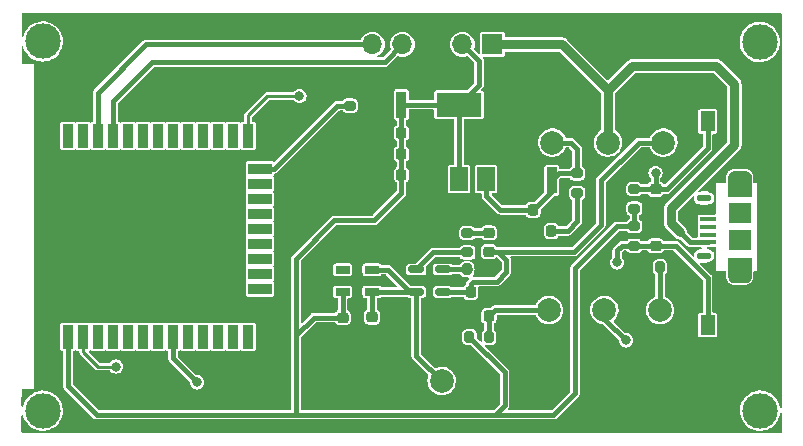
<source format=gbr>
%TF.GenerationSoftware,KiCad,Pcbnew,(6.0.7)*%
%TF.CreationDate,2024-04-28T10:14:19+07:00*%
%TF.ProjectId,ble_gateway,626c655f-6761-4746-9577-61792e6b6963,rev?*%
%TF.SameCoordinates,Original*%
%TF.FileFunction,Copper,L1,Top*%
%TF.FilePolarity,Positive*%
%FSLAX46Y46*%
G04 Gerber Fmt 4.6, Leading zero omitted, Abs format (unit mm)*
G04 Created by KiCad (PCBNEW (6.0.7)) date 2024-04-28 10:14:19*
%MOMM*%
%LPD*%
G01*
G04 APERTURE LIST*
G04 Aperture macros list*
%AMRoundRect*
0 Rectangle with rounded corners*
0 $1 Rounding radius*
0 $2 $3 $4 $5 $6 $7 $8 $9 X,Y pos of 4 corners*
0 Add a 4 corners polygon primitive as box body*
4,1,4,$2,$3,$4,$5,$6,$7,$8,$9,$2,$3,0*
0 Add four circle primitives for the rounded corners*
1,1,$1+$1,$2,$3*
1,1,$1+$1,$4,$5*
1,1,$1+$1,$6,$7*
1,1,$1+$1,$8,$9*
0 Add four rect primitives between the rounded corners*
20,1,$1+$1,$2,$3,$4,$5,0*
20,1,$1+$1,$4,$5,$6,$7,0*
20,1,$1+$1,$6,$7,$8,$9,0*
20,1,$1+$1,$8,$9,$2,$3,0*%
G04 Aperture macros list end*
%TA.AperFunction,EtchedComponent*%
%ADD10C,0.000100*%
%TD*%
%TA.AperFunction,ComponentPad*%
%ADD11C,2.000000*%
%TD*%
%TA.AperFunction,SMDPad,CuDef*%
%ADD12R,5.000000X5.000000*%
%TD*%
%TA.AperFunction,SMDPad,CuDef*%
%ADD13R,0.900000X2.000000*%
%TD*%
%TA.AperFunction,SMDPad,CuDef*%
%ADD14R,2.000000X0.900000*%
%TD*%
%TA.AperFunction,SMDPad,CuDef*%
%ADD15RoundRect,0.218750X-0.218750X-0.256250X0.218750X-0.256250X0.218750X0.256250X-0.218750X0.256250X0*%
%TD*%
%TA.AperFunction,SMDPad,CuDef*%
%ADD16RoundRect,0.218750X-0.256250X0.218750X-0.256250X-0.218750X0.256250X-0.218750X0.256250X0.218750X0*%
%TD*%
%TA.AperFunction,SMDPad,CuDef*%
%ADD17RoundRect,0.225000X0.250000X-0.225000X0.250000X0.225000X-0.250000X0.225000X-0.250000X-0.225000X0*%
%TD*%
%TA.AperFunction,SMDPad,CuDef*%
%ADD18R,1.200000X1.700000*%
%TD*%
%TA.AperFunction,SMDPad,CuDef*%
%ADD19R,1.350000X0.400000*%
%TD*%
%TA.AperFunction,ComponentPad*%
%ADD20RoundRect,0.131250X0.493750X-0.131250X0.493750X0.131250X-0.493750X0.131250X-0.493750X-0.131250X0*%
%TD*%
%TA.AperFunction,ComponentPad*%
%ADD21O,1.550800X1.080000*%
%TD*%
%TA.AperFunction,SMDPad,CuDef*%
%ADD22R,1.900000X1.800000*%
%TD*%
%TA.AperFunction,ComponentPad*%
%ADD23O,1.600400X1.070000*%
%TD*%
%TA.AperFunction,SMDPad,CuDef*%
%ADD24RoundRect,0.225000X0.225000X0.250000X-0.225000X0.250000X-0.225000X-0.250000X0.225000X-0.250000X0*%
%TD*%
%TA.AperFunction,SMDPad,CuDef*%
%ADD25RoundRect,0.225000X-0.225000X-0.250000X0.225000X-0.250000X0.225000X0.250000X-0.225000X0.250000X0*%
%TD*%
%TA.AperFunction,SMDPad,CuDef*%
%ADD26RoundRect,0.200000X0.200000X0.275000X-0.200000X0.275000X-0.200000X-0.275000X0.200000X-0.275000X0*%
%TD*%
%TA.AperFunction,SMDPad,CuDef*%
%ADD27RoundRect,0.200000X0.275000X-0.200000X0.275000X0.200000X-0.275000X0.200000X-0.275000X-0.200000X0*%
%TD*%
%TA.AperFunction,SMDPad,CuDef*%
%ADD28R,1.500000X2.000000*%
%TD*%
%TA.AperFunction,SMDPad,CuDef*%
%ADD29R,3.800000X2.000000*%
%TD*%
%TA.AperFunction,SMDPad,CuDef*%
%ADD30RoundRect,0.052000X0.558000X0.273000X-0.558000X0.273000X-0.558000X-0.273000X0.558000X-0.273000X0*%
%TD*%
%TA.AperFunction,SMDPad,CuDef*%
%ADD31RoundRect,0.052000X-0.558000X-0.273000X0.558000X-0.273000X0.558000X0.273000X-0.558000X0.273000X0*%
%TD*%
%TA.AperFunction,SMDPad,CuDef*%
%ADD32R,0.850000X2.200000*%
%TD*%
%TA.AperFunction,SMDPad,CuDef*%
%ADD33RoundRect,0.200000X-0.275000X0.200000X-0.275000X-0.200000X0.275000X-0.200000X0.275000X0.200000X0*%
%TD*%
%TA.AperFunction,SMDPad,CuDef*%
%ADD34RoundRect,0.150000X-0.512500X-0.150000X0.512500X-0.150000X0.512500X0.150000X-0.512500X0.150000X0*%
%TD*%
%TA.AperFunction,SMDPad,CuDef*%
%ADD35RoundRect,0.225000X-0.250000X0.225000X-0.250000X-0.225000X0.250000X-0.225000X0.250000X0.225000X0*%
%TD*%
%TA.AperFunction,SMDPad,CuDef*%
%ADD36RoundRect,0.200000X-0.200000X-0.275000X0.200000X-0.275000X0.200000X0.275000X-0.200000X0.275000X0*%
%TD*%
%TA.AperFunction,ComponentPad*%
%ADD37R,1.700000X1.700000*%
%TD*%
%TA.AperFunction,ComponentPad*%
%ADD38O,1.700000X1.700000*%
%TD*%
%TA.AperFunction,ViaPad*%
%ADD39C,0.600000*%
%TD*%
%TA.AperFunction,ViaPad*%
%ADD40C,3.000000*%
%TD*%
%TA.AperFunction,ViaPad*%
%ADD41C,0.500000*%
%TD*%
%TA.AperFunction,ViaPad*%
%ADD42C,0.800000*%
%TD*%
%TA.AperFunction,Conductor*%
%ADD43C,0.400000*%
%TD*%
%TA.AperFunction,Conductor*%
%ADD44C,0.250000*%
%TD*%
%TA.AperFunction,Conductor*%
%ADD45C,0.800000*%
%TD*%
G04 APERTURE END LIST*
%TO.C,J1*%
G36*
X146226000Y-100501000D02*
G01*
X146252000Y-100503000D01*
X146278000Y-100506000D01*
X146304000Y-100511000D01*
X146329000Y-100517000D01*
X146355000Y-100524000D01*
X146379000Y-100533000D01*
X146403000Y-100543000D01*
X146427000Y-100554000D01*
X146450000Y-100567000D01*
X146494000Y-100595000D01*
X146515000Y-100611000D01*
X146535000Y-100628000D01*
X146554000Y-100646000D01*
X146572000Y-100665000D01*
X146589000Y-100685000D01*
X146605000Y-100706000D01*
X146633000Y-100750000D01*
X146646000Y-100773000D01*
X146657000Y-100797000D01*
X146667000Y-100821000D01*
X146676000Y-100845000D01*
X146683000Y-100871000D01*
X146689000Y-100896000D01*
X146694000Y-100922000D01*
X146697000Y-100948000D01*
X146699000Y-100974000D01*
X146700000Y-101000000D01*
X146700000Y-102600000D01*
X145750000Y-102600000D01*
X145750000Y-102100000D01*
X146216000Y-102100000D01*
X146231000Y-102098000D01*
X146247000Y-102096000D01*
X146262000Y-102093000D01*
X146278000Y-102090000D01*
X146308000Y-102080000D01*
X146322000Y-102074000D01*
X146350000Y-102060000D01*
X146363000Y-102052000D01*
X146376000Y-102043000D01*
X146389000Y-102033000D01*
X146401000Y-102023000D01*
X146423000Y-102001000D01*
X146433000Y-101989000D01*
X146443000Y-101976000D01*
X146452000Y-101963000D01*
X146460000Y-101950000D01*
X146474000Y-101922000D01*
X146480000Y-101908000D01*
X146490000Y-101878000D01*
X146493000Y-101862000D01*
X146496000Y-101847000D01*
X146498000Y-101831000D01*
X146500000Y-101816000D01*
X146500000Y-101559000D01*
X146498000Y-101544000D01*
X146496000Y-101528000D01*
X146493000Y-101513000D01*
X146490000Y-101497000D01*
X146480000Y-101467000D01*
X146474000Y-101453000D01*
X146460000Y-101425000D01*
X146452000Y-101412000D01*
X146443000Y-101399000D01*
X146433000Y-101386000D01*
X146423000Y-101374000D01*
X146401000Y-101352000D01*
X146389000Y-101342000D01*
X146376000Y-101332000D01*
X146363000Y-101323000D01*
X146350000Y-101315000D01*
X146322000Y-101301000D01*
X146308000Y-101295000D01*
X146278000Y-101285000D01*
X146262000Y-101282000D01*
X146247000Y-101279000D01*
X146231000Y-101277000D01*
X146216000Y-101275000D01*
X145750000Y-101275000D01*
X145750000Y-100500000D01*
X146200000Y-100500000D01*
X146226000Y-100501000D01*
G37*
D10*
X146226000Y-100501000D02*
X146252000Y-100503000D01*
X146278000Y-100506000D01*
X146304000Y-100511000D01*
X146329000Y-100517000D01*
X146355000Y-100524000D01*
X146379000Y-100533000D01*
X146403000Y-100543000D01*
X146427000Y-100554000D01*
X146450000Y-100567000D01*
X146494000Y-100595000D01*
X146515000Y-100611000D01*
X146535000Y-100628000D01*
X146554000Y-100646000D01*
X146572000Y-100665000D01*
X146589000Y-100685000D01*
X146605000Y-100706000D01*
X146633000Y-100750000D01*
X146646000Y-100773000D01*
X146657000Y-100797000D01*
X146667000Y-100821000D01*
X146676000Y-100845000D01*
X146683000Y-100871000D01*
X146689000Y-100896000D01*
X146694000Y-100922000D01*
X146697000Y-100948000D01*
X146699000Y-100974000D01*
X146700000Y-101000000D01*
X146700000Y-102600000D01*
X145750000Y-102600000D01*
X145750000Y-102100000D01*
X146216000Y-102100000D01*
X146231000Y-102098000D01*
X146247000Y-102096000D01*
X146262000Y-102093000D01*
X146278000Y-102090000D01*
X146308000Y-102080000D01*
X146322000Y-102074000D01*
X146350000Y-102060000D01*
X146363000Y-102052000D01*
X146376000Y-102043000D01*
X146389000Y-102033000D01*
X146401000Y-102023000D01*
X146423000Y-102001000D01*
X146433000Y-101989000D01*
X146443000Y-101976000D01*
X146452000Y-101963000D01*
X146460000Y-101950000D01*
X146474000Y-101922000D01*
X146480000Y-101908000D01*
X146490000Y-101878000D01*
X146493000Y-101862000D01*
X146496000Y-101847000D01*
X146498000Y-101831000D01*
X146500000Y-101816000D01*
X146500000Y-101559000D01*
X146498000Y-101544000D01*
X146496000Y-101528000D01*
X146493000Y-101513000D01*
X146490000Y-101497000D01*
X146480000Y-101467000D01*
X146474000Y-101453000D01*
X146460000Y-101425000D01*
X146452000Y-101412000D01*
X146443000Y-101399000D01*
X146433000Y-101386000D01*
X146423000Y-101374000D01*
X146401000Y-101352000D01*
X146389000Y-101342000D01*
X146376000Y-101332000D01*
X146363000Y-101323000D01*
X146350000Y-101315000D01*
X146322000Y-101301000D01*
X146308000Y-101295000D01*
X146278000Y-101285000D01*
X146262000Y-101282000D01*
X146247000Y-101279000D01*
X146231000Y-101277000D01*
X146216000Y-101275000D01*
X145750000Y-101275000D01*
X145750000Y-100500000D01*
X146200000Y-100500000D01*
X146226000Y-100501000D01*
G36*
X145750000Y-101275000D02*
G01*
X145261000Y-101275000D01*
X145246000Y-101277000D01*
X145232000Y-101278000D01*
X145204000Y-101284000D01*
X145190000Y-101288000D01*
X145176000Y-101293000D01*
X145150000Y-101305000D01*
X145137000Y-101312000D01*
X145125000Y-101319000D01*
X145113000Y-101328000D01*
X145102000Y-101336000D01*
X145091000Y-101346000D01*
X145071000Y-101366000D01*
X145061000Y-101377000D01*
X145053000Y-101388000D01*
X145044000Y-101400000D01*
X145037000Y-101413000D01*
X145030000Y-101425000D01*
X145018000Y-101451000D01*
X145013000Y-101465000D01*
X145009000Y-101479000D01*
X145003000Y-101507000D01*
X145002000Y-101521000D01*
X145000000Y-101536000D01*
X145000000Y-101816000D01*
X145002000Y-101831000D01*
X145004000Y-101847000D01*
X145007000Y-101862000D01*
X145010000Y-101878000D01*
X145020000Y-101908000D01*
X145026000Y-101922000D01*
X145040000Y-101950000D01*
X145048000Y-101963000D01*
X145057000Y-101976000D01*
X145067000Y-101989000D01*
X145077000Y-102001000D01*
X145099000Y-102023000D01*
X145111000Y-102033000D01*
X145124000Y-102043000D01*
X145137000Y-102052000D01*
X145150000Y-102060000D01*
X145178000Y-102074000D01*
X145192000Y-102080000D01*
X145222000Y-102090000D01*
X145238000Y-102093000D01*
X145253000Y-102096000D01*
X145269000Y-102098000D01*
X145284000Y-102100000D01*
X145750000Y-102100000D01*
X145750000Y-102600000D01*
X144800000Y-102600000D01*
X144800000Y-101000000D01*
X144801000Y-100974000D01*
X144803000Y-100948000D01*
X144806000Y-100922000D01*
X144811000Y-100896000D01*
X144817000Y-100871000D01*
X144824000Y-100845000D01*
X144833000Y-100821000D01*
X144843000Y-100797000D01*
X144854000Y-100773000D01*
X144867000Y-100750000D01*
X144895000Y-100706000D01*
X144911000Y-100685000D01*
X144928000Y-100665000D01*
X144946000Y-100646000D01*
X144965000Y-100628000D01*
X144985000Y-100611000D01*
X145006000Y-100595000D01*
X145050000Y-100567000D01*
X145073000Y-100554000D01*
X145097000Y-100543000D01*
X145121000Y-100533000D01*
X145145000Y-100524000D01*
X145171000Y-100517000D01*
X145196000Y-100511000D01*
X145222000Y-100506000D01*
X145248000Y-100503000D01*
X145274000Y-100501000D01*
X145300000Y-100500000D01*
X145750000Y-100500000D01*
X145750000Y-101275000D01*
G37*
X145750000Y-101275000D02*
X145261000Y-101275000D01*
X145246000Y-101277000D01*
X145232000Y-101278000D01*
X145204000Y-101284000D01*
X145190000Y-101288000D01*
X145176000Y-101293000D01*
X145150000Y-101305000D01*
X145137000Y-101312000D01*
X145125000Y-101319000D01*
X145113000Y-101328000D01*
X145102000Y-101336000D01*
X145091000Y-101346000D01*
X145071000Y-101366000D01*
X145061000Y-101377000D01*
X145053000Y-101388000D01*
X145044000Y-101400000D01*
X145037000Y-101413000D01*
X145030000Y-101425000D01*
X145018000Y-101451000D01*
X145013000Y-101465000D01*
X145009000Y-101479000D01*
X145003000Y-101507000D01*
X145002000Y-101521000D01*
X145000000Y-101536000D01*
X145000000Y-101816000D01*
X145002000Y-101831000D01*
X145004000Y-101847000D01*
X145007000Y-101862000D01*
X145010000Y-101878000D01*
X145020000Y-101908000D01*
X145026000Y-101922000D01*
X145040000Y-101950000D01*
X145048000Y-101963000D01*
X145057000Y-101976000D01*
X145067000Y-101989000D01*
X145077000Y-102001000D01*
X145099000Y-102023000D01*
X145111000Y-102033000D01*
X145124000Y-102043000D01*
X145137000Y-102052000D01*
X145150000Y-102060000D01*
X145178000Y-102074000D01*
X145192000Y-102080000D01*
X145222000Y-102090000D01*
X145238000Y-102093000D01*
X145253000Y-102096000D01*
X145269000Y-102098000D01*
X145284000Y-102100000D01*
X145750000Y-102100000D01*
X145750000Y-102600000D01*
X144800000Y-102600000D01*
X144800000Y-101000000D01*
X144801000Y-100974000D01*
X144803000Y-100948000D01*
X144806000Y-100922000D01*
X144811000Y-100896000D01*
X144817000Y-100871000D01*
X144824000Y-100845000D01*
X144833000Y-100821000D01*
X144843000Y-100797000D01*
X144854000Y-100773000D01*
X144867000Y-100750000D01*
X144895000Y-100706000D01*
X144911000Y-100685000D01*
X144928000Y-100665000D01*
X144946000Y-100646000D01*
X144965000Y-100628000D01*
X144985000Y-100611000D01*
X145006000Y-100595000D01*
X145050000Y-100567000D01*
X145073000Y-100554000D01*
X145097000Y-100543000D01*
X145121000Y-100533000D01*
X145145000Y-100524000D01*
X145171000Y-100517000D01*
X145196000Y-100511000D01*
X145222000Y-100506000D01*
X145248000Y-100503000D01*
X145274000Y-100501000D01*
X145300000Y-100500000D01*
X145750000Y-100500000D01*
X145750000Y-101275000D01*
G36*
X145750000Y-108300000D02*
G01*
X145284000Y-108300000D01*
X145269000Y-108302000D01*
X145253000Y-108304000D01*
X145238000Y-108307000D01*
X145222000Y-108310000D01*
X145192000Y-108320000D01*
X145178000Y-108326000D01*
X145150000Y-108340000D01*
X145137000Y-108348000D01*
X145124000Y-108357000D01*
X145111000Y-108367000D01*
X145099000Y-108377000D01*
X145077000Y-108399000D01*
X145067000Y-108411000D01*
X145057000Y-108424000D01*
X145048000Y-108437000D01*
X145040000Y-108450000D01*
X145026000Y-108478000D01*
X145020000Y-108492000D01*
X145010000Y-108522000D01*
X145007000Y-108538000D01*
X145004000Y-108553000D01*
X145002000Y-108569000D01*
X145000000Y-108584000D01*
X145000000Y-108841000D01*
X145002000Y-108856000D01*
X145004000Y-108872000D01*
X145007000Y-108887000D01*
X145010000Y-108903000D01*
X145020000Y-108933000D01*
X145026000Y-108947000D01*
X145040000Y-108975000D01*
X145048000Y-108988000D01*
X145057000Y-109001000D01*
X145067000Y-109014000D01*
X145077000Y-109026000D01*
X145099000Y-109048000D01*
X145111000Y-109058000D01*
X145124000Y-109068000D01*
X145137000Y-109077000D01*
X145150000Y-109085000D01*
X145178000Y-109099000D01*
X145192000Y-109105000D01*
X145222000Y-109115000D01*
X145238000Y-109118000D01*
X145253000Y-109121000D01*
X145269000Y-109123000D01*
X145284000Y-109125000D01*
X145750000Y-109125000D01*
X145750000Y-109900000D01*
X145300000Y-109900000D01*
X145274000Y-109899000D01*
X145248000Y-109897000D01*
X145222000Y-109894000D01*
X145196000Y-109889000D01*
X145171000Y-109883000D01*
X145145000Y-109876000D01*
X145121000Y-109867000D01*
X145097000Y-109857000D01*
X145073000Y-109846000D01*
X145050000Y-109833000D01*
X145006000Y-109805000D01*
X144985000Y-109789000D01*
X144965000Y-109772000D01*
X144946000Y-109754000D01*
X144928000Y-109735000D01*
X144911000Y-109715000D01*
X144895000Y-109694000D01*
X144867000Y-109650000D01*
X144854000Y-109627000D01*
X144843000Y-109603000D01*
X144833000Y-109579000D01*
X144824000Y-109555000D01*
X144817000Y-109529000D01*
X144811000Y-109504000D01*
X144806000Y-109478000D01*
X144803000Y-109452000D01*
X144801000Y-109426000D01*
X144800000Y-109400000D01*
X144800000Y-107800000D01*
X145750000Y-107800000D01*
X145750000Y-108300000D01*
G37*
X145750000Y-108300000D02*
X145284000Y-108300000D01*
X145269000Y-108302000D01*
X145253000Y-108304000D01*
X145238000Y-108307000D01*
X145222000Y-108310000D01*
X145192000Y-108320000D01*
X145178000Y-108326000D01*
X145150000Y-108340000D01*
X145137000Y-108348000D01*
X145124000Y-108357000D01*
X145111000Y-108367000D01*
X145099000Y-108377000D01*
X145077000Y-108399000D01*
X145067000Y-108411000D01*
X145057000Y-108424000D01*
X145048000Y-108437000D01*
X145040000Y-108450000D01*
X145026000Y-108478000D01*
X145020000Y-108492000D01*
X145010000Y-108522000D01*
X145007000Y-108538000D01*
X145004000Y-108553000D01*
X145002000Y-108569000D01*
X145000000Y-108584000D01*
X145000000Y-108841000D01*
X145002000Y-108856000D01*
X145004000Y-108872000D01*
X145007000Y-108887000D01*
X145010000Y-108903000D01*
X145020000Y-108933000D01*
X145026000Y-108947000D01*
X145040000Y-108975000D01*
X145048000Y-108988000D01*
X145057000Y-109001000D01*
X145067000Y-109014000D01*
X145077000Y-109026000D01*
X145099000Y-109048000D01*
X145111000Y-109058000D01*
X145124000Y-109068000D01*
X145137000Y-109077000D01*
X145150000Y-109085000D01*
X145178000Y-109099000D01*
X145192000Y-109105000D01*
X145222000Y-109115000D01*
X145238000Y-109118000D01*
X145253000Y-109121000D01*
X145269000Y-109123000D01*
X145284000Y-109125000D01*
X145750000Y-109125000D01*
X145750000Y-109900000D01*
X145300000Y-109900000D01*
X145274000Y-109899000D01*
X145248000Y-109897000D01*
X145222000Y-109894000D01*
X145196000Y-109889000D01*
X145171000Y-109883000D01*
X145145000Y-109876000D01*
X145121000Y-109867000D01*
X145097000Y-109857000D01*
X145073000Y-109846000D01*
X145050000Y-109833000D01*
X145006000Y-109805000D01*
X144985000Y-109789000D01*
X144965000Y-109772000D01*
X144946000Y-109754000D01*
X144928000Y-109735000D01*
X144911000Y-109715000D01*
X144895000Y-109694000D01*
X144867000Y-109650000D01*
X144854000Y-109627000D01*
X144843000Y-109603000D01*
X144833000Y-109579000D01*
X144824000Y-109555000D01*
X144817000Y-109529000D01*
X144811000Y-109504000D01*
X144806000Y-109478000D01*
X144803000Y-109452000D01*
X144801000Y-109426000D01*
X144800000Y-109400000D01*
X144800000Y-107800000D01*
X145750000Y-107800000D01*
X145750000Y-108300000D01*
G36*
X146710000Y-109400000D02*
G01*
X146699000Y-109426000D01*
X146697000Y-109452000D01*
X146694000Y-109478000D01*
X146689000Y-109504000D01*
X146683000Y-109529000D01*
X146676000Y-109555000D01*
X146667000Y-109579000D01*
X146657000Y-109603000D01*
X146646000Y-109627000D01*
X146633000Y-109650000D01*
X146605000Y-109694000D01*
X146589000Y-109715000D01*
X146572000Y-109735000D01*
X146554000Y-109754000D01*
X146535000Y-109772000D01*
X146515000Y-109789000D01*
X146494000Y-109805000D01*
X146450000Y-109833000D01*
X146427000Y-109846000D01*
X146403000Y-109857000D01*
X146379000Y-109867000D01*
X146355000Y-109876000D01*
X146329000Y-109883000D01*
X146304000Y-109889000D01*
X146278000Y-109894000D01*
X146252000Y-109897000D01*
X146226000Y-109899000D01*
X146200000Y-109900000D01*
X145750000Y-109900000D01*
X145750000Y-109135000D01*
X146225000Y-109135000D01*
X146239000Y-109125000D01*
X146254000Y-109123000D01*
X146268000Y-109122000D01*
X146296000Y-109116000D01*
X146310000Y-109112000D01*
X146324000Y-109107000D01*
X146350000Y-109095000D01*
X146363000Y-109088000D01*
X146375000Y-109081000D01*
X146387000Y-109072000D01*
X146398000Y-109064000D01*
X146409000Y-109054000D01*
X146429000Y-109034000D01*
X146439000Y-109023000D01*
X146447000Y-109012000D01*
X146456000Y-109000000D01*
X146463000Y-108987000D01*
X146470000Y-108975000D01*
X146482000Y-108949000D01*
X146487000Y-108935000D01*
X146491000Y-108921000D01*
X146497000Y-108893000D01*
X146498000Y-108879000D01*
X146500000Y-108864000D01*
X146500000Y-108584000D01*
X146498000Y-108569000D01*
X146496000Y-108553000D01*
X146493000Y-108538000D01*
X146490000Y-108522000D01*
X146480000Y-108492000D01*
X146474000Y-108478000D01*
X146460000Y-108450000D01*
X146452000Y-108437000D01*
X146443000Y-108424000D01*
X146433000Y-108411000D01*
X146423000Y-108399000D01*
X146401000Y-108377000D01*
X146389000Y-108367000D01*
X146376000Y-108357000D01*
X146363000Y-108348000D01*
X146350000Y-108340000D01*
X146322000Y-108326000D01*
X146308000Y-108320000D01*
X146278000Y-108310000D01*
X146262000Y-108307000D01*
X146247000Y-108304000D01*
X146231000Y-108302000D01*
X146216000Y-108300000D01*
X145750000Y-108300000D01*
X145750000Y-107800000D01*
X146710000Y-107800000D01*
X146710000Y-109400000D01*
G37*
X146710000Y-109400000D02*
X146699000Y-109426000D01*
X146697000Y-109452000D01*
X146694000Y-109478000D01*
X146689000Y-109504000D01*
X146683000Y-109529000D01*
X146676000Y-109555000D01*
X146667000Y-109579000D01*
X146657000Y-109603000D01*
X146646000Y-109627000D01*
X146633000Y-109650000D01*
X146605000Y-109694000D01*
X146589000Y-109715000D01*
X146572000Y-109735000D01*
X146554000Y-109754000D01*
X146535000Y-109772000D01*
X146515000Y-109789000D01*
X146494000Y-109805000D01*
X146450000Y-109833000D01*
X146427000Y-109846000D01*
X146403000Y-109857000D01*
X146379000Y-109867000D01*
X146355000Y-109876000D01*
X146329000Y-109883000D01*
X146304000Y-109889000D01*
X146278000Y-109894000D01*
X146252000Y-109897000D01*
X146226000Y-109899000D01*
X146200000Y-109900000D01*
X145750000Y-109900000D01*
X145750000Y-109135000D01*
X146225000Y-109135000D01*
X146239000Y-109125000D01*
X146254000Y-109123000D01*
X146268000Y-109122000D01*
X146296000Y-109116000D01*
X146310000Y-109112000D01*
X146324000Y-109107000D01*
X146350000Y-109095000D01*
X146363000Y-109088000D01*
X146375000Y-109081000D01*
X146387000Y-109072000D01*
X146398000Y-109064000D01*
X146409000Y-109054000D01*
X146429000Y-109034000D01*
X146439000Y-109023000D01*
X146447000Y-109012000D01*
X146456000Y-109000000D01*
X146463000Y-108987000D01*
X146470000Y-108975000D01*
X146482000Y-108949000D01*
X146487000Y-108935000D01*
X146491000Y-108921000D01*
X146497000Y-108893000D01*
X146498000Y-108879000D01*
X146500000Y-108864000D01*
X146500000Y-108584000D01*
X146498000Y-108569000D01*
X146496000Y-108553000D01*
X146493000Y-108538000D01*
X146490000Y-108522000D01*
X146480000Y-108492000D01*
X146474000Y-108478000D01*
X146460000Y-108450000D01*
X146452000Y-108437000D01*
X146443000Y-108424000D01*
X146433000Y-108411000D01*
X146423000Y-108399000D01*
X146401000Y-108377000D01*
X146389000Y-108367000D01*
X146376000Y-108357000D01*
X146363000Y-108348000D01*
X146350000Y-108340000D01*
X146322000Y-108326000D01*
X146308000Y-108320000D01*
X146278000Y-108310000D01*
X146262000Y-108307000D01*
X146247000Y-108304000D01*
X146231000Y-108302000D01*
X146216000Y-108300000D01*
X145750000Y-108300000D01*
X145750000Y-107800000D01*
X146710000Y-107800000D01*
X146710000Y-109400000D01*
%TD*%
D11*
%TO.P,U6,1,1*%
%TO.N,sleep_from_button*%
X129600000Y-112245000D03*
%TO.P,U6,2,2*%
%TO.N,sleep*%
X134300000Y-112245000D03*
%TO.P,U6,3,3*%
%TO.N,sleep_from_timer*%
X139000000Y-112245000D03*
%TD*%
D12*
%TO.P,U2,39,GND*%
%TO.N,GND*%
X95120000Y-107000000D03*
D13*
%TO.P,U2,38,GND*%
X87620000Y-97500000D03*
%TO.P,U2,37,IO23*%
%TO.N,unconnected-(U2-Pad37)*%
X88890000Y-97500000D03*
%TO.P,U2,36,IO22*%
%TO.N,unconnected-(U2-Pad36)*%
X90160000Y-97500000D03*
%TO.P,U2,35,TXD0/IO1*%
%TO.N,Tx*%
X91430000Y-97500000D03*
%TO.P,U2,34,RXD0/IO3*%
%TO.N,Rx*%
X92700000Y-97500000D03*
%TO.P,U2,33,IO21*%
%TO.N,unconnected-(U2-Pad33)*%
X93970000Y-97500000D03*
%TO.P,U2,32,NC*%
%TO.N,unconnected-(U2-Pad32)*%
X95240000Y-97500000D03*
%TO.P,U2,31,IO19*%
%TO.N,unconnected-(U2-Pad31)*%
X96510000Y-97500000D03*
%TO.P,U2,30,IO18*%
%TO.N,unconnected-(U2-Pad30)*%
X97780000Y-97500000D03*
%TO.P,U2,29,IO5*%
%TO.N,unconnected-(U2-Pad29)*%
X99050000Y-97500000D03*
%TO.P,U2,28,IO17*%
%TO.N,unconnected-(U2-Pad28)*%
X100320000Y-97500000D03*
%TO.P,U2,27,IO16*%
%TO.N,unconnected-(U2-Pad27)*%
X101590000Y-97500000D03*
%TO.P,U2,26,IO4*%
%TO.N,unconnected-(U2-Pad26)*%
X102860000Y-97500000D03*
%TO.P,U2,25,IO0*%
%TO.N,BOOT*%
X104130000Y-97500000D03*
D14*
%TO.P,U2,24,IO2*%
%TO.N,Net-(R4-Pad2)*%
X105130000Y-100285000D03*
%TO.P,U2,23,IO15*%
%TO.N,unconnected-(U2-Pad23)*%
X105130000Y-101555000D03*
%TO.P,U2,22,SDI/SD1*%
%TO.N,unconnected-(U2-Pad22)*%
X105130000Y-102825000D03*
%TO.P,U2,21,SDO/SD0*%
%TO.N,unconnected-(U2-Pad21)*%
X105130000Y-104095000D03*
%TO.P,U2,20,SCK/CLK*%
%TO.N,unconnected-(U2-Pad20)*%
X105130000Y-105365000D03*
%TO.P,U2,19,SCS/CMD*%
%TO.N,unconnected-(U2-Pad19)*%
X105130000Y-106635000D03*
%TO.P,U2,18,SWP/SD3*%
%TO.N,unconnected-(U2-Pad18)*%
X105130000Y-107905000D03*
%TO.P,U2,17,SHD/SD2*%
%TO.N,unconnected-(U2-Pad17)*%
X105130000Y-109175000D03*
%TO.P,U2,16,IO13*%
%TO.N,unconnected-(U2-Pad16)*%
X105130000Y-110445000D03*
%TO.P,U2,15,GND*%
%TO.N,GND*%
X105130000Y-111715000D03*
D13*
%TO.P,U2,14,IO12*%
%TO.N,unconnected-(U2-Pad14)*%
X104130000Y-114500000D03*
%TO.P,U2,13,IO14*%
%TO.N,unconnected-(U2-Pad13)*%
X102860000Y-114500000D03*
%TO.P,U2,12,IO27*%
%TO.N,unconnected-(U2-Pad12)*%
X101590000Y-114500000D03*
%TO.P,U2,11,IO26*%
%TO.N,unconnected-(U2-Pad11)*%
X100320000Y-114500000D03*
%TO.P,U2,10,IO25*%
%TO.N,unconnected-(U2-Pad10)*%
X99050000Y-114500000D03*
%TO.P,U2,9,IO33*%
%TO.N,sleep*%
X97780000Y-114500000D03*
%TO.P,U2,8,IO32*%
%TO.N,unconnected-(U2-Pad8)*%
X96510000Y-114500000D03*
%TO.P,U2,7,IO35*%
%TO.N,unconnected-(U2-Pad7)*%
X95240000Y-114500000D03*
%TO.P,U2,6,IO34*%
%TO.N,unconnected-(U2-Pad6)*%
X93970000Y-114500000D03*
%TO.P,U2,5,SENSOR_VN*%
%TO.N,unconnected-(U2-Pad5)*%
X92700000Y-114500000D03*
%TO.P,U2,4,SENSOR_VP*%
%TO.N,unconnected-(U2-Pad4)*%
X91430000Y-114500000D03*
%TO.P,U2,3,EN*%
%TO.N,EN*%
X90160000Y-114500000D03*
%TO.P,U2,2,VDD*%
%TO.N,VDD33*%
X88890000Y-114500000D03*
%TO.P,U2,1,GND*%
%TO.N,GND*%
X87620000Y-114500000D03*
%TD*%
D15*
%TO.P,D1,1,K*%
%TO.N,GND*%
X128231500Y-105534400D03*
%TO.P,D1,2,A*%
%TO.N,Net-(D1-Pad2)*%
X129806500Y-105534400D03*
%TD*%
D16*
%TO.P,D2,1,K*%
%TO.N,Net-(D2-Pad1)*%
X124520000Y-105712500D03*
%TO.P,D2,2,A*%
%TO.N,charger*%
X124520000Y-107287500D03*
%TD*%
D17*
%TO.P,C13,1*%
%TO.N,GND*%
X112140000Y-114420000D03*
%TO.P,C13,2*%
%TO.N,VDD33*%
X112140000Y-112870000D03*
%TD*%
D18*
%TO.P,SW2,1,1*%
%TO.N,GND*%
X147450000Y-113555000D03*
%TO.P,SW2,2,2*%
%TO.N,BOOT*%
X143050000Y-113505000D03*
%TD*%
D19*
%TO.P,J1,1,1*%
%TO.N,input_5V*%
X143075000Y-106500000D03*
%TO.P,J1,2,2*%
%TO.N,unconnected-(J1-Pad2)*%
X143075000Y-105850000D03*
%TO.P,J1,3,3*%
%TO.N,unconnected-(J1-Pad3)*%
X143075000Y-105200000D03*
%TO.P,J1,4,4*%
%TO.N,unconnected-(J1-Pad4)*%
X143075000Y-104550000D03*
%TO.P,J1,5,5*%
%TO.N,GND*%
X143075000Y-103900000D03*
D20*
%TO.P,J1,S1,SHIELD*%
%TO.N,Net-(J1-PadS1)*%
X142750000Y-107625000D03*
%TO.P,J1,S2,SHIELD*%
X142750000Y-102775000D03*
D21*
%TO.P,J1,S3,SHIELD*%
X145750000Y-108710000D03*
D22*
%TO.P,J1,S4,SHIELD*%
X145750000Y-106350000D03*
%TO.P,J1,S5,SHIELD*%
X145750000Y-104050000D03*
D23*
%TO.P,J1,S6,SHIELD*%
X145774800Y-101685000D03*
%TD*%
D24*
%TO.P,C4,1*%
%TO.N,VDD33*%
X117105000Y-97260000D03*
%TO.P,C4,2*%
%TO.N,GND*%
X115555000Y-97260000D03*
%TD*%
D25*
%TO.P,C14,1*%
%TO.N,GND*%
X122975000Y-112750000D03*
%TO.P,C14,2*%
%TO.N,sleep_from_button*%
X124525000Y-112750000D03*
%TD*%
D26*
%TO.P,R8,1*%
%TO.N,GND*%
X124325000Y-108800000D03*
%TO.P,R8,2*%
%TO.N,Net-(R8-Pad2)*%
X122675000Y-108800000D03*
%TD*%
D11*
%TO.P,J2,1,Pin_1*%
%TO.N,Vbat*%
X120520000Y-118245000D03*
%TO.P,J2,2,Pin_2*%
%TO.N,GND*%
X116020000Y-118245000D03*
%TD*%
D17*
%TO.P,C6,1*%
%TO.N,GND*%
X138630600Y-103543400D03*
%TO.P,C6,2*%
%TO.N,EN*%
X138630600Y-101993400D03*
%TD*%
D24*
%TO.P,C8,1*%
%TO.N,VDD33*%
X117115000Y-100770000D03*
%TO.P,C8,2*%
%TO.N,GND*%
X115565000Y-100770000D03*
%TD*%
D27*
%TO.P,R6,1*%
%TO.N,BOOT*%
X136840000Y-106795000D03*
%TO.P,R6,2*%
%TO.N,VDD33*%
X136840000Y-105145000D03*
%TD*%
D28*
%TO.P,U1,1,GND*%
%TO.N,GND*%
X119700000Y-101150000D03*
D29*
%TO.P,U1,2,VO*%
%TO.N,VDD33*%
X122000000Y-94850000D03*
D28*
X122000000Y-101150000D03*
%TO.P,U1,3,VI*%
%TO.N,no_charge*%
X124300000Y-101150000D03*
%TD*%
D30*
%TO.P,U5,1,VIN*%
%TO.N,Vbat*%
X114632500Y-110700000D03*
%TO.P,U5,2,GND*%
%TO.N,GND*%
X114632500Y-109760000D03*
%TO.P,U5,3,EN*%
%TO.N,Vbat*%
X114632500Y-108820000D03*
D31*
%TO.P,U5,4*%
%TO.N,N/C*%
X112142500Y-108820000D03*
%TO.P,U5,5,VOUT*%
%TO.N,VDD33*%
X112142500Y-110700000D03*
%TD*%
D18*
%TO.P,SW1,1,1*%
%TO.N,GND*%
X147450000Y-96305000D03*
%TO.P,SW1,2,2*%
%TO.N,EN*%
X143050000Y-96255000D03*
%TD*%
D26*
%TO.P,R10,1*%
%TO.N,sleep_from_button*%
X124525000Y-114530000D03*
%TO.P,R10,2*%
%TO.N,VDD33*%
X122875000Y-114530000D03*
%TD*%
D32*
%TO.P,C3,1*%
%TO.N,VDD33*%
X117110000Y-94850000D03*
%TO.P,C3,2*%
%TO.N,GND*%
X114910000Y-94850000D03*
%TD*%
D27*
%TO.P,R1,1*%
%TO.N,Net-(D1-Pad2)*%
X132000000Y-102325000D03*
%TO.P,R1,2*%
%TO.N,no_charge*%
X132000000Y-100675000D03*
%TD*%
D33*
%TO.P,R3,1*%
%TO.N,EN*%
X136840000Y-101995000D03*
%TO.P,R3,2*%
%TO.N,VDD33*%
X136840000Y-103645000D03*
%TD*%
D11*
%TO.P,U4,1,1*%
%TO.N,charger*%
X139300000Y-98055000D03*
%TO.P,U4,2,2*%
%TO.N,input_5V*%
X134600000Y-98055000D03*
%TO.P,U4,3,3*%
%TO.N,no_charge*%
X129900000Y-98055000D03*
%TD*%
D34*
%TO.P,U3,5,PROG*%
%TO.N,Net-(R8-Pad2)*%
X120637500Y-108800000D03*
%TO.P,U3,4,VCC*%
%TO.N,charger*%
X120637500Y-110700000D03*
%TO.P,U3,3,BAT*%
%TO.N,Vbat*%
X118362500Y-110700000D03*
%TO.P,U3,2,GND*%
%TO.N,GND*%
X118362500Y-109750000D03*
%TO.P,U3,1,~{CHRG}*%
%TO.N,Net-(R7-Pad1)*%
X118362500Y-108800000D03*
%TD*%
D27*
%TO.P,R4,1*%
%TO.N,GND*%
X112750000Y-96575000D03*
%TO.P,R4,2*%
%TO.N,Net-(R4-Pad2)*%
X112750000Y-94925000D03*
%TD*%
D24*
%TO.P,C7,1*%
%TO.N,VDD33*%
X117105000Y-99030000D03*
%TO.P,C7,2*%
%TO.N,GND*%
X115555000Y-99030000D03*
%TD*%
D35*
%TO.P,C10,1*%
%TO.N,GND*%
X138630600Y-105243400D03*
%TO.P,C10,2*%
%TO.N,BOOT*%
X138630600Y-106793400D03*
%TD*%
D32*
%TO.P,C1,1*%
%TO.N,no_charge*%
X129850000Y-101250000D03*
%TO.P,C1,2*%
%TO.N,GND*%
X127650000Y-101250000D03*
%TD*%
D25*
%TO.P,C2,1*%
%TO.N,no_charge*%
X128257000Y-103750000D03*
%TO.P,C2,2*%
%TO.N,GND*%
X129807000Y-103750000D03*
%TD*%
D36*
%TO.P,R9,1*%
%TO.N,GND*%
X137355000Y-108620000D03*
%TO.P,R9,2*%
%TO.N,sleep_from_timer*%
X139005000Y-108620000D03*
%TD*%
D24*
%TO.P,C11,1*%
%TO.N,GND*%
X124535000Y-110700000D03*
%TO.P,C11,2*%
%TO.N,charger*%
X122985000Y-110700000D03*
%TD*%
D37*
%TO.P,J3,1,Pin_1*%
%TO.N,input_5V*%
X124825000Y-89750000D03*
D38*
%TO.P,J3,2,Pin_2*%
%TO.N,VDD33*%
X122285000Y-89750000D03*
%TO.P,J3,3,Pin_3*%
%TO.N,GND*%
X119745000Y-89750000D03*
%TO.P,J3,4,Pin_4*%
%TO.N,Rx*%
X117205000Y-89750000D03*
%TO.P,J3,5,Pin_5*%
%TO.N,Tx*%
X114665000Y-89750000D03*
%TD*%
D27*
%TO.P,R7,1*%
%TO.N,Net-(R7-Pad1)*%
X122710000Y-107365000D03*
%TO.P,R7,2*%
%TO.N,Net-(D2-Pad1)*%
X122710000Y-105715000D03*
%TD*%
D35*
%TO.P,C12,1*%
%TO.N,Vbat*%
X114640000Y-112830000D03*
%TO.P,C12,2*%
%TO.N,GND*%
X114640000Y-114380000D03*
%TD*%
D39*
%TO.N,GND*%
X133725000Y-119750000D03*
X133600000Y-117300000D03*
X127125000Y-117025000D03*
X126225000Y-105550000D03*
X120250000Y-103975000D03*
D40*
%TO.N,*%
X86750000Y-120750000D03*
X147475000Y-120750000D03*
X147450000Y-89550000D03*
X86750000Y-89500000D03*
D39*
%TO.N,GND*%
X112925000Y-122025000D03*
X87475000Y-103750000D03*
X146775000Y-99475000D03*
X120800000Y-116325000D03*
X92125000Y-99800000D03*
X113050000Y-117375000D03*
X133725000Y-122000000D03*
X88875000Y-111025000D03*
X127800000Y-92375000D03*
X136550000Y-111800000D03*
X117700000Y-122025000D03*
X87550000Y-111025000D03*
X112925000Y-99600000D03*
X137700000Y-93700000D03*
X90175000Y-92450000D03*
X133050000Y-103425000D03*
X88825000Y-105575000D03*
X116750000Y-107950000D03*
X90325000Y-107500000D03*
X130150000Y-117175000D03*
X112450000Y-103350000D03*
X121850000Y-122025000D03*
X135325000Y-87825000D03*
X135175000Y-103875000D03*
X127025000Y-122025000D03*
X131625000Y-87825000D03*
X133600000Y-114300000D03*
X92450000Y-89750000D03*
X129025000Y-87825000D03*
X110175000Y-118550000D03*
X141150000Y-98825000D03*
X90325000Y-101550000D03*
X96250000Y-88025000D03*
X143700000Y-93550000D03*
X97725000Y-112325000D03*
X113350000Y-111950000D03*
X146625000Y-118125000D03*
X144200000Y-111275000D03*
X90100000Y-94050000D03*
X146600000Y-116300000D03*
X130750000Y-93275000D03*
X101225000Y-101375000D03*
X138400000Y-89800000D03*
X129925000Y-119500000D03*
X119750000Y-113550000D03*
X86650000Y-92650000D03*
X140850000Y-93575000D03*
X117125000Y-112025000D03*
X93000000Y-119375000D03*
X143975000Y-89850000D03*
X90100000Y-90925000D03*
X88875000Y-107475000D03*
X110025000Y-111025000D03*
X146000000Y-91400000D03*
X88800000Y-103750000D03*
X99275000Y-104475000D03*
X122625000Y-103975000D03*
X114100000Y-101800000D03*
D41*
X109425000Y-116275000D03*
D39*
X117125000Y-113450000D03*
X125950000Y-98500000D03*
X101350000Y-108375000D03*
X110625000Y-92625000D03*
X144175000Y-109650000D03*
X101050000Y-92725000D03*
X99400000Y-108375000D03*
X140800000Y-95225000D03*
X101225000Y-104475000D03*
X98150000Y-122075000D03*
X87575000Y-109075000D03*
X119275000Y-106275000D03*
X114800000Y-106850000D03*
X115475000Y-92575000D03*
X88900000Y-109075000D03*
X119750000Y-111900000D03*
X137250000Y-95400000D03*
X94575000Y-95450000D03*
X139300000Y-121975000D03*
X116850000Y-116350000D03*
X129675000Y-114300000D03*
X119425000Y-92550000D03*
X88325000Y-92500000D03*
X133725000Y-109050000D03*
X123275000Y-119925000D03*
X141050000Y-87825000D03*
X99200000Y-119575000D03*
X142925000Y-116300000D03*
X105750000Y-92625000D03*
X86650000Y-94225000D03*
X139225000Y-114425000D03*
X107475000Y-122075000D03*
X122400000Y-92550000D03*
X132675000Y-96400000D03*
X93375000Y-122075000D03*
X87450000Y-116675000D03*
X135150000Y-102175000D03*
X96800000Y-93250000D03*
X109975000Y-108700000D03*
X99275000Y-101375000D03*
X102300000Y-122075000D03*
X109275000Y-88025000D03*
X136600000Y-100400000D03*
X110000000Y-98575000D03*
X108450000Y-105425000D03*
X88875000Y-101525000D03*
X99375000Y-88025000D03*
X112625000Y-97875000D03*
X125200000Y-92775000D03*
X89025000Y-120650000D03*
X87425000Y-118650000D03*
X88350000Y-94225000D03*
X101975000Y-88025000D03*
X112250000Y-116650000D03*
X127125000Y-119750000D03*
X90275000Y-105600000D03*
X146900000Y-94375000D03*
X110100000Y-104050000D03*
X140950000Y-109800000D03*
X90325000Y-111050000D03*
X90350000Y-109100000D03*
X105600000Y-119575000D03*
X138450000Y-87825000D03*
X134525000Y-90850000D03*
X90250000Y-103775000D03*
X90100000Y-88325000D03*
X106150000Y-88025000D03*
X132225000Y-105650000D03*
X134150000Y-107975000D03*
X111250000Y-119875000D03*
X125825000Y-94775000D03*
X87550000Y-107475000D03*
X113400000Y-113500000D03*
X125875000Y-96625000D03*
X117250000Y-104375000D03*
X116075000Y-119975000D03*
X112000000Y-106925000D03*
X142950000Y-118125000D03*
X87500000Y-105575000D03*
X87550000Y-101525000D03*
X129050000Y-109025000D03*
D42*
%TO.N,EN*%
X92950000Y-117020000D03*
X138630000Y-100620000D03*
%TO.N,BOOT*%
X108480000Y-94130000D03*
X135382000Y-108204000D03*
%TO.N,input_5V*%
X140716000Y-105664000D03*
%TO.N,sleep*%
X99822000Y-118364000D03*
X136144000Y-114808000D03*
%TD*%
D43*
%TO.N,no_charge*%
X132000000Y-98599000D02*
X132000000Y-100675000D01*
X124300000Y-102550000D02*
X124300000Y-101150000D01*
X125500000Y-103750000D02*
X124300000Y-102550000D01*
X128257000Y-103750000D02*
X125500000Y-103750000D01*
X131456000Y-98055000D02*
X132000000Y-98599000D01*
X130425000Y-100675000D02*
X129850000Y-101250000D01*
X129850000Y-101250000D02*
X129850000Y-102157000D01*
X129850000Y-102157000D02*
X128257000Y-103750000D01*
X129900000Y-98055000D02*
X131456000Y-98055000D01*
X132000000Y-100675000D02*
X130425000Y-100675000D01*
%TO.N,GND*%
X129850000Y-103652200D02*
X129794000Y-103708200D01*
%TO.N,VDD33*%
X111440000Y-104640000D02*
X108190000Y-107890000D01*
X108190000Y-107890000D02*
X108190000Y-114390000D01*
X122000000Y-94850000D02*
X123698000Y-93152000D01*
X112142500Y-112867500D02*
X112140000Y-112870000D01*
X122875000Y-114530000D02*
X125850000Y-117505000D01*
X131810000Y-119280000D02*
X129990000Y-121100000D01*
X117105000Y-99030000D02*
X117105000Y-100760000D01*
X88890000Y-118650000D02*
X88890000Y-114500000D01*
X122000000Y-94850000D02*
X117110000Y-94850000D01*
X109710000Y-112870000D02*
X108190000Y-114390000D01*
X117105000Y-97260000D02*
X117105000Y-99030000D01*
X108190000Y-121100000D02*
X91340000Y-121100000D01*
X135385000Y-105145000D02*
X131810000Y-108720000D01*
X136840000Y-105145000D02*
X136840000Y-103645000D01*
X117105000Y-100760000D02*
X117115000Y-100770000D01*
X112140000Y-112870000D02*
X109710000Y-112870000D01*
X117110000Y-97255000D02*
X117105000Y-97260000D01*
X125850000Y-120310000D02*
X125060000Y-121100000D01*
X125850000Y-117505000D02*
X125850000Y-120310000D01*
X125060000Y-121100000D02*
X108190000Y-121100000D01*
X91340000Y-121100000D02*
X88890000Y-118650000D01*
X131810000Y-108720000D02*
X131810000Y-119280000D01*
X123698000Y-91163000D02*
X122285000Y-89750000D01*
X129990000Y-121100000D02*
X125060000Y-121100000D01*
X117110000Y-94850000D02*
X117110000Y-97255000D01*
X108190000Y-114390000D02*
X108190000Y-121100000D01*
X123698000Y-93152000D02*
X123698000Y-91163000D01*
X122000000Y-101150000D02*
X122000000Y-94850000D01*
X114820000Y-104640000D02*
X111440000Y-104640000D01*
X112142500Y-110700000D02*
X112142500Y-112867500D01*
X136840000Y-105145000D02*
X135385000Y-105145000D01*
X117115000Y-102345000D02*
X114820000Y-104640000D01*
X117115000Y-100770000D02*
X117115000Y-102345000D01*
%TO.N,EN*%
X138629000Y-101995000D02*
X138630600Y-101993400D01*
X138630600Y-100620600D02*
X138630000Y-100620000D01*
X139586600Y-101993400D02*
X138630600Y-101993400D01*
X136840000Y-101995000D02*
X138629000Y-101995000D01*
X143050000Y-98530000D02*
X139586600Y-101993400D01*
D44*
X91430000Y-117020000D02*
X90160000Y-115750000D01*
X92950000Y-117020000D02*
X91430000Y-117020000D01*
D43*
X143050000Y-96255000D02*
X143050000Y-98530000D01*
X138630600Y-101993400D02*
X138630600Y-100620600D01*
D44*
X90160000Y-115750000D02*
X90160000Y-114500000D01*
D43*
%TO.N,BOOT*%
X136840000Y-106795000D02*
X135775000Y-106795000D01*
X135382000Y-107188000D02*
X135382000Y-108204000D01*
X143050000Y-113505000D02*
X143050000Y-109510000D01*
X143050000Y-109510000D02*
X140333400Y-106793400D01*
D44*
X108480000Y-94130000D02*
X105760000Y-94130000D01*
X104130000Y-95760000D02*
X104130000Y-97500000D01*
D43*
X138630600Y-106793400D02*
X136841600Y-106793400D01*
D44*
X105760000Y-94130000D02*
X104130000Y-95760000D01*
D43*
X136841600Y-106793400D02*
X136840000Y-106795000D01*
X135775000Y-106795000D02*
X135382000Y-107188000D01*
X140333400Y-106793400D02*
X138630600Y-106793400D01*
%TO.N,charger*%
X123175000Y-109825000D02*
X122985000Y-110015000D01*
X122985000Y-110015000D02*
X122985000Y-110700000D01*
X125287500Y-107287500D02*
X126000000Y-108000000D01*
X124520000Y-107287500D02*
X125287500Y-107287500D01*
X134000000Y-101250000D02*
X134000000Y-105000000D01*
X134000000Y-105000000D02*
X131712500Y-107287500D01*
X126000000Y-109000000D02*
X125175000Y-109825000D01*
X125175000Y-109825000D02*
X123175000Y-109825000D01*
X131712500Y-107287500D02*
X124520000Y-107287500D01*
X137195000Y-98055000D02*
X134000000Y-101250000D01*
X122985000Y-110700000D02*
X120637500Y-110700000D01*
X139300000Y-98055000D02*
X137195000Y-98055000D01*
X126000000Y-108000000D02*
X126000000Y-109000000D01*
%TO.N,Vbat*%
X115970000Y-108820000D02*
X117850000Y-110700000D01*
X118362500Y-110700000D02*
X118362500Y-116087500D01*
X114632500Y-110700000D02*
X114632500Y-112822500D01*
X118362500Y-116087500D02*
X120520000Y-118245000D01*
X118362500Y-110700000D02*
X114632500Y-110700000D01*
X114632500Y-108820000D02*
X115970000Y-108820000D01*
X117850000Y-110700000D02*
X118362500Y-110700000D01*
X114632500Y-112822500D02*
X114640000Y-112830000D01*
%TO.N,sleep_from_button*%
X125030000Y-112245000D02*
X124525000Y-112750000D01*
X124525000Y-112750000D02*
X124525000Y-114530000D01*
X129600000Y-112245000D02*
X125030000Y-112245000D01*
%TO.N,Net-(D1-Pad2)*%
X132000000Y-104728000D02*
X131193600Y-105534400D01*
X132000000Y-102325000D02*
X132000000Y-104728000D01*
X131193600Y-105534400D02*
X129806500Y-105534400D01*
%TO.N,Net-(D2-Pad1)*%
X122712500Y-105712500D02*
X122710000Y-105715000D01*
X124520000Y-105712500D02*
X122712500Y-105712500D01*
D45*
%TO.N,input_5V*%
X130705600Y-89750000D02*
X124825000Y-89750000D01*
D43*
X141552000Y-106500000D02*
X140716000Y-105664000D01*
D45*
X140716000Y-105664000D02*
X139954000Y-104902000D01*
X143789400Y-91567000D02*
X136677400Y-91567000D01*
X136677400Y-91567000D02*
X134600000Y-93644400D01*
X134600000Y-98055000D02*
X134600000Y-93644400D01*
D43*
X143075000Y-106500000D02*
X141552000Y-106500000D01*
D45*
X145313400Y-93091000D02*
X143789400Y-91567000D01*
X139954000Y-103606600D02*
X145313400Y-98247200D01*
X134600000Y-93644400D02*
X130705600Y-89750000D01*
X145313400Y-98247200D02*
X145313400Y-93091000D01*
X139954000Y-104902000D02*
X139954000Y-103606600D01*
D43*
%TO.N,Tx*%
X114665000Y-89750000D02*
X95500000Y-89750000D01*
X95500000Y-89750000D02*
X91430000Y-93820000D01*
X91430000Y-93820000D02*
X91430000Y-97500000D01*
%TO.N,Rx*%
X96000000Y-91250000D02*
X92700000Y-94550000D01*
X92700000Y-94550000D02*
X92700000Y-97500000D01*
X117205000Y-89750000D02*
X115705000Y-91250000D01*
X115705000Y-91250000D02*
X96000000Y-91250000D01*
%TO.N,Net-(R4-Pad2)*%
X106340000Y-100285000D02*
X111700000Y-94925000D01*
X111700000Y-94925000D02*
X112750000Y-94925000D01*
X105130000Y-100285000D02*
X106340000Y-100285000D01*
%TO.N,Net-(R7-Pad1)*%
X122710000Y-107365000D02*
X119797500Y-107365000D01*
X119797500Y-107365000D02*
X118362500Y-108800000D01*
%TO.N,Net-(R8-Pad2)*%
X122915000Y-108800000D02*
X120637500Y-108800000D01*
%TO.N,sleep_from_timer*%
X139000000Y-108625000D02*
X139005000Y-108620000D01*
X139000000Y-112245000D02*
X139000000Y-108625000D01*
%TO.N,sleep*%
X97780000Y-116322000D02*
X97780000Y-114500000D01*
X99822000Y-118364000D02*
X97780000Y-116322000D01*
X134300000Y-112245000D02*
X134300000Y-112964000D01*
X134300000Y-112964000D02*
X136144000Y-114808000D01*
%TD*%
%TA.AperFunction,Conductor*%
%TO.N,GND*%
G36*
X117084867Y-87075492D02*
G01*
X149235480Y-87080466D01*
X149283044Y-87097786D01*
X149308347Y-87141627D01*
X149309469Y-87154472D01*
X149304837Y-120385230D01*
X149304825Y-120468864D01*
X149287506Y-120516428D01*
X149243665Y-120541732D01*
X149193816Y-120532935D01*
X149161284Y-120494154D01*
X149158650Y-120485186D01*
X149141532Y-120409537D01*
X149105756Y-120251428D01*
X149090259Y-120211576D01*
X149015143Y-120018417D01*
X149014150Y-120015863D01*
X148888731Y-119796426D01*
X148732255Y-119597938D01*
X148548160Y-119424758D01*
X148340489Y-119280691D01*
X148234632Y-119228488D01*
X148116269Y-119170118D01*
X148116268Y-119170118D01*
X148113805Y-119168903D01*
X147873087Y-119091849D01*
X147623624Y-119051221D01*
X147620891Y-119051185D01*
X147620888Y-119051185D01*
X147440874Y-119048829D01*
X147370896Y-119047913D01*
X147120455Y-119081996D01*
X147117827Y-119082762D01*
X146880433Y-119151956D01*
X146880428Y-119151958D01*
X146877803Y-119152723D01*
X146875318Y-119153869D01*
X146875317Y-119153869D01*
X146814381Y-119181961D01*
X146648270Y-119258539D01*
X146645976Y-119260043D01*
X146439197Y-119395613D01*
X146439194Y-119395616D01*
X146436899Y-119397120D01*
X146434851Y-119398948D01*
X146434847Y-119398951D01*
X146338222Y-119485192D01*
X146248333Y-119565421D01*
X146086715Y-119759746D01*
X145955595Y-119975825D01*
X145954534Y-119978354D01*
X145954534Y-119978355D01*
X145885029Y-120144107D01*
X145857854Y-120208911D01*
X145857178Y-120211573D01*
X145857177Y-120211576D01*
X145799039Y-120440497D01*
X145795639Y-120453883D01*
X145783057Y-120578831D01*
X145770935Y-120699218D01*
X145770316Y-120705361D01*
X145772460Y-120750000D01*
X145782141Y-120951528D01*
X145782443Y-120957820D01*
X145782977Y-120960506D01*
X145782978Y-120960512D01*
X145792910Y-121010442D01*
X145831752Y-121205713D01*
X145917160Y-121443595D01*
X146036792Y-121666240D01*
X146188018Y-121868756D01*
X146367517Y-122046696D01*
X146571346Y-122196149D01*
X146795026Y-122313833D01*
X146797615Y-122314737D01*
X146797617Y-122314738D01*
X147031051Y-122396257D01*
X147031057Y-122396259D01*
X147033644Y-122397162D01*
X147036346Y-122397675D01*
X147279259Y-122443794D01*
X147279265Y-122443795D01*
X147281958Y-122444306D01*
X147284698Y-122444414D01*
X147284701Y-122444414D01*
X147434190Y-122450287D01*
X147534513Y-122454229D01*
X147537242Y-122453930D01*
X147537246Y-122453930D01*
X147629794Y-122443794D01*
X147785760Y-122426713D01*
X147921143Y-122391070D01*
X148027523Y-122363063D01*
X148027526Y-122363062D01*
X148030181Y-122362363D01*
X148262405Y-122262591D01*
X148367716Y-122197423D01*
X148474995Y-122131037D01*
X148474999Y-122131034D01*
X148477331Y-122129591D01*
X148670238Y-121966283D01*
X148836888Y-121776256D01*
X148838367Y-121773957D01*
X148838372Y-121773950D01*
X148972133Y-121565995D01*
X148972136Y-121565990D01*
X148973619Y-121563684D01*
X149005713Y-121492439D01*
X149033527Y-121430692D01*
X149077428Y-121333236D01*
X149078171Y-121330600D01*
X149078174Y-121330593D01*
X149145289Y-121092617D01*
X149146034Y-121089976D01*
X149157341Y-121001093D01*
X149180518Y-120956092D01*
X149227198Y-120936517D01*
X149275541Y-120951528D01*
X149302924Y-120994100D01*
X149304749Y-121010442D01*
X149304531Y-122575510D01*
X149287212Y-122623074D01*
X149243371Y-122648378D01*
X149230531Y-122649500D01*
X85024562Y-122649500D01*
X84976996Y-122632187D01*
X84951686Y-122588350D01*
X84950562Y-122575479D01*
X84950953Y-121173770D01*
X84968279Y-121126209D01*
X85012123Y-121100912D01*
X85061971Y-121109715D01*
X85094497Y-121148501D01*
X85097530Y-121159353D01*
X85106752Y-121205713D01*
X85192160Y-121443595D01*
X85311792Y-121666240D01*
X85463018Y-121868756D01*
X85642517Y-122046696D01*
X85846346Y-122196149D01*
X86070026Y-122313833D01*
X86072615Y-122314737D01*
X86072617Y-122314738D01*
X86306051Y-122396257D01*
X86306057Y-122396259D01*
X86308644Y-122397162D01*
X86311346Y-122397675D01*
X86554259Y-122443794D01*
X86554265Y-122443795D01*
X86556958Y-122444306D01*
X86559698Y-122444414D01*
X86559701Y-122444414D01*
X86709190Y-122450287D01*
X86809513Y-122454229D01*
X86812242Y-122453930D01*
X86812246Y-122453930D01*
X86904794Y-122443794D01*
X87060760Y-122426713D01*
X87196143Y-122391070D01*
X87302523Y-122363063D01*
X87302526Y-122363062D01*
X87305181Y-122362363D01*
X87537405Y-122262591D01*
X87642716Y-122197423D01*
X87749995Y-122131037D01*
X87749999Y-122131034D01*
X87752331Y-122129591D01*
X87945238Y-121966283D01*
X88111888Y-121776256D01*
X88113367Y-121773957D01*
X88113372Y-121773950D01*
X88247133Y-121565995D01*
X88247136Y-121565990D01*
X88248619Y-121563684D01*
X88280713Y-121492439D01*
X88308527Y-121430692D01*
X88352428Y-121333236D01*
X88353171Y-121330600D01*
X88353174Y-121330593D01*
X88420289Y-121092617D01*
X88421034Y-121089976D01*
X88432342Y-121001094D01*
X88452696Y-120841096D01*
X88452696Y-120841092D01*
X88452931Y-120839247D01*
X88455268Y-120750000D01*
X88451495Y-120699218D01*
X88436740Y-120500674D01*
X88436740Y-120500671D01*
X88436537Y-120497945D01*
X88435665Y-120494089D01*
X88416532Y-120409537D01*
X88380756Y-120251428D01*
X88365259Y-120211576D01*
X88290143Y-120018417D01*
X88289150Y-120015863D01*
X88163731Y-119796426D01*
X88007255Y-119597938D01*
X87823160Y-119424758D01*
X87615489Y-119280691D01*
X87509632Y-119228488D01*
X87391269Y-119170118D01*
X87391268Y-119170118D01*
X87388805Y-119168903D01*
X87148087Y-119091849D01*
X86898624Y-119051221D01*
X86895891Y-119051185D01*
X86895888Y-119051185D01*
X86715874Y-119048829D01*
X86645896Y-119047913D01*
X86395455Y-119081996D01*
X86392827Y-119082762D01*
X86155433Y-119151956D01*
X86155428Y-119151958D01*
X86152803Y-119152723D01*
X86150318Y-119153869D01*
X86150317Y-119153869D01*
X86089381Y-119181961D01*
X85923270Y-119258539D01*
X85920976Y-119260043D01*
X85714197Y-119395613D01*
X85714194Y-119395616D01*
X85711899Y-119397120D01*
X85709851Y-119398948D01*
X85709847Y-119398951D01*
X85613222Y-119485192D01*
X85523333Y-119565421D01*
X85361715Y-119759746D01*
X85230595Y-119975825D01*
X85229534Y-119978354D01*
X85229534Y-119978355D01*
X85160029Y-120144107D01*
X85132854Y-120208911D01*
X85132178Y-120211573D01*
X85096910Y-120350440D01*
X85068421Y-120392281D01*
X85019703Y-120406020D01*
X84973550Y-120385230D01*
X84951559Y-120339638D01*
X84951187Y-120332203D01*
X84951210Y-120251428D01*
X84951553Y-119019978D01*
X84968879Y-118972418D01*
X85012723Y-118947121D01*
X85025553Y-118946000D01*
X86022200Y-118946000D01*
X86022200Y-115519748D01*
X88239500Y-115519748D01*
X88251133Y-115578231D01*
X88295448Y-115644552D01*
X88361769Y-115688867D01*
X88406295Y-115697724D01*
X88416682Y-115699790D01*
X88416683Y-115699790D01*
X88420252Y-115700500D01*
X88422987Y-115700500D01*
X88468394Y-115722281D01*
X88489284Y-115768388D01*
X88489500Y-115774032D01*
X88489500Y-118713433D01*
X88491300Y-118718971D01*
X88491300Y-118718974D01*
X88497562Y-118738246D01*
X88500273Y-118749537D01*
X88504354Y-118775304D01*
X88507000Y-118780497D01*
X88516198Y-118798550D01*
X88520642Y-118809278D01*
X88528704Y-118834090D01*
X88532126Y-118838799D01*
X88532128Y-118838804D01*
X88544039Y-118855198D01*
X88550106Y-118865098D01*
X88559306Y-118883153D01*
X88561950Y-118888342D01*
X88584513Y-118910905D01*
X88584516Y-118910909D01*
X91011950Y-121338342D01*
X91101658Y-121428050D01*
X91124903Y-121439894D01*
X91124905Y-121439895D01*
X91134803Y-121445961D01*
X91155910Y-121461296D01*
X91161447Y-121463095D01*
X91180720Y-121469357D01*
X91191448Y-121473801D01*
X91209191Y-121482841D01*
X91214696Y-121485646D01*
X91240473Y-121489729D01*
X91251757Y-121492438D01*
X91261393Y-121495569D01*
X91271026Y-121498699D01*
X91271028Y-121498699D01*
X91276567Y-121500499D01*
X91308477Y-121500499D01*
X91308481Y-121500500D01*
X108152657Y-121500500D01*
X108164233Y-121501411D01*
X108190000Y-121505492D01*
X108215767Y-121501411D01*
X108227343Y-121500500D01*
X130053433Y-121500500D01*
X130058971Y-121498700D01*
X130058974Y-121498700D01*
X130078246Y-121492438D01*
X130089537Y-121489727D01*
X130099544Y-121488142D01*
X130115304Y-121485646D01*
X130120701Y-121482896D01*
X130138550Y-121473802D01*
X130149278Y-121469358D01*
X130168551Y-121463096D01*
X130168552Y-121463095D01*
X130174090Y-121461296D01*
X130178799Y-121457874D01*
X130178804Y-121457872D01*
X130195198Y-121445961D01*
X130205098Y-121439894D01*
X130223153Y-121430694D01*
X130223154Y-121430694D01*
X130228342Y-121428050D01*
X130250905Y-121405487D01*
X130250909Y-121405484D01*
X132115484Y-119540909D01*
X132115487Y-119540905D01*
X132138050Y-119518342D01*
X132140692Y-119513156D01*
X132140696Y-119513151D01*
X132149897Y-119495093D01*
X132155959Y-119485198D01*
X132171296Y-119464089D01*
X132179357Y-119439280D01*
X132183801Y-119428552D01*
X132193000Y-119410497D01*
X132195646Y-119405304D01*
X132199727Y-119379537D01*
X132202438Y-119368246D01*
X132208700Y-119348974D01*
X132208700Y-119348971D01*
X132210500Y-119343433D01*
X132210500Y-112213440D01*
X133094770Y-112213440D01*
X133109200Y-112433604D01*
X133110036Y-112436895D01*
X133110036Y-112436896D01*
X133118490Y-112470184D01*
X133163511Y-112647452D01*
X133164927Y-112650524D01*
X133164929Y-112650529D01*
X133172012Y-112665893D01*
X133255883Y-112847821D01*
X133383222Y-113028002D01*
X133385649Y-113030366D01*
X133385653Y-113030371D01*
X133538832Y-113179592D01*
X133541264Y-113181961D01*
X133724717Y-113304540D01*
X133727831Y-113305878D01*
X133727833Y-113305879D01*
X133857316Y-113361509D01*
X133927436Y-113391635D01*
X134142632Y-113440329D01*
X134183746Y-113441944D01*
X134233168Y-113463561D01*
X135517277Y-114747670D01*
X135538669Y-114793546D01*
X135538951Y-114799996D01*
X135538951Y-114803192D01*
X135538318Y-114808000D01*
X135538951Y-114812808D01*
X135554420Y-114930304D01*
X135558956Y-114964762D01*
X135619464Y-115110841D01*
X135622414Y-115114685D01*
X135622416Y-115114689D01*
X135705382Y-115222812D01*
X135715718Y-115236282D01*
X135719569Y-115239237D01*
X135837311Y-115329584D01*
X135837315Y-115329586D01*
X135841159Y-115332536D01*
X135987238Y-115393044D01*
X135992040Y-115393676D01*
X135992043Y-115393677D01*
X136139192Y-115413049D01*
X136144000Y-115413682D01*
X136148808Y-115413049D01*
X136295957Y-115393677D01*
X136295960Y-115393676D01*
X136300762Y-115393044D01*
X136446841Y-115332536D01*
X136450685Y-115329586D01*
X136450689Y-115329584D01*
X136568431Y-115239237D01*
X136572282Y-115236282D01*
X136582618Y-115222812D01*
X136665584Y-115114689D01*
X136665586Y-115114685D01*
X136668536Y-115110841D01*
X136729044Y-114964762D01*
X136733581Y-114930304D01*
X136749049Y-114812808D01*
X136749682Y-114808000D01*
X136745111Y-114773282D01*
X136729677Y-114656043D01*
X136729676Y-114656040D01*
X136729044Y-114651238D01*
X136668536Y-114505159D01*
X136665586Y-114501315D01*
X136665584Y-114501311D01*
X136575237Y-114383569D01*
X136572282Y-114379718D01*
X136561061Y-114371108D01*
X136450689Y-114286416D01*
X136450685Y-114286414D01*
X136446841Y-114283464D01*
X136300762Y-114222956D01*
X136295960Y-114222324D01*
X136295957Y-114222323D01*
X136148808Y-114202951D01*
X136144000Y-114202318D01*
X136139192Y-114202951D01*
X136135996Y-114202951D01*
X136088430Y-114185638D01*
X136083670Y-114181277D01*
X135126557Y-113224164D01*
X135105165Y-113178288D01*
X135118266Y-113129393D01*
X135131560Y-113114949D01*
X135152518Y-113097518D01*
X135157639Y-113091361D01*
X135291432Y-112930494D01*
X135291435Y-112930489D01*
X135293602Y-112927884D01*
X135401410Y-112735379D01*
X135472331Y-112526452D01*
X135503991Y-112308098D01*
X135505643Y-112245000D01*
X135505428Y-112242661D01*
X135502743Y-112213440D01*
X137794770Y-112213440D01*
X137809200Y-112433604D01*
X137810036Y-112436895D01*
X137810036Y-112436896D01*
X137818490Y-112470184D01*
X137863511Y-112647452D01*
X137864927Y-112650524D01*
X137864929Y-112650529D01*
X137872012Y-112665893D01*
X137955883Y-112847821D01*
X138083222Y-113028002D01*
X138085649Y-113030366D01*
X138085653Y-113030371D01*
X138238832Y-113179592D01*
X138241264Y-113181961D01*
X138424717Y-113304540D01*
X138427831Y-113305878D01*
X138427833Y-113305879D01*
X138557316Y-113361509D01*
X138627436Y-113391635D01*
X138842632Y-113440329D01*
X138947165Y-113444436D01*
X139059703Y-113448858D01*
X139059707Y-113448858D01*
X139063098Y-113448991D01*
X139281452Y-113417331D01*
X139490379Y-113346410D01*
X139682884Y-113238602D01*
X139685489Y-113236435D01*
X139685494Y-113236432D01*
X139849910Y-113099687D01*
X139849912Y-113099685D01*
X139852518Y-113097518D01*
X139912638Y-113025232D01*
X139991432Y-112930494D01*
X139991435Y-112930489D01*
X139993602Y-112927884D01*
X140101410Y-112735379D01*
X140172331Y-112526452D01*
X140203991Y-112308098D01*
X140205643Y-112245000D01*
X140205428Y-112242661D01*
X140185765Y-112028668D01*
X140185764Y-112028663D01*
X140185454Y-112025289D01*
X140125565Y-111812936D01*
X140027980Y-111615053D01*
X140008048Y-111588360D01*
X139897999Y-111440988D01*
X139897998Y-111440987D01*
X139895967Y-111438267D01*
X139745850Y-111299500D01*
X139736445Y-111290806D01*
X139736443Y-111290805D01*
X139733949Y-111288499D01*
X139635883Y-111226624D01*
X139550219Y-111172574D01*
X139550217Y-111172573D01*
X139547350Y-111170764D01*
X139544203Y-111169508D01*
X139544200Y-111169507D01*
X139447079Y-111130760D01*
X139409314Y-111097054D01*
X139400500Y-111062028D01*
X139400500Y-109290227D01*
X139417813Y-109242661D01*
X139433952Y-109229822D01*
X139433441Y-109229118D01*
X139438156Y-109225693D01*
X139443342Y-109223050D01*
X139533050Y-109133342D01*
X139535694Y-109128152D01*
X139535696Y-109128150D01*
X139588000Y-109025498D01*
X139588001Y-109025495D01*
X139590646Y-109020304D01*
X139591557Y-109014552D01*
X139591558Y-109014549D01*
X139605045Y-108929392D01*
X139605500Y-108926519D01*
X139605499Y-108313482D01*
X139604732Y-108308635D01*
X139591557Y-108225450D01*
X139590646Y-108219696D01*
X139553618Y-108147024D01*
X139535696Y-108111850D01*
X139535694Y-108111848D01*
X139533050Y-108106658D01*
X139443342Y-108016950D01*
X139438152Y-108014306D01*
X139438150Y-108014304D01*
X139335498Y-107962000D01*
X139335495Y-107961999D01*
X139330304Y-107959354D01*
X139324552Y-107958443D01*
X139324549Y-107958442D01*
X139239392Y-107944955D01*
X139236519Y-107944500D01*
X139233610Y-107944500D01*
X139005001Y-107944501D01*
X138773482Y-107944501D01*
X138770610Y-107944956D01*
X138770608Y-107944956D01*
X138751388Y-107948000D01*
X138679696Y-107959354D01*
X138623177Y-107988152D01*
X138571850Y-108014304D01*
X138571848Y-108014306D01*
X138566658Y-108016950D01*
X138476950Y-108106658D01*
X138474306Y-108111848D01*
X138474304Y-108111850D01*
X138422000Y-108214502D01*
X138419354Y-108219696D01*
X138418443Y-108225448D01*
X138418442Y-108225451D01*
X138405241Y-108308804D01*
X138404500Y-108313481D01*
X138404501Y-108926518D01*
X138404956Y-108929390D01*
X138404956Y-108929392D01*
X138408220Y-108950000D01*
X138419354Y-109020304D01*
X138444153Y-109068974D01*
X138474304Y-109128150D01*
X138474306Y-109128152D01*
X138476950Y-109133342D01*
X138566658Y-109223050D01*
X138569631Y-109224565D01*
X138597302Y-109265588D01*
X138599500Y-109283490D01*
X138599500Y-111061496D01*
X138582187Y-111109062D01*
X138551113Y-111130922D01*
X138480957Y-111156804D01*
X138291341Y-111269614D01*
X138288797Y-111271845D01*
X138288793Y-111271848D01*
X138197854Y-111351600D01*
X138125457Y-111415090D01*
X138123360Y-111417749D01*
X138123359Y-111417751D01*
X138109004Y-111435961D01*
X137988863Y-111588360D01*
X137886131Y-111783620D01*
X137885125Y-111786859D01*
X137885124Y-111786862D01*
X137821709Y-111991093D01*
X137820703Y-111994333D01*
X137813780Y-112052826D01*
X137796354Y-112200061D01*
X137794770Y-112213440D01*
X135502743Y-112213440D01*
X135485765Y-112028668D01*
X135485764Y-112028663D01*
X135485454Y-112025289D01*
X135425565Y-111812936D01*
X135327980Y-111615053D01*
X135308048Y-111588360D01*
X135197999Y-111440988D01*
X135197998Y-111440987D01*
X135195967Y-111438267D01*
X135045850Y-111299500D01*
X135036445Y-111290806D01*
X135036443Y-111290805D01*
X135033949Y-111288499D01*
X134935883Y-111226624D01*
X134850219Y-111172574D01*
X134850217Y-111172573D01*
X134847350Y-111170764D01*
X134844203Y-111169508D01*
X134844200Y-111169507D01*
X134645575Y-111090264D01*
X134645572Y-111090263D01*
X134642421Y-111089006D01*
X134639094Y-111088344D01*
X134639090Y-111088343D01*
X134429348Y-111046623D01*
X134429346Y-111046623D01*
X134426024Y-111045962D01*
X134328949Y-111044691D01*
X134208799Y-111043118D01*
X134208794Y-111043118D01*
X134205406Y-111043074D01*
X134202060Y-111043649D01*
X134202059Y-111043649D01*
X134160134Y-111050853D01*
X133987957Y-111080438D01*
X133780957Y-111156804D01*
X133591341Y-111269614D01*
X133588797Y-111271845D01*
X133588793Y-111271848D01*
X133497854Y-111351600D01*
X133425457Y-111415090D01*
X133423360Y-111417749D01*
X133423359Y-111417751D01*
X133409004Y-111435961D01*
X133288863Y-111588360D01*
X133186131Y-111783620D01*
X133185125Y-111786859D01*
X133185124Y-111786862D01*
X133121709Y-111991093D01*
X133120703Y-111994333D01*
X133113780Y-112052826D01*
X133096354Y-112200061D01*
X133094770Y-112213440D01*
X132210500Y-112213440D01*
X132210500Y-108916545D01*
X132227813Y-108868979D01*
X132232174Y-108864219D01*
X135529218Y-105567174D01*
X135575094Y-105545782D01*
X135581544Y-105545500D01*
X136172877Y-105545500D01*
X136220443Y-105562813D01*
X136232744Y-105576003D01*
X136234304Y-105578150D01*
X136236950Y-105583342D01*
X136326658Y-105673050D01*
X136331848Y-105675694D01*
X136331850Y-105675696D01*
X136434502Y-105728000D01*
X136434505Y-105728001D01*
X136439696Y-105730646D01*
X136445448Y-105731557D01*
X136445451Y-105731558D01*
X136530602Y-105745044D01*
X136533481Y-105745500D01*
X136840000Y-105745500D01*
X137146518Y-105745499D01*
X137149390Y-105745044D01*
X137149392Y-105745044D01*
X137181090Y-105740024D01*
X137240304Y-105730646D01*
X137302966Y-105698718D01*
X137348150Y-105675696D01*
X137348152Y-105675694D01*
X137353342Y-105673050D01*
X137443050Y-105583342D01*
X137445694Y-105578152D01*
X137445696Y-105578150D01*
X137498000Y-105475498D01*
X137498001Y-105475495D01*
X137500646Y-105470304D01*
X137501557Y-105464552D01*
X137501558Y-105464549D01*
X137515045Y-105379392D01*
X137515500Y-105376519D01*
X137515499Y-104913482D01*
X137514786Y-104908976D01*
X137506361Y-104855781D01*
X137500646Y-104819696D01*
X137459048Y-104738055D01*
X137445696Y-104711850D01*
X137445694Y-104711848D01*
X137443050Y-104706658D01*
X137353342Y-104616950D01*
X137280904Y-104580041D01*
X137246382Y-104543021D01*
X137240500Y-104514107D01*
X137240500Y-104275893D01*
X137257813Y-104228327D01*
X137280904Y-104209959D01*
X137297706Y-104201398D01*
X137353342Y-104173050D01*
X137443050Y-104083342D01*
X137445694Y-104078152D01*
X137445696Y-104078150D01*
X137498000Y-103975498D01*
X137498001Y-103975495D01*
X137500646Y-103970304D01*
X137501557Y-103964552D01*
X137501558Y-103964549D01*
X137515045Y-103879392D01*
X137515500Y-103876519D01*
X137515499Y-103413482D01*
X137500646Y-103319696D01*
X137454560Y-103229247D01*
X137445696Y-103211850D01*
X137445694Y-103211848D01*
X137443050Y-103206658D01*
X137353342Y-103116950D01*
X137348152Y-103114306D01*
X137348150Y-103114304D01*
X137245498Y-103062000D01*
X137245495Y-103061999D01*
X137240304Y-103059354D01*
X137234552Y-103058443D01*
X137234549Y-103058442D01*
X137149392Y-103044955D01*
X137146519Y-103044500D01*
X137143610Y-103044500D01*
X136840001Y-103044501D01*
X136533482Y-103044501D01*
X136530610Y-103044956D01*
X136530608Y-103044956D01*
X136498910Y-103049976D01*
X136439696Y-103059354D01*
X136383177Y-103088152D01*
X136331850Y-103114304D01*
X136331848Y-103114306D01*
X136326658Y-103116950D01*
X136236950Y-103206658D01*
X136234306Y-103211848D01*
X136234304Y-103211850D01*
X136182000Y-103314502D01*
X136179354Y-103319696D01*
X136178443Y-103325448D01*
X136178442Y-103325451D01*
X136171307Y-103370500D01*
X136164500Y-103413481D01*
X136164501Y-103876518D01*
X136164956Y-103879390D01*
X136164956Y-103879392D01*
X136169976Y-103911090D01*
X136179354Y-103970304D01*
X136188545Y-103988342D01*
X136234304Y-104078150D01*
X136234306Y-104078152D01*
X136236950Y-104083342D01*
X136326658Y-104173050D01*
X136382294Y-104201398D01*
X136399096Y-104209959D01*
X136433618Y-104246979D01*
X136439500Y-104275893D01*
X136439500Y-104514107D01*
X136422187Y-104561673D01*
X136399096Y-104580041D01*
X136326658Y-104616950D01*
X136236950Y-104706658D01*
X136234306Y-104711848D01*
X136232744Y-104713997D01*
X136190778Y-104742302D01*
X136172877Y-104744500D01*
X135353481Y-104744500D01*
X135353477Y-104744501D01*
X135321567Y-104744501D01*
X135316028Y-104746301D01*
X135316026Y-104746301D01*
X135306394Y-104749431D01*
X135296757Y-104752562D01*
X135285473Y-104755271D01*
X135259696Y-104759354D01*
X135254503Y-104762000D01*
X135236448Y-104771199D01*
X135225720Y-104775643D01*
X135200910Y-104783704D01*
X135183981Y-104796004D01*
X135179803Y-104799039D01*
X135169906Y-104805105D01*
X135146658Y-104816950D01*
X135124091Y-104839517D01*
X131504516Y-108459091D01*
X131504513Y-108459095D01*
X131481950Y-108481658D01*
X131479306Y-108486846D01*
X131479306Y-108486847D01*
X131470106Y-108504902D01*
X131464039Y-108514802D01*
X131452128Y-108531196D01*
X131452126Y-108531201D01*
X131448704Y-108535910D01*
X131446905Y-108541448D01*
X131446904Y-108541449D01*
X131440642Y-108560722D01*
X131436198Y-108571450D01*
X131431614Y-108580448D01*
X131424354Y-108594696D01*
X131423443Y-108600449D01*
X131420273Y-108620463D01*
X131417562Y-108631754D01*
X131411300Y-108651026D01*
X131409500Y-108656567D01*
X131409500Y-119083455D01*
X131392187Y-119131021D01*
X131387826Y-119135781D01*
X129845781Y-120677826D01*
X129799905Y-120699218D01*
X129793455Y-120699500D01*
X126205545Y-120699500D01*
X126157979Y-120682187D01*
X126132669Y-120638350D01*
X126141459Y-120588500D01*
X126148778Y-120578961D01*
X126148610Y-120578835D01*
X126148613Y-120578831D01*
X126150915Y-120576177D01*
X126153219Y-120573174D01*
X126155484Y-120570909D01*
X126155487Y-120570905D01*
X126178050Y-120548342D01*
X126180692Y-120543156D01*
X126180696Y-120543151D01*
X126189897Y-120525093D01*
X126195959Y-120515198D01*
X126211296Y-120494089D01*
X126219357Y-120469280D01*
X126223801Y-120458552D01*
X126233000Y-120440497D01*
X126235646Y-120435304D01*
X126239727Y-120409537D01*
X126242438Y-120398246D01*
X126248700Y-120378974D01*
X126248700Y-120378971D01*
X126250500Y-120373433D01*
X126250500Y-117473481D01*
X126250499Y-117473475D01*
X126250499Y-117441567D01*
X126242438Y-117416757D01*
X126239728Y-117405470D01*
X126236557Y-117385449D01*
X126235646Y-117379696D01*
X126227044Y-117362813D01*
X126223801Y-117356448D01*
X126219357Y-117345720D01*
X126213095Y-117326447D01*
X126211296Y-117320910D01*
X126195961Y-117299803D01*
X126189895Y-117289905D01*
X126180692Y-117271844D01*
X126178050Y-117266658D01*
X125177443Y-116266051D01*
X124243219Y-115331826D01*
X124221827Y-115285950D01*
X124234928Y-115237055D01*
X124276392Y-115208021D01*
X124295545Y-115205500D01*
X124485660Y-115205500D01*
X124756518Y-115205499D01*
X124759390Y-115205044D01*
X124759392Y-115205044D01*
X124791090Y-115200024D01*
X124850304Y-115190646D01*
X124906823Y-115161848D01*
X124958150Y-115135696D01*
X124958152Y-115135694D01*
X124963342Y-115133050D01*
X125053050Y-115043342D01*
X125055694Y-115038152D01*
X125055696Y-115038150D01*
X125108000Y-114935498D01*
X125108001Y-114935495D01*
X125110646Y-114930304D01*
X125111557Y-114924552D01*
X125111558Y-114924549D01*
X125125045Y-114839392D01*
X125125500Y-114836519D01*
X125125499Y-114223482D01*
X125122248Y-114202951D01*
X125111557Y-114135450D01*
X125110646Y-114129696D01*
X125081848Y-114073177D01*
X125055696Y-114021850D01*
X125055694Y-114021848D01*
X125053050Y-114016658D01*
X124963342Y-113926950D01*
X124958152Y-113924306D01*
X124956003Y-113922744D01*
X124927698Y-113880778D01*
X124925500Y-113862877D01*
X124925500Y-113433476D01*
X124942813Y-113385910D01*
X124965905Y-113367542D01*
X124998029Y-113351174D01*
X124998034Y-113351170D01*
X125003220Y-113348528D01*
X125098528Y-113253220D01*
X125101172Y-113248030D01*
X125101174Y-113248028D01*
X125157073Y-113138320D01*
X125157074Y-113138317D01*
X125159719Y-113133126D01*
X125160630Y-113127374D01*
X125160631Y-113127371D01*
X125175045Y-113036361D01*
X125175500Y-113033488D01*
X125175500Y-112719500D01*
X125192813Y-112671934D01*
X125236650Y-112646624D01*
X125249500Y-112645500D01*
X128415240Y-112645500D01*
X128462806Y-112662813D01*
X128482442Y-112688519D01*
X128554462Y-112844740D01*
X128554465Y-112844745D01*
X128555883Y-112847821D01*
X128683222Y-113028002D01*
X128685649Y-113030366D01*
X128685653Y-113030371D01*
X128838832Y-113179592D01*
X128841264Y-113181961D01*
X129024717Y-113304540D01*
X129027831Y-113305878D01*
X129027833Y-113305879D01*
X129157316Y-113361509D01*
X129227436Y-113391635D01*
X129442632Y-113440329D01*
X129547165Y-113444436D01*
X129659703Y-113448858D01*
X129659707Y-113448858D01*
X129663098Y-113448991D01*
X129881452Y-113417331D01*
X130090379Y-113346410D01*
X130282884Y-113238602D01*
X130285489Y-113236435D01*
X130285494Y-113236432D01*
X130449910Y-113099687D01*
X130449912Y-113099685D01*
X130452518Y-113097518D01*
X130512638Y-113025232D01*
X130591432Y-112930494D01*
X130591435Y-112930489D01*
X130593602Y-112927884D01*
X130701410Y-112735379D01*
X130772331Y-112526452D01*
X130803991Y-112308098D01*
X130805643Y-112245000D01*
X130805428Y-112242661D01*
X130785765Y-112028668D01*
X130785764Y-112028663D01*
X130785454Y-112025289D01*
X130725565Y-111812936D01*
X130627980Y-111615053D01*
X130608048Y-111588360D01*
X130497999Y-111440988D01*
X130497998Y-111440987D01*
X130495967Y-111438267D01*
X130345850Y-111299500D01*
X130336445Y-111290806D01*
X130336443Y-111290805D01*
X130333949Y-111288499D01*
X130235883Y-111226624D01*
X130150219Y-111172574D01*
X130150217Y-111172573D01*
X130147350Y-111170764D01*
X130144203Y-111169508D01*
X130144200Y-111169507D01*
X129945575Y-111090264D01*
X129945572Y-111090263D01*
X129942421Y-111089006D01*
X129939094Y-111088344D01*
X129939090Y-111088343D01*
X129729348Y-111046623D01*
X129729346Y-111046623D01*
X129726024Y-111045962D01*
X129628949Y-111044691D01*
X129508799Y-111043118D01*
X129508794Y-111043118D01*
X129505406Y-111043074D01*
X129502060Y-111043649D01*
X129502059Y-111043649D01*
X129460134Y-111050853D01*
X129287957Y-111080438D01*
X129080957Y-111156804D01*
X128891341Y-111269614D01*
X128888797Y-111271845D01*
X128888793Y-111271848D01*
X128797854Y-111351600D01*
X128725457Y-111415090D01*
X128723360Y-111417749D01*
X128723359Y-111417751D01*
X128709004Y-111435961D01*
X128588863Y-111588360D01*
X128486131Y-111783620D01*
X128485126Y-111786857D01*
X128485125Y-111786859D01*
X128483391Y-111792445D01*
X128452752Y-111832737D01*
X128412720Y-111844500D01*
X124966567Y-111844500D01*
X124961029Y-111846300D01*
X124961026Y-111846300D01*
X124941754Y-111852562D01*
X124930463Y-111855273D01*
X124920456Y-111856858D01*
X124904696Y-111859354D01*
X124899503Y-111862000D01*
X124881448Y-111871199D01*
X124870719Y-111875643D01*
X124845911Y-111883704D01*
X124824802Y-111899041D01*
X124814907Y-111905103D01*
X124796849Y-111914304D01*
X124796844Y-111914308D01*
X124791658Y-111916950D01*
X124769095Y-111939513D01*
X124769091Y-111939516D01*
X124655781Y-112052826D01*
X124609905Y-112074218D01*
X124603455Y-112074500D01*
X124266512Y-112074500D01*
X124263639Y-112074955D01*
X124172629Y-112089369D01*
X124172626Y-112089370D01*
X124166874Y-112090281D01*
X124161683Y-112092926D01*
X124161680Y-112092927D01*
X124051972Y-112148826D01*
X124051970Y-112148828D01*
X124046780Y-112151472D01*
X123951472Y-112246780D01*
X123948828Y-112251970D01*
X123948826Y-112251972D01*
X123897972Y-112351780D01*
X123890281Y-112366874D01*
X123889370Y-112372626D01*
X123889369Y-112372629D01*
X123874955Y-112463639D01*
X123874500Y-112466512D01*
X123874500Y-113033488D01*
X123874955Y-113036361D01*
X123889369Y-113127371D01*
X123889370Y-113127374D01*
X123890281Y-113133126D01*
X123892926Y-113138317D01*
X123892927Y-113138320D01*
X123948826Y-113248028D01*
X123948828Y-113248030D01*
X123951472Y-113253220D01*
X124046780Y-113348528D01*
X124051966Y-113351170D01*
X124051971Y-113351174D01*
X124084095Y-113367542D01*
X124118617Y-113404562D01*
X124124500Y-113433476D01*
X124124500Y-113862877D01*
X124107187Y-113910443D01*
X124093997Y-113922744D01*
X124091848Y-113924306D01*
X124086658Y-113926950D01*
X123996950Y-114016658D01*
X123994306Y-114021848D01*
X123994304Y-114021850D01*
X123942000Y-114124502D01*
X123939354Y-114129696D01*
X123938443Y-114135448D01*
X123938442Y-114135451D01*
X123927128Y-114206889D01*
X123924500Y-114223481D01*
X123924500Y-114226390D01*
X123924501Y-114834456D01*
X123907188Y-114882022D01*
X123863351Y-114907332D01*
X123813501Y-114898542D01*
X123798175Y-114886782D01*
X123497174Y-114585781D01*
X123475782Y-114539905D01*
X123475500Y-114533455D01*
X123475499Y-114226391D01*
X123475499Y-114223482D01*
X123472248Y-114202951D01*
X123461557Y-114135450D01*
X123460646Y-114129696D01*
X123431848Y-114073177D01*
X123405696Y-114021850D01*
X123405694Y-114021848D01*
X123403050Y-114016658D01*
X123313342Y-113926950D01*
X123308152Y-113924306D01*
X123308150Y-113924304D01*
X123205498Y-113872000D01*
X123205495Y-113871999D01*
X123200304Y-113869354D01*
X123194552Y-113868443D01*
X123194549Y-113868442D01*
X123109392Y-113854955D01*
X123106519Y-113854500D01*
X123103610Y-113854500D01*
X122875001Y-113854501D01*
X122643482Y-113854501D01*
X122640610Y-113854956D01*
X122640608Y-113854956D01*
X122608910Y-113859976D01*
X122549696Y-113869354D01*
X122493177Y-113898152D01*
X122441850Y-113924304D01*
X122441848Y-113924306D01*
X122436658Y-113926950D01*
X122346950Y-114016658D01*
X122344306Y-114021848D01*
X122344304Y-114021850D01*
X122292000Y-114124502D01*
X122289354Y-114129696D01*
X122288443Y-114135448D01*
X122288442Y-114135451D01*
X122277128Y-114206889D01*
X122274500Y-114223481D01*
X122274501Y-114836518D01*
X122289354Y-114930304D01*
X122309193Y-114969240D01*
X122344304Y-115038150D01*
X122344306Y-115038152D01*
X122346950Y-115043342D01*
X122436658Y-115133050D01*
X122441848Y-115135694D01*
X122441850Y-115135696D01*
X122544502Y-115188000D01*
X122544505Y-115188001D01*
X122549696Y-115190646D01*
X122555448Y-115191557D01*
X122555451Y-115191558D01*
X122640602Y-115205044D01*
X122643481Y-115205500D01*
X122673006Y-115205500D01*
X122953454Y-115205499D01*
X123001020Y-115222812D01*
X123005780Y-115227173D01*
X125427826Y-117649218D01*
X125449218Y-117695094D01*
X125449500Y-117701544D01*
X125449500Y-120113455D01*
X125432187Y-120161021D01*
X125427826Y-120165781D01*
X124915781Y-120677826D01*
X124869905Y-120699218D01*
X124863455Y-120699500D01*
X108664500Y-120699500D01*
X108616934Y-120682187D01*
X108591624Y-120638350D01*
X108590500Y-120625500D01*
X108590500Y-114586545D01*
X108607813Y-114538979D01*
X108612174Y-114534219D01*
X109854219Y-113292174D01*
X109900095Y-113270782D01*
X109906545Y-113270500D01*
X111456524Y-113270500D01*
X111504090Y-113287813D01*
X111522458Y-113310905D01*
X111538826Y-113343029D01*
X111538830Y-113343034D01*
X111541472Y-113348220D01*
X111636780Y-113443528D01*
X111641970Y-113446172D01*
X111641972Y-113446174D01*
X111751680Y-113502073D01*
X111751683Y-113502074D01*
X111756874Y-113504719D01*
X111762626Y-113505630D01*
X111762629Y-113505631D01*
X111853639Y-113520045D01*
X111856512Y-113520500D01*
X112423488Y-113520500D01*
X112426361Y-113520045D01*
X112517371Y-113505631D01*
X112517374Y-113505630D01*
X112523126Y-113504719D01*
X112528317Y-113502074D01*
X112528320Y-113502073D01*
X112638028Y-113446174D01*
X112638030Y-113446172D01*
X112643220Y-113443528D01*
X112738528Y-113348220D01*
X112741173Y-113343029D01*
X112741174Y-113343028D01*
X112797073Y-113233320D01*
X112797074Y-113233317D01*
X112799719Y-113228126D01*
X112800630Y-113222374D01*
X112800631Y-113222371D01*
X112815045Y-113131361D01*
X112815500Y-113128488D01*
X112815500Y-112611512D01*
X112809997Y-112576769D01*
X112800631Y-112517629D01*
X112800630Y-112517626D01*
X112799719Y-112511874D01*
X112793997Y-112500643D01*
X112741174Y-112396972D01*
X112741172Y-112396970D01*
X112738528Y-112391780D01*
X112643220Y-112296472D01*
X112583402Y-112265993D01*
X112548883Y-112228975D01*
X112543000Y-112200061D01*
X112543000Y-111299500D01*
X112560313Y-111251934D01*
X112604150Y-111226624D01*
X112617000Y-111225500D01*
X112725370Y-111225500D01*
X112728939Y-111224790D01*
X112728940Y-111224790D01*
X112791874Y-111212272D01*
X112791876Y-111212271D01*
X112799021Y-111210850D01*
X112882543Y-111155043D01*
X112938350Y-111071521D01*
X112940239Y-111062028D01*
X112952290Y-111001440D01*
X112952290Y-111001439D01*
X112953000Y-110997870D01*
X113822000Y-110997870D01*
X113822710Y-111001439D01*
X113822710Y-111001440D01*
X113834762Y-111062028D01*
X113836650Y-111071521D01*
X113892457Y-111155043D01*
X113975979Y-111210850D01*
X113983124Y-111212271D01*
X113983126Y-111212272D01*
X114046060Y-111224790D01*
X114046061Y-111224790D01*
X114049630Y-111225500D01*
X114158000Y-111225500D01*
X114205566Y-111242813D01*
X114230876Y-111286650D01*
X114232000Y-111299500D01*
X114232000Y-112162608D01*
X114214687Y-112210174D01*
X114191596Y-112228542D01*
X114136780Y-112256472D01*
X114041472Y-112351780D01*
X114038828Y-112356970D01*
X114038826Y-112356972D01*
X113983206Y-112466133D01*
X113980281Y-112471874D01*
X113979370Y-112477626D01*
X113979369Y-112477629D01*
X113965608Y-112564516D01*
X113964500Y-112571512D01*
X113964500Y-113088488D01*
X113964955Y-113091361D01*
X113979369Y-113182371D01*
X113979370Y-113182374D01*
X113980281Y-113188126D01*
X113982926Y-113193317D01*
X113982927Y-113193320D01*
X114038826Y-113303028D01*
X114038828Y-113303030D01*
X114041472Y-113308220D01*
X114136780Y-113403528D01*
X114141970Y-113406172D01*
X114141972Y-113406174D01*
X114251680Y-113462073D01*
X114251683Y-113462074D01*
X114256874Y-113464719D01*
X114262626Y-113465630D01*
X114262629Y-113465631D01*
X114353639Y-113480045D01*
X114356512Y-113480500D01*
X114923488Y-113480500D01*
X114926361Y-113480045D01*
X115017371Y-113465631D01*
X115017374Y-113465630D01*
X115023126Y-113464719D01*
X115028317Y-113462074D01*
X115028320Y-113462073D01*
X115138028Y-113406174D01*
X115138030Y-113406172D01*
X115143220Y-113403528D01*
X115238528Y-113308220D01*
X115241172Y-113303030D01*
X115241174Y-113303028D01*
X115297073Y-113193320D01*
X115297074Y-113193317D01*
X115299719Y-113188126D01*
X115300630Y-113182374D01*
X115300631Y-113182371D01*
X115315045Y-113091361D01*
X115315500Y-113088488D01*
X115315500Y-112571512D01*
X115314392Y-112564516D01*
X115300631Y-112477629D01*
X115300630Y-112477626D01*
X115299719Y-112471874D01*
X115296794Y-112466133D01*
X115241174Y-112356972D01*
X115241172Y-112356970D01*
X115238528Y-112351780D01*
X115143220Y-112256472D01*
X115073404Y-112220899D01*
X115038882Y-112183879D01*
X115033000Y-112154965D01*
X115033000Y-111299500D01*
X115050313Y-111251934D01*
X115094150Y-111226624D01*
X115107000Y-111225500D01*
X115215370Y-111225500D01*
X115218939Y-111224790D01*
X115218940Y-111224790D01*
X115281874Y-111212272D01*
X115281876Y-111212271D01*
X115289021Y-111210850D01*
X115372543Y-111155043D01*
X115376592Y-111148983D01*
X115376594Y-111148981D01*
X115387012Y-111133389D01*
X115427833Y-111103457D01*
X115448541Y-111100500D01*
X117574175Y-111100500D01*
X117621741Y-111117813D01*
X117626455Y-111122128D01*
X117638951Y-111134602D01*
X117643650Y-111139293D01*
X117649147Y-111141980D01*
X117742934Y-111187824D01*
X117748482Y-111190536D01*
X117816782Y-111200500D01*
X117888000Y-111200500D01*
X117935566Y-111217813D01*
X117960876Y-111261650D01*
X117962000Y-111274500D01*
X117962000Y-116150933D01*
X117963800Y-116156471D01*
X117963800Y-116156474D01*
X117970062Y-116175746D01*
X117972773Y-116187037D01*
X117976854Y-116212804D01*
X117979500Y-116217997D01*
X117988698Y-116236050D01*
X117993142Y-116246778D01*
X118001204Y-116271590D01*
X118004626Y-116276299D01*
X118004628Y-116276304D01*
X118016539Y-116292698D01*
X118022606Y-116302598D01*
X118031806Y-116320653D01*
X118034450Y-116325842D01*
X118057013Y-116348405D01*
X118057016Y-116348409D01*
X119397270Y-117688663D01*
X119418662Y-117734539D01*
X119410433Y-117775444D01*
X119406131Y-117783620D01*
X119340703Y-117994333D01*
X119314770Y-118213440D01*
X119329200Y-118433604D01*
X119383511Y-118647452D01*
X119384927Y-118650524D01*
X119384929Y-118650529D01*
X119394223Y-118670689D01*
X119475883Y-118847821D01*
X119477835Y-118850583D01*
X119562006Y-118969682D01*
X119603222Y-119028002D01*
X119605649Y-119030366D01*
X119605653Y-119030371D01*
X119749107Y-119170118D01*
X119761264Y-119181961D01*
X119944717Y-119304540D01*
X119947831Y-119305878D01*
X119947833Y-119305879D01*
X120105887Y-119373784D01*
X120147436Y-119391635D01*
X120362632Y-119440329D01*
X120467165Y-119444436D01*
X120579703Y-119448858D01*
X120579707Y-119448858D01*
X120583098Y-119448991D01*
X120801452Y-119417331D01*
X121010379Y-119346410D01*
X121202884Y-119238602D01*
X121205489Y-119236435D01*
X121205494Y-119236432D01*
X121369910Y-119099687D01*
X121372518Y-119097518D01*
X121413466Y-119048284D01*
X121511432Y-118930494D01*
X121511435Y-118930489D01*
X121513602Y-118927884D01*
X121621410Y-118735379D01*
X121692331Y-118526452D01*
X121723991Y-118308098D01*
X121725643Y-118245000D01*
X121709162Y-118065638D01*
X121705765Y-118028668D01*
X121705764Y-118028663D01*
X121705454Y-118025289D01*
X121645565Y-117812936D01*
X121547980Y-117615053D01*
X121496708Y-117546391D01*
X121417999Y-117440988D01*
X121417998Y-117440987D01*
X121415967Y-117438267D01*
X121295001Y-117326447D01*
X121256445Y-117290806D01*
X121256443Y-117290805D01*
X121253949Y-117288499D01*
X121173656Y-117237838D01*
X121070219Y-117172574D01*
X121070217Y-117172573D01*
X121067350Y-117170764D01*
X121064203Y-117169508D01*
X121064200Y-117169507D01*
X120865575Y-117090264D01*
X120865572Y-117090263D01*
X120862421Y-117089006D01*
X120859094Y-117088344D01*
X120859090Y-117088343D01*
X120649348Y-117046623D01*
X120649346Y-117046623D01*
X120646024Y-117045962D01*
X120548949Y-117044691D01*
X120428799Y-117043118D01*
X120428794Y-117043118D01*
X120425406Y-117043074D01*
X120422060Y-117043649D01*
X120422059Y-117043649D01*
X120362662Y-117053855D01*
X120207957Y-117080438D01*
X120089736Y-117124052D01*
X120043384Y-117141152D01*
X119992765Y-117141373D01*
X119965445Y-117124052D01*
X118784674Y-115943281D01*
X118763282Y-115897405D01*
X118763000Y-115890955D01*
X118763000Y-111274500D01*
X118780313Y-111226934D01*
X118824150Y-111201624D01*
X118837000Y-111200500D01*
X118908218Y-111200500D01*
X118914363Y-111199595D01*
X118971423Y-111191196D01*
X118971426Y-111191195D01*
X118977112Y-111190358D01*
X118982272Y-111187825D01*
X118982274Y-111187824D01*
X119028117Y-111165316D01*
X119081855Y-111138932D01*
X119086176Y-111134603D01*
X119086178Y-111134602D01*
X119159972Y-111060679D01*
X119159973Y-111060677D01*
X119164293Y-111056350D01*
X119194658Y-110994230D01*
X119213012Y-110956682D01*
X119213012Y-110956681D01*
X119215536Y-110951518D01*
X119225500Y-110883218D01*
X119774500Y-110883218D01*
X119774895Y-110885901D01*
X119783804Y-110946423D01*
X119783805Y-110946426D01*
X119784642Y-110952112D01*
X119787175Y-110957272D01*
X119787176Y-110957274D01*
X119800047Y-110983488D01*
X119836068Y-111056855D01*
X119840397Y-111061176D01*
X119840398Y-111061178D01*
X119914321Y-111134972D01*
X119918650Y-111139293D01*
X119924147Y-111141980D01*
X120017934Y-111187824D01*
X120023482Y-111190536D01*
X120091782Y-111200500D01*
X121183218Y-111200500D01*
X121189363Y-111199595D01*
X121246423Y-111191196D01*
X121246426Y-111191195D01*
X121252112Y-111190358D01*
X121257272Y-111187825D01*
X121257274Y-111187824D01*
X121303117Y-111165316D01*
X121356855Y-111138932D01*
X121361179Y-111134600D01*
X121361181Y-111134599D01*
X121373539Y-111122220D01*
X121419396Y-111100787D01*
X121425910Y-111100500D01*
X122313786Y-111100500D01*
X122361352Y-111117813D01*
X122379721Y-111140905D01*
X122408829Y-111198034D01*
X122408831Y-111198037D01*
X122411472Y-111203220D01*
X122506780Y-111298528D01*
X122511970Y-111301172D01*
X122511972Y-111301174D01*
X122621680Y-111357073D01*
X122621683Y-111357074D01*
X122626874Y-111359719D01*
X122632626Y-111360630D01*
X122632629Y-111360631D01*
X122723639Y-111375045D01*
X122726512Y-111375500D01*
X123243488Y-111375500D01*
X123246361Y-111375045D01*
X123337371Y-111360631D01*
X123337374Y-111360630D01*
X123343126Y-111359719D01*
X123348317Y-111357074D01*
X123348320Y-111357073D01*
X123458028Y-111301174D01*
X123458030Y-111301172D01*
X123463220Y-111298528D01*
X123558528Y-111203220D01*
X123561172Y-111198030D01*
X123561174Y-111198028D01*
X123617073Y-111088320D01*
X123617074Y-111088317D01*
X123619719Y-111083126D01*
X123620630Y-111077374D01*
X123620631Y-111077371D01*
X123635045Y-110986361D01*
X123635500Y-110983488D01*
X123635500Y-110416512D01*
X123623880Y-110343145D01*
X123620631Y-110322629D01*
X123620630Y-110322626D01*
X123619719Y-110316874D01*
X123620743Y-110316712D01*
X123622312Y-110271780D01*
X123656182Y-110234163D01*
X123690924Y-110225500D01*
X125238433Y-110225500D01*
X125243971Y-110223700D01*
X125243974Y-110223700D01*
X125263246Y-110217438D01*
X125274537Y-110214727D01*
X125291830Y-110211988D01*
X125300304Y-110210646D01*
X125305701Y-110207896D01*
X125323550Y-110198802D01*
X125334278Y-110194358D01*
X125353551Y-110188096D01*
X125353552Y-110188095D01*
X125359090Y-110186296D01*
X125363799Y-110182874D01*
X125363804Y-110182872D01*
X125380198Y-110170961D01*
X125390098Y-110164894D01*
X125408153Y-110155694D01*
X125408154Y-110155694D01*
X125413342Y-110153050D01*
X125435905Y-110130487D01*
X125435909Y-110130484D01*
X126305483Y-109260909D01*
X126328050Y-109238342D01*
X126339895Y-109215094D01*
X126345961Y-109205197D01*
X126349516Y-109200304D01*
X126361296Y-109184090D01*
X126369357Y-109159280D01*
X126373801Y-109148552D01*
X126383000Y-109130497D01*
X126385646Y-109125304D01*
X126389729Y-109099527D01*
X126392439Y-109088239D01*
X126398699Y-109068974D01*
X126398699Y-109068972D01*
X126400499Y-109063433D01*
X126400499Y-109031525D01*
X126400500Y-109031519D01*
X126400500Y-107936567D01*
X126396904Y-107925500D01*
X126392438Y-107911754D01*
X126389727Y-107900463D01*
X126386557Y-107880449D01*
X126385646Y-107874696D01*
X126374237Y-107852304D01*
X126373802Y-107851450D01*
X126369358Y-107840722D01*
X126363095Y-107821447D01*
X126361296Y-107815910D01*
X126353729Y-107805495D01*
X126339777Y-107756837D01*
X126360367Y-107710595D01*
X126405863Y-107688405D01*
X126413597Y-107688000D01*
X131775933Y-107688000D01*
X131781471Y-107686200D01*
X131781474Y-107686200D01*
X131800746Y-107679938D01*
X131812037Y-107677227D01*
X131826716Y-107674902D01*
X131837804Y-107673146D01*
X131843201Y-107670396D01*
X131861050Y-107661302D01*
X131871778Y-107656858D01*
X131891051Y-107650596D01*
X131891052Y-107650595D01*
X131896590Y-107648796D01*
X131901299Y-107645374D01*
X131901304Y-107645372D01*
X131917698Y-107633461D01*
X131927598Y-107627394D01*
X131945653Y-107618194D01*
X131945654Y-107618194D01*
X131950842Y-107615550D01*
X131973405Y-107592987D01*
X131973409Y-107592984D01*
X134305484Y-105260909D01*
X134305487Y-105260905D01*
X134328050Y-105238342D01*
X134339894Y-105215096D01*
X134345960Y-105205199D01*
X134357875Y-105188799D01*
X134361297Y-105184089D01*
X134369359Y-105159276D01*
X134373803Y-105148547D01*
X134381266Y-105133900D01*
X134385646Y-105125304D01*
X134389727Y-105099534D01*
X134392436Y-105088251D01*
X134400500Y-105063433D01*
X134400500Y-101763481D01*
X136164500Y-101763481D01*
X136164501Y-102226518D01*
X136179354Y-102320304D01*
X136203250Y-102367202D01*
X136234304Y-102428150D01*
X136234306Y-102428152D01*
X136236950Y-102433342D01*
X136326658Y-102523050D01*
X136331848Y-102525694D01*
X136331850Y-102525696D01*
X136434502Y-102578000D01*
X136434505Y-102578001D01*
X136439696Y-102580646D01*
X136445448Y-102581557D01*
X136445451Y-102581558D01*
X136530602Y-102595044D01*
X136533481Y-102595500D01*
X136840000Y-102595500D01*
X137146518Y-102595499D01*
X137149390Y-102595044D01*
X137149392Y-102595044D01*
X137197291Y-102587458D01*
X137240304Y-102580646D01*
X137322300Y-102538867D01*
X137348150Y-102525696D01*
X137348152Y-102525694D01*
X137353342Y-102523050D01*
X137443050Y-102433342D01*
X137445696Y-102428150D01*
X137447256Y-102426003D01*
X137489222Y-102397698D01*
X137507123Y-102395500D01*
X137947939Y-102395500D01*
X137995505Y-102412813D01*
X138013873Y-102435904D01*
X138021326Y-102450530D01*
X138032072Y-102471620D01*
X138127380Y-102566928D01*
X138132570Y-102569572D01*
X138132572Y-102569574D01*
X138242280Y-102625473D01*
X138242283Y-102625474D01*
X138247474Y-102628119D01*
X138253226Y-102629030D01*
X138253229Y-102629031D01*
X138344239Y-102643445D01*
X138347112Y-102643900D01*
X138914088Y-102643900D01*
X138916961Y-102643445D01*
X139007971Y-102629031D01*
X139007974Y-102629030D01*
X139013726Y-102628119D01*
X139018917Y-102625474D01*
X139018920Y-102625473D01*
X139128628Y-102569574D01*
X139128630Y-102569572D01*
X139133820Y-102566928D01*
X139229128Y-102471620D01*
X139231770Y-102466434D01*
X139231774Y-102466429D01*
X139248142Y-102434305D01*
X139285162Y-102399783D01*
X139314076Y-102393900D01*
X139650033Y-102393900D01*
X139655571Y-102392100D01*
X139655574Y-102392100D01*
X139674846Y-102385838D01*
X139686137Y-102383127D01*
X139696144Y-102381542D01*
X139711904Y-102379046D01*
X139724985Y-102372381D01*
X139735150Y-102367202D01*
X139745878Y-102362758D01*
X139765151Y-102356496D01*
X139765152Y-102356495D01*
X139770690Y-102354696D01*
X139775399Y-102351274D01*
X139775404Y-102351272D01*
X139791798Y-102339361D01*
X139801698Y-102333294D01*
X139819753Y-102324094D01*
X139819754Y-102324094D01*
X139824942Y-102321450D01*
X139847505Y-102298887D01*
X139847509Y-102298884D01*
X143355483Y-98790909D01*
X143378050Y-98768342D01*
X143389895Y-98745094D01*
X143395961Y-98735197D01*
X143398996Y-98731019D01*
X143411296Y-98714090D01*
X143419357Y-98689280D01*
X143423801Y-98678552D01*
X143433000Y-98660497D01*
X143435646Y-98655304D01*
X143439729Y-98629527D01*
X143442439Y-98618239D01*
X143448699Y-98598974D01*
X143448699Y-98598972D01*
X143450499Y-98593433D01*
X143450499Y-98561525D01*
X143450500Y-98561519D01*
X143450500Y-97379500D01*
X143467813Y-97331934D01*
X143511650Y-97306624D01*
X143524500Y-97305500D01*
X143669748Y-97305500D01*
X143673317Y-97304790D01*
X143673318Y-97304790D01*
X143683705Y-97302724D01*
X143728231Y-97293867D01*
X143794552Y-97249552D01*
X143838867Y-97183231D01*
X143850500Y-97124748D01*
X143850500Y-95385252D01*
X143838867Y-95326769D01*
X143794552Y-95260448D01*
X143728231Y-95216133D01*
X143683705Y-95207276D01*
X143673318Y-95205210D01*
X143673317Y-95205210D01*
X143669748Y-95204500D01*
X142430252Y-95204500D01*
X142426683Y-95205210D01*
X142426682Y-95205210D01*
X142416295Y-95207276D01*
X142371769Y-95216133D01*
X142305448Y-95260448D01*
X142261133Y-95326769D01*
X142249500Y-95385252D01*
X142249500Y-97124748D01*
X142261133Y-97183231D01*
X142305448Y-97249552D01*
X142371769Y-97293867D01*
X142416295Y-97302724D01*
X142426682Y-97304790D01*
X142426683Y-97304790D01*
X142430252Y-97305500D01*
X142575500Y-97305500D01*
X142623066Y-97322813D01*
X142648376Y-97366650D01*
X142649500Y-97379500D01*
X142649500Y-98333456D01*
X142632187Y-98381022D01*
X142627826Y-98385782D01*
X139442381Y-101571226D01*
X139396505Y-101592618D01*
X139390055Y-101592900D01*
X139314076Y-101592900D01*
X139266510Y-101575587D01*
X139248142Y-101552495D01*
X139231774Y-101520371D01*
X139231770Y-101520366D01*
X139229128Y-101515180D01*
X139133820Y-101419872D01*
X139128637Y-101417231D01*
X139128634Y-101417229D01*
X139071505Y-101388121D01*
X139036983Y-101351100D01*
X139031100Y-101322186D01*
X139031100Y-101105221D01*
X139048413Y-101057655D01*
X139052772Y-101052897D01*
X139054435Y-101051234D01*
X139058282Y-101048282D01*
X139098290Y-100996142D01*
X139151584Y-100926689D01*
X139151586Y-100926685D01*
X139154536Y-100922841D01*
X139215044Y-100776762D01*
X139216475Y-100765898D01*
X139235049Y-100624808D01*
X139235682Y-100620000D01*
X139229077Y-100569827D01*
X139215677Y-100468043D01*
X139215676Y-100468040D01*
X139215044Y-100463238D01*
X139154536Y-100317159D01*
X139151586Y-100313315D01*
X139151584Y-100313311D01*
X139061237Y-100195569D01*
X139058282Y-100191718D01*
X139031897Y-100171472D01*
X138936689Y-100098416D01*
X138936685Y-100098414D01*
X138932841Y-100095464D01*
X138786762Y-100034956D01*
X138781960Y-100034324D01*
X138781957Y-100034323D01*
X138634808Y-100014951D01*
X138630000Y-100014318D01*
X138625192Y-100014951D01*
X138478043Y-100034323D01*
X138478040Y-100034324D01*
X138473238Y-100034956D01*
X138327159Y-100095464D01*
X138323315Y-100098414D01*
X138323311Y-100098416D01*
X138228103Y-100171472D01*
X138201718Y-100191718D01*
X138198763Y-100195569D01*
X138108416Y-100313311D01*
X138108414Y-100313315D01*
X138105464Y-100317159D01*
X138044956Y-100463238D01*
X138044324Y-100468040D01*
X138044323Y-100468043D01*
X138030923Y-100569827D01*
X138024318Y-100620000D01*
X138024951Y-100624808D01*
X138043526Y-100765898D01*
X138044956Y-100776762D01*
X138105464Y-100922841D01*
X138108414Y-100926685D01*
X138108416Y-100926689D01*
X138190698Y-101033920D01*
X138201718Y-101048282D01*
X138205569Y-101051237D01*
X138208426Y-101054094D01*
X138229818Y-101099970D01*
X138230100Y-101106420D01*
X138230100Y-101322186D01*
X138212787Y-101369752D01*
X138189695Y-101388121D01*
X138132566Y-101417229D01*
X138132563Y-101417231D01*
X138127380Y-101419872D01*
X138032072Y-101515180D01*
X138029429Y-101520368D01*
X138012243Y-101554096D01*
X137975223Y-101588618D01*
X137946309Y-101594500D01*
X137507123Y-101594500D01*
X137459557Y-101577187D01*
X137447256Y-101563997D01*
X137445694Y-101561848D01*
X137443050Y-101556658D01*
X137353342Y-101466950D01*
X137348152Y-101464306D01*
X137348150Y-101464304D01*
X137245498Y-101412000D01*
X137245495Y-101411999D01*
X137240304Y-101409354D01*
X137234552Y-101408443D01*
X137234549Y-101408442D01*
X137149392Y-101394955D01*
X137146519Y-101394500D01*
X137143610Y-101394500D01*
X136840001Y-101394501D01*
X136533482Y-101394501D01*
X136530610Y-101394956D01*
X136530608Y-101394956D01*
X136498910Y-101399976D01*
X136439696Y-101409354D01*
X136409849Y-101424562D01*
X136331850Y-101464304D01*
X136331848Y-101464306D01*
X136326658Y-101466950D01*
X136236950Y-101556658D01*
X136234306Y-101561848D01*
X136234304Y-101561850D01*
X136217668Y-101594500D01*
X136179354Y-101669696D01*
X136178443Y-101675448D01*
X136178442Y-101675451D01*
X136168321Y-101739354D01*
X136164500Y-101763481D01*
X134400500Y-101763481D01*
X134400500Y-101446545D01*
X134417813Y-101398979D01*
X134422174Y-101394219D01*
X137339218Y-98477174D01*
X137385094Y-98455782D01*
X137391544Y-98455500D01*
X138115240Y-98455500D01*
X138162806Y-98472813D01*
X138182442Y-98498519D01*
X138254462Y-98654740D01*
X138254465Y-98654745D01*
X138255883Y-98657821D01*
X138257835Y-98660583D01*
X138353216Y-98795544D01*
X138383222Y-98838002D01*
X138385649Y-98840366D01*
X138385653Y-98840371D01*
X138456808Y-98909687D01*
X138541264Y-98991961D01*
X138724717Y-99114540D01*
X138727831Y-99115878D01*
X138727833Y-99115879D01*
X138818315Y-99154753D01*
X138927436Y-99201635D01*
X139142632Y-99250329D01*
X139247165Y-99254436D01*
X139359703Y-99258858D01*
X139359707Y-99258858D01*
X139363098Y-99258991D01*
X139581452Y-99227331D01*
X139790379Y-99156410D01*
X139982884Y-99048602D01*
X139985489Y-99046435D01*
X139985494Y-99046432D01*
X140149910Y-98909687D01*
X140152518Y-98907518D01*
X140212638Y-98835232D01*
X140291432Y-98740494D01*
X140291435Y-98740489D01*
X140293602Y-98737884D01*
X140401410Y-98545379D01*
X140472331Y-98336452D01*
X140503991Y-98118098D01*
X140505643Y-98055000D01*
X140502433Y-98020067D01*
X140485765Y-97838668D01*
X140485764Y-97838663D01*
X140485454Y-97835289D01*
X140463665Y-97758028D01*
X140454900Y-97726950D01*
X140425565Y-97622936D01*
X140327980Y-97425053D01*
X140308048Y-97398360D01*
X140197999Y-97250988D01*
X140197998Y-97250987D01*
X140195967Y-97248267D01*
X140033949Y-97098499D01*
X139910726Y-97020751D01*
X139850219Y-96982574D01*
X139850217Y-96982573D01*
X139847350Y-96980764D01*
X139844203Y-96979508D01*
X139844200Y-96979507D01*
X139645575Y-96900264D01*
X139645572Y-96900263D01*
X139642421Y-96899006D01*
X139639094Y-96898344D01*
X139639090Y-96898343D01*
X139429348Y-96856623D01*
X139429346Y-96856623D01*
X139426024Y-96855962D01*
X139328949Y-96854691D01*
X139208799Y-96853118D01*
X139208794Y-96853118D01*
X139205406Y-96853074D01*
X139202060Y-96853649D01*
X139202059Y-96853649D01*
X139142662Y-96863855D01*
X138987957Y-96890438D01*
X138780957Y-96966804D01*
X138778044Y-96968537D01*
X138769717Y-96973491D01*
X138591341Y-97079614D01*
X138588797Y-97081845D01*
X138588793Y-97081848D01*
X138497854Y-97161600D01*
X138425457Y-97225090D01*
X138423360Y-97227749D01*
X138423359Y-97227751D01*
X138341229Y-97331934D01*
X138288863Y-97398360D01*
X138186131Y-97593620D01*
X138185126Y-97596857D01*
X138185125Y-97596859D01*
X138183391Y-97602445D01*
X138152752Y-97642737D01*
X138112720Y-97654500D01*
X137163481Y-97654500D01*
X137163477Y-97654501D01*
X137131567Y-97654501D01*
X137126028Y-97656301D01*
X137126026Y-97656301D01*
X137116394Y-97659431D01*
X137106757Y-97662562D01*
X137095473Y-97665271D01*
X137069696Y-97669354D01*
X137064503Y-97672000D01*
X137046448Y-97681199D01*
X137035720Y-97685643D01*
X137010910Y-97693704D01*
X136993981Y-97706004D01*
X136989803Y-97709039D01*
X136979906Y-97715105D01*
X136956658Y-97726950D01*
X136934091Y-97749517D01*
X133694516Y-100989091D01*
X133694513Y-100989095D01*
X133671950Y-101011658D01*
X133669306Y-101016846D01*
X133669306Y-101016847D01*
X133660106Y-101034902D01*
X133654039Y-101044802D01*
X133642128Y-101061196D01*
X133642126Y-101061201D01*
X133638704Y-101065910D01*
X133636905Y-101071448D01*
X133636904Y-101071449D01*
X133630642Y-101090722D01*
X133626198Y-101101450D01*
X133620139Y-101113342D01*
X133614354Y-101124696D01*
X133613443Y-101130449D01*
X133610273Y-101150463D01*
X133607562Y-101161754D01*
X133603590Y-101173979D01*
X133599500Y-101186567D01*
X133599500Y-104803455D01*
X133582187Y-104851021D01*
X133577826Y-104855781D01*
X131568281Y-106865326D01*
X131522405Y-106886718D01*
X131515955Y-106887000D01*
X125199526Y-106887000D01*
X125151960Y-106869687D01*
X125133592Y-106846596D01*
X125127329Y-106834304D01*
X125119658Y-106819249D01*
X125025751Y-106725342D01*
X125020561Y-106722698D01*
X125020559Y-106722696D01*
X124912613Y-106667695D01*
X124907420Y-106665049D01*
X124901668Y-106664138D01*
X124901665Y-106664137D01*
X124812119Y-106649955D01*
X124809246Y-106649500D01*
X124230754Y-106649500D01*
X124227881Y-106649955D01*
X124138335Y-106664137D01*
X124138332Y-106664138D01*
X124132580Y-106665049D01*
X124127387Y-106667695D01*
X124019441Y-106722696D01*
X124019439Y-106722698D01*
X124014249Y-106725342D01*
X123920342Y-106819249D01*
X123917698Y-106824439D01*
X123917696Y-106824441D01*
X123870121Y-106917813D01*
X123860049Y-106937580D01*
X123859138Y-106943332D01*
X123859137Y-106943335D01*
X123844955Y-107032881D01*
X123844500Y-107035754D01*
X123844500Y-107539246D01*
X123844955Y-107542119D01*
X123859137Y-107631665D01*
X123859138Y-107631668D01*
X123860049Y-107637420D01*
X123862695Y-107642613D01*
X123917696Y-107750559D01*
X123917698Y-107750561D01*
X123920342Y-107755751D01*
X124014249Y-107849658D01*
X124019439Y-107852302D01*
X124019441Y-107852304D01*
X124074679Y-107880449D01*
X124132580Y-107909951D01*
X124138332Y-107910862D01*
X124138335Y-107910863D01*
X124227881Y-107925045D01*
X124230754Y-107925500D01*
X124809246Y-107925500D01*
X124812119Y-107925045D01*
X124901665Y-107910863D01*
X124901668Y-107910862D01*
X124907420Y-107909951D01*
X124965321Y-107880449D01*
X125020559Y-107852304D01*
X125020561Y-107852302D01*
X125025751Y-107849658D01*
X125064208Y-107811201D01*
X125102183Y-107773227D01*
X125148060Y-107751835D01*
X125196954Y-107764936D01*
X125206835Y-107773227D01*
X125577826Y-108144218D01*
X125599218Y-108190094D01*
X125599500Y-108196544D01*
X125599500Y-108803456D01*
X125582187Y-108851022D01*
X125577826Y-108855782D01*
X125030781Y-109402826D01*
X124984904Y-109424218D01*
X124978455Y-109424500D01*
X123266395Y-109424500D01*
X123218829Y-109407187D01*
X123193519Y-109363350D01*
X123202184Y-109314208D01*
X123203050Y-109313342D01*
X123216052Y-109287824D01*
X123258000Y-109205498D01*
X123258001Y-109205495D01*
X123260646Y-109200304D01*
X123261557Y-109194552D01*
X123261558Y-109194549D01*
X123275045Y-109109392D01*
X123275500Y-109106519D01*
X123275500Y-108992422D01*
X123283566Y-108958826D01*
X123298001Y-108930496D01*
X123298002Y-108930494D01*
X123300646Y-108925304D01*
X123320492Y-108800000D01*
X123300646Y-108674696D01*
X123283565Y-108641173D01*
X123275499Y-108607577D01*
X123275499Y-108493482D01*
X123273627Y-108481658D01*
X123266135Y-108434354D01*
X123260646Y-108399696D01*
X123231848Y-108343177D01*
X123205696Y-108291850D01*
X123205694Y-108291848D01*
X123203050Y-108286658D01*
X123113342Y-108196950D01*
X123108152Y-108194306D01*
X123108150Y-108194304D01*
X123005498Y-108142000D01*
X123005495Y-108141999D01*
X123000304Y-108139354D01*
X122994552Y-108138443D01*
X122994549Y-108138442D01*
X122909392Y-108124955D01*
X122906519Y-108124500D01*
X122903610Y-108124500D01*
X122675001Y-108124501D01*
X122443482Y-108124501D01*
X122440610Y-108124956D01*
X122440608Y-108124956D01*
X122408910Y-108129976D01*
X122349696Y-108139354D01*
X122293177Y-108168152D01*
X122241850Y-108194304D01*
X122241848Y-108194306D01*
X122236658Y-108196950D01*
X122146950Y-108286658D01*
X122124062Y-108331579D01*
X122110041Y-108359096D01*
X122073021Y-108393618D01*
X122044107Y-108399500D01*
X121425825Y-108399500D01*
X121378259Y-108382187D01*
X121373545Y-108377872D01*
X121360679Y-108365028D01*
X121360678Y-108365027D01*
X121356350Y-108360707D01*
X121346633Y-108355957D01*
X121256682Y-108311988D01*
X121256681Y-108311988D01*
X121251518Y-108309464D01*
X121183218Y-108299500D01*
X120091782Y-108299500D01*
X120089099Y-108299895D01*
X120028577Y-108308804D01*
X120028574Y-108308805D01*
X120022888Y-108309642D01*
X120017728Y-108312175D01*
X120017726Y-108312176D01*
X119978207Y-108331579D01*
X119918145Y-108361068D01*
X119913824Y-108365397D01*
X119913822Y-108365398D01*
X119842345Y-108437000D01*
X119835707Y-108443650D01*
X119833020Y-108449147D01*
X119792914Y-108531196D01*
X119784464Y-108548482D01*
X119774500Y-108616782D01*
X119774500Y-108983218D01*
X119774895Y-108985901D01*
X119783804Y-109046423D01*
X119783805Y-109046426D01*
X119784642Y-109052112D01*
X119787175Y-109057272D01*
X119787176Y-109057274D01*
X119802379Y-109088239D01*
X119836068Y-109156855D01*
X119840397Y-109161176D01*
X119840398Y-109161178D01*
X119914321Y-109234972D01*
X119918650Y-109239293D01*
X119924147Y-109241980D01*
X120017934Y-109287824D01*
X120023482Y-109290536D01*
X120091782Y-109300500D01*
X121183218Y-109300500D01*
X121189363Y-109299595D01*
X121246423Y-109291196D01*
X121246426Y-109291195D01*
X121252112Y-109290358D01*
X121257272Y-109287825D01*
X121257274Y-109287824D01*
X121344742Y-109244879D01*
X121356855Y-109238932D01*
X121361179Y-109234600D01*
X121361181Y-109234599D01*
X121373539Y-109222220D01*
X121419396Y-109200787D01*
X121425910Y-109200500D01*
X122044107Y-109200500D01*
X122091673Y-109217813D01*
X122110041Y-109240904D01*
X122146950Y-109313342D01*
X122236658Y-109403050D01*
X122241848Y-109405694D01*
X122241850Y-109405696D01*
X122344502Y-109458000D01*
X122344505Y-109458001D01*
X122349696Y-109460646D01*
X122355448Y-109461557D01*
X122355451Y-109461558D01*
X122440608Y-109475045D01*
X122443481Y-109475500D01*
X122453845Y-109475500D01*
X122779457Y-109475499D01*
X122827022Y-109492812D01*
X122852332Y-109536649D01*
X122843542Y-109586499D01*
X122831782Y-109601825D01*
X122679516Y-109754091D01*
X122679513Y-109754095D01*
X122656950Y-109776658D01*
X122654306Y-109781846D01*
X122654306Y-109781847D01*
X122645106Y-109799902D01*
X122639039Y-109809802D01*
X122627128Y-109826196D01*
X122627126Y-109826201D01*
X122623704Y-109830910D01*
X122621905Y-109836448D01*
X122621904Y-109836449D01*
X122615642Y-109855722D01*
X122611198Y-109866450D01*
X122604830Y-109878949D01*
X122599354Y-109889696D01*
X122598149Y-109897305D01*
X122595273Y-109915463D01*
X122592562Y-109926754D01*
X122586300Y-109946026D01*
X122584500Y-109951567D01*
X122584500Y-110016524D01*
X122567187Y-110064090D01*
X122544095Y-110082458D01*
X122511971Y-110098826D01*
X122511966Y-110098830D01*
X122506780Y-110101472D01*
X122411472Y-110196780D01*
X122408831Y-110201963D01*
X122408829Y-110201966D01*
X122379721Y-110259095D01*
X122342700Y-110293617D01*
X122313786Y-110299500D01*
X121425825Y-110299500D01*
X121378259Y-110282187D01*
X121373545Y-110277872D01*
X121360679Y-110265028D01*
X121360678Y-110265027D01*
X121356350Y-110260707D01*
X121350853Y-110258020D01*
X121256682Y-110211988D01*
X121256681Y-110211988D01*
X121251518Y-110209464D01*
X121183218Y-110199500D01*
X120091782Y-110199500D01*
X120089099Y-110199895D01*
X120028577Y-110208804D01*
X120028574Y-110208805D01*
X120022888Y-110209642D01*
X120017728Y-110212175D01*
X120017726Y-110212176D01*
X119994255Y-110223700D01*
X119918145Y-110261068D01*
X119913824Y-110265397D01*
X119913822Y-110265398D01*
X119840028Y-110339321D01*
X119835707Y-110343650D01*
X119833020Y-110349147D01*
X119787278Y-110442726D01*
X119784464Y-110448482D01*
X119774500Y-110516782D01*
X119774500Y-110883218D01*
X119225500Y-110883218D01*
X119225500Y-110516782D01*
X119224595Y-110510637D01*
X119216196Y-110453577D01*
X119216195Y-110453574D01*
X119215358Y-110447888D01*
X119201382Y-110419421D01*
X119190316Y-110396883D01*
X119163932Y-110343145D01*
X119159603Y-110338824D01*
X119159602Y-110338822D01*
X119085679Y-110265028D01*
X119085677Y-110265027D01*
X119081350Y-110260707D01*
X119075853Y-110258020D01*
X118981682Y-110211988D01*
X118981681Y-110211988D01*
X118976518Y-110209464D01*
X118908218Y-110199500D01*
X117946544Y-110199500D01*
X117898978Y-110182187D01*
X117894218Y-110177826D01*
X117072657Y-109356264D01*
X116699611Y-108983218D01*
X117499500Y-108983218D01*
X117499895Y-108985901D01*
X117508804Y-109046423D01*
X117508805Y-109046426D01*
X117509642Y-109052112D01*
X117512175Y-109057272D01*
X117512176Y-109057274D01*
X117527379Y-109088239D01*
X117561068Y-109156855D01*
X117565397Y-109161176D01*
X117565398Y-109161178D01*
X117639321Y-109234972D01*
X117643650Y-109239293D01*
X117649147Y-109241980D01*
X117742934Y-109287824D01*
X117748482Y-109290536D01*
X117816782Y-109300500D01*
X118908218Y-109300500D01*
X118914363Y-109299595D01*
X118971423Y-109291196D01*
X118971426Y-109291195D01*
X118977112Y-109290358D01*
X118982272Y-109287825D01*
X118982274Y-109287824D01*
X119069742Y-109244879D01*
X119081855Y-109238932D01*
X119086176Y-109234603D01*
X119086178Y-109234602D01*
X119159972Y-109160679D01*
X119159973Y-109160677D01*
X119164293Y-109156350D01*
X119176930Y-109130497D01*
X119213012Y-109056682D01*
X119213012Y-109056681D01*
X119215536Y-109051518D01*
X119225500Y-108983218D01*
X119225500Y-108616782D01*
X119216367Y-108554744D01*
X119226567Y-108505164D01*
X119237252Y-108491641D01*
X119941718Y-107787174D01*
X119987594Y-107765782D01*
X119994044Y-107765500D01*
X122042877Y-107765500D01*
X122090443Y-107782813D01*
X122102744Y-107796003D01*
X122104304Y-107798150D01*
X122106950Y-107803342D01*
X122196658Y-107893050D01*
X122201848Y-107895694D01*
X122201850Y-107895696D01*
X122304502Y-107948000D01*
X122304505Y-107948001D01*
X122309696Y-107950646D01*
X122315448Y-107951557D01*
X122315451Y-107951558D01*
X122400602Y-107965044D01*
X122403481Y-107965500D01*
X122710000Y-107965500D01*
X123016518Y-107965499D01*
X123019390Y-107965044D01*
X123019392Y-107965044D01*
X123055319Y-107959354D01*
X123110304Y-107950646D01*
X123186634Y-107911754D01*
X123218150Y-107895696D01*
X123218152Y-107895694D01*
X123223342Y-107893050D01*
X123313050Y-107803342D01*
X123315694Y-107798152D01*
X123315696Y-107798150D01*
X123368000Y-107695498D01*
X123368001Y-107695495D01*
X123370646Y-107690304D01*
X123371557Y-107684552D01*
X123371558Y-107684549D01*
X123385045Y-107599392D01*
X123385500Y-107596519D01*
X123385499Y-107133482D01*
X123385010Y-107130391D01*
X123378369Y-107088463D01*
X123370646Y-107039696D01*
X123331212Y-106962302D01*
X123315696Y-106931850D01*
X123315694Y-106931848D01*
X123313050Y-106926658D01*
X123223342Y-106836950D01*
X123218152Y-106834306D01*
X123218150Y-106834304D01*
X123115498Y-106782000D01*
X123115495Y-106781999D01*
X123110304Y-106779354D01*
X123104552Y-106778443D01*
X123104549Y-106778442D01*
X123019392Y-106764955D01*
X123016519Y-106764500D01*
X123013610Y-106764500D01*
X122710001Y-106764501D01*
X122403482Y-106764501D01*
X122400610Y-106764956D01*
X122400608Y-106764956D01*
X122368910Y-106769976D01*
X122309696Y-106779354D01*
X122253177Y-106808152D01*
X122201850Y-106834304D01*
X122201848Y-106834306D01*
X122196658Y-106836950D01*
X122106950Y-106926658D01*
X122104306Y-106931848D01*
X122102744Y-106933997D01*
X122060778Y-106962302D01*
X122042877Y-106964500D01*
X119765981Y-106964500D01*
X119765977Y-106964501D01*
X119734067Y-106964501D01*
X119728528Y-106966301D01*
X119728526Y-106966301D01*
X119718893Y-106969431D01*
X119709257Y-106972562D01*
X119697973Y-106975271D01*
X119672196Y-106979354D01*
X119667003Y-106982000D01*
X119648948Y-106991199D01*
X119638220Y-106995643D01*
X119613410Y-107003704D01*
X119605503Y-107009449D01*
X119592303Y-107019039D01*
X119582406Y-107025105D01*
X119559158Y-107036950D01*
X119536591Y-107059517D01*
X118318281Y-108277826D01*
X118272405Y-108299218D01*
X118265955Y-108299500D01*
X117816782Y-108299500D01*
X117814099Y-108299895D01*
X117753577Y-108308804D01*
X117753574Y-108308805D01*
X117747888Y-108309642D01*
X117742728Y-108312175D01*
X117742726Y-108312176D01*
X117703207Y-108331579D01*
X117643145Y-108361068D01*
X117638824Y-108365397D01*
X117638822Y-108365398D01*
X117567345Y-108437000D01*
X117560707Y-108443650D01*
X117558020Y-108449147D01*
X117517914Y-108531196D01*
X117509464Y-108548482D01*
X117499500Y-108616782D01*
X117499500Y-108983218D01*
X116699611Y-108983218D01*
X116230909Y-108514516D01*
X116230905Y-108514513D01*
X116208342Y-108491950D01*
X116198327Y-108486847D01*
X116185098Y-108480106D01*
X116175198Y-108474039D01*
X116158804Y-108462128D01*
X116158799Y-108462126D01*
X116154090Y-108458704D01*
X116148552Y-108456905D01*
X116148551Y-108456904D01*
X116129278Y-108450642D01*
X116118550Y-108446198D01*
X116100497Y-108437000D01*
X116095304Y-108434354D01*
X116079544Y-108431858D01*
X116069537Y-108430273D01*
X116058246Y-108427562D01*
X116038974Y-108421300D01*
X116038971Y-108421300D01*
X116033433Y-108419500D01*
X115448541Y-108419500D01*
X115400975Y-108402187D01*
X115387012Y-108386611D01*
X115376594Y-108371019D01*
X115376592Y-108371017D01*
X115372543Y-108364957D01*
X115289021Y-108309150D01*
X115281876Y-108307729D01*
X115281874Y-108307728D01*
X115218940Y-108295210D01*
X115218939Y-108295210D01*
X115215370Y-108294500D01*
X114049630Y-108294500D01*
X114046061Y-108295210D01*
X114046060Y-108295210D01*
X113983126Y-108307728D01*
X113983124Y-108307729D01*
X113975979Y-108309150D01*
X113892457Y-108364957D01*
X113836650Y-108448479D01*
X113835229Y-108455624D01*
X113835228Y-108455626D01*
X113822710Y-108518560D01*
X113822000Y-108522130D01*
X113822000Y-109117870D01*
X113822710Y-109121439D01*
X113822710Y-109121440D01*
X113834071Y-109178553D01*
X113836650Y-109191521D01*
X113892457Y-109275043D01*
X113975979Y-109330850D01*
X113983124Y-109332271D01*
X113983126Y-109332272D01*
X114046060Y-109344790D01*
X114046061Y-109344790D01*
X114049630Y-109345500D01*
X115215370Y-109345500D01*
X115218939Y-109344790D01*
X115218940Y-109344790D01*
X115281874Y-109332272D01*
X115281876Y-109332271D01*
X115289021Y-109330850D01*
X115372543Y-109275043D01*
X115376592Y-109268983D01*
X115376594Y-109268981D01*
X115387012Y-109253389D01*
X115427833Y-109223457D01*
X115448541Y-109220500D01*
X115773455Y-109220500D01*
X115821021Y-109237813D01*
X115825781Y-109242174D01*
X116338537Y-109754929D01*
X116756782Y-110173174D01*
X116778174Y-110219050D01*
X116765073Y-110267945D01*
X116723609Y-110296979D01*
X116704456Y-110299500D01*
X115448541Y-110299500D01*
X115400975Y-110282187D01*
X115387012Y-110266611D01*
X115376594Y-110251019D01*
X115376592Y-110251017D01*
X115372543Y-110244957D01*
X115289021Y-110189150D01*
X115281876Y-110187729D01*
X115281874Y-110187728D01*
X115218940Y-110175210D01*
X115218939Y-110175210D01*
X115215370Y-110174500D01*
X114049630Y-110174500D01*
X114046061Y-110175210D01*
X114046060Y-110175210D01*
X113983126Y-110187728D01*
X113983124Y-110187729D01*
X113975979Y-110189150D01*
X113892457Y-110244957D01*
X113836650Y-110328479D01*
X113835229Y-110335624D01*
X113835228Y-110335626D01*
X113833632Y-110343650D01*
X113822000Y-110402130D01*
X113822000Y-110997870D01*
X112953000Y-110997870D01*
X112953000Y-110402130D01*
X112941368Y-110343650D01*
X112939772Y-110335626D01*
X112939771Y-110335624D01*
X112938350Y-110328479D01*
X112882543Y-110244957D01*
X112799021Y-110189150D01*
X112791876Y-110187729D01*
X112791874Y-110187728D01*
X112728940Y-110175210D01*
X112728939Y-110175210D01*
X112725370Y-110174500D01*
X111559630Y-110174500D01*
X111556061Y-110175210D01*
X111556060Y-110175210D01*
X111493126Y-110187728D01*
X111493124Y-110187729D01*
X111485979Y-110189150D01*
X111402457Y-110244957D01*
X111346650Y-110328479D01*
X111345229Y-110335624D01*
X111345228Y-110335626D01*
X111343632Y-110343650D01*
X111332000Y-110402130D01*
X111332000Y-110997870D01*
X111332710Y-111001439D01*
X111332710Y-111001440D01*
X111344762Y-111062028D01*
X111346650Y-111071521D01*
X111402457Y-111155043D01*
X111485979Y-111210850D01*
X111493124Y-111212271D01*
X111493126Y-111212272D01*
X111556060Y-111224790D01*
X111556061Y-111224790D01*
X111559630Y-111225500D01*
X111668000Y-111225500D01*
X111715566Y-111242813D01*
X111740876Y-111286650D01*
X111742000Y-111299500D01*
X111742000Y-112197512D01*
X111724687Y-112245078D01*
X111701595Y-112263446D01*
X111641971Y-112293826D01*
X111641966Y-112293830D01*
X111636780Y-112296472D01*
X111541472Y-112391780D01*
X111538830Y-112396966D01*
X111538826Y-112396971D01*
X111522458Y-112429095D01*
X111485438Y-112463617D01*
X111456524Y-112469500D01*
X109646567Y-112469500D01*
X109641029Y-112471300D01*
X109641026Y-112471300D01*
X109621754Y-112477562D01*
X109610463Y-112480273D01*
X109600456Y-112481858D01*
X109584696Y-112484354D01*
X109579503Y-112487000D01*
X109561448Y-112496199D01*
X109550719Y-112500643D01*
X109525911Y-112508704D01*
X109504802Y-112524041D01*
X109494907Y-112530103D01*
X109476849Y-112539304D01*
X109476844Y-112539308D01*
X109471658Y-112541950D01*
X109449095Y-112564513D01*
X109449091Y-112564516D01*
X108716826Y-113296781D01*
X108670950Y-113318173D01*
X108622055Y-113305072D01*
X108593021Y-113263608D01*
X108590500Y-113244455D01*
X108590500Y-109117870D01*
X111332000Y-109117870D01*
X111332710Y-109121439D01*
X111332710Y-109121440D01*
X111344071Y-109178553D01*
X111346650Y-109191521D01*
X111402457Y-109275043D01*
X111485979Y-109330850D01*
X111493124Y-109332271D01*
X111493126Y-109332272D01*
X111556060Y-109344790D01*
X111556061Y-109344790D01*
X111559630Y-109345500D01*
X112725370Y-109345500D01*
X112728939Y-109344790D01*
X112728940Y-109344790D01*
X112791874Y-109332272D01*
X112791876Y-109332271D01*
X112799021Y-109330850D01*
X112882543Y-109275043D01*
X112938350Y-109191521D01*
X112940930Y-109178553D01*
X112952290Y-109121440D01*
X112952290Y-109121439D01*
X112953000Y-109117870D01*
X112953000Y-108522130D01*
X112952290Y-108518560D01*
X112939772Y-108455626D01*
X112939771Y-108455624D01*
X112938350Y-108448479D01*
X112882543Y-108364957D01*
X112799021Y-108309150D01*
X112791876Y-108307729D01*
X112791874Y-108307728D01*
X112728940Y-108295210D01*
X112728939Y-108295210D01*
X112725370Y-108294500D01*
X111559630Y-108294500D01*
X111556061Y-108295210D01*
X111556060Y-108295210D01*
X111493126Y-108307728D01*
X111493124Y-108307729D01*
X111485979Y-108309150D01*
X111402457Y-108364957D01*
X111346650Y-108448479D01*
X111345229Y-108455624D01*
X111345228Y-108455626D01*
X111332710Y-108518560D01*
X111332000Y-108522130D01*
X111332000Y-109117870D01*
X108590500Y-109117870D01*
X108590500Y-108086545D01*
X108607813Y-108038979D01*
X108612174Y-108034219D01*
X111162912Y-105483481D01*
X122034500Y-105483481D01*
X122034501Y-105946518D01*
X122049354Y-106040304D01*
X122059789Y-106060783D01*
X122104304Y-106148150D01*
X122104306Y-106148152D01*
X122106950Y-106153342D01*
X122196658Y-106243050D01*
X122201848Y-106245694D01*
X122201850Y-106245696D01*
X122304502Y-106298000D01*
X122304505Y-106298001D01*
X122309696Y-106300646D01*
X122315448Y-106301557D01*
X122315451Y-106301558D01*
X122400602Y-106315044D01*
X122403481Y-106315500D01*
X122710000Y-106315500D01*
X123016518Y-106315499D01*
X123019390Y-106315044D01*
X123019392Y-106315044D01*
X123051090Y-106310024D01*
X123110304Y-106300646D01*
X123181629Y-106264304D01*
X123218150Y-106245696D01*
X123218152Y-106245694D01*
X123223342Y-106243050D01*
X123313050Y-106153342D01*
X123315693Y-106148155D01*
X123319072Y-106143504D01*
X123361037Y-106115198D01*
X123378939Y-106113000D01*
X123840474Y-106113000D01*
X123888040Y-106130313D01*
X123906408Y-106153404D01*
X123920342Y-106180751D01*
X124014249Y-106274658D01*
X124019439Y-106277302D01*
X124019441Y-106277304D01*
X124094405Y-106315500D01*
X124132580Y-106334951D01*
X124138332Y-106335862D01*
X124138335Y-106335863D01*
X124227881Y-106350045D01*
X124230754Y-106350500D01*
X124809246Y-106350500D01*
X124812119Y-106350045D01*
X124901665Y-106335863D01*
X124901668Y-106335862D01*
X124907420Y-106334951D01*
X124945595Y-106315500D01*
X125020559Y-106277304D01*
X125020561Y-106277302D01*
X125025751Y-106274658D01*
X125119658Y-106180751D01*
X125122302Y-106175561D01*
X125122304Y-106175559D01*
X125177305Y-106067613D01*
X125179951Y-106062420D01*
X125180862Y-106056668D01*
X125180863Y-106056665D01*
X125195045Y-105967119D01*
X125195500Y-105964246D01*
X125195500Y-105823646D01*
X129168500Y-105823646D01*
X129168955Y-105826519D01*
X129183137Y-105916065D01*
X129183138Y-105916068D01*
X129184049Y-105921820D01*
X129186695Y-105927013D01*
X129241696Y-106034959D01*
X129241698Y-106034961D01*
X129244342Y-106040151D01*
X129338249Y-106134058D01*
X129343439Y-106136702D01*
X129343441Y-106136704D01*
X129437973Y-106184870D01*
X129456580Y-106194351D01*
X129462332Y-106195262D01*
X129462335Y-106195263D01*
X129551881Y-106209445D01*
X129554754Y-106209900D01*
X130058246Y-106209900D01*
X130061119Y-106209445D01*
X130150665Y-106195263D01*
X130150668Y-106195262D01*
X130156420Y-106194351D01*
X130175027Y-106184870D01*
X130269559Y-106136704D01*
X130269561Y-106136702D01*
X130274751Y-106134058D01*
X130368658Y-106040151D01*
X130401699Y-105975304D01*
X130438719Y-105940783D01*
X130467633Y-105934900D01*
X131257033Y-105934900D01*
X131262571Y-105933100D01*
X131262574Y-105933100D01*
X131281846Y-105926838D01*
X131293137Y-105924127D01*
X131303144Y-105922542D01*
X131318904Y-105920046D01*
X131326717Y-105916065D01*
X131342150Y-105908202D01*
X131352878Y-105903758D01*
X131372151Y-105897496D01*
X131372152Y-105897495D01*
X131377690Y-105895696D01*
X131382399Y-105892274D01*
X131382404Y-105892272D01*
X131398798Y-105880361D01*
X131408698Y-105874294D01*
X131426753Y-105865094D01*
X131426754Y-105865094D01*
X131431942Y-105862450D01*
X131454505Y-105839887D01*
X131454509Y-105839884D01*
X132305484Y-104988909D01*
X132305487Y-104988905D01*
X132328050Y-104966342D01*
X132330692Y-104961156D01*
X132330696Y-104961151D01*
X132339897Y-104943093D01*
X132345959Y-104933198D01*
X132361296Y-104912089D01*
X132369357Y-104887280D01*
X132373801Y-104876552D01*
X132383000Y-104858497D01*
X132385646Y-104853304D01*
X132389727Y-104827537D01*
X132392438Y-104816246D01*
X132398700Y-104796974D01*
X132398700Y-104796971D01*
X132400500Y-104791433D01*
X132400500Y-102955893D01*
X132417813Y-102908327D01*
X132440904Y-102889959D01*
X132513342Y-102853050D01*
X132603050Y-102763342D01*
X132605694Y-102758152D01*
X132605696Y-102758150D01*
X132658000Y-102655498D01*
X132658001Y-102655495D01*
X132660646Y-102650304D01*
X132661557Y-102644552D01*
X132661558Y-102644549D01*
X132675046Y-102559385D01*
X132675500Y-102556519D01*
X132675499Y-102093482D01*
X132660646Y-101999696D01*
X132631848Y-101943177D01*
X132605696Y-101891850D01*
X132605694Y-101891848D01*
X132603050Y-101886658D01*
X132513342Y-101796950D01*
X132508152Y-101794306D01*
X132508150Y-101794304D01*
X132405498Y-101742000D01*
X132405495Y-101741999D01*
X132400304Y-101739354D01*
X132394552Y-101738443D01*
X132394549Y-101738442D01*
X132309392Y-101724955D01*
X132306519Y-101724500D01*
X132303610Y-101724500D01*
X132000001Y-101724501D01*
X131693482Y-101724501D01*
X131690610Y-101724956D01*
X131690608Y-101724956D01*
X131658910Y-101729976D01*
X131599696Y-101739354D01*
X131557983Y-101760608D01*
X131491850Y-101794304D01*
X131491848Y-101794306D01*
X131486658Y-101796950D01*
X131396950Y-101886658D01*
X131394306Y-101891848D01*
X131394304Y-101891850D01*
X131342000Y-101994502D01*
X131339354Y-101999696D01*
X131338443Y-102005448D01*
X131338442Y-102005451D01*
X131327256Y-102076080D01*
X131324500Y-102093481D01*
X131324501Y-102556518D01*
X131339354Y-102650304D01*
X131354738Y-102680497D01*
X131394304Y-102758150D01*
X131394306Y-102758152D01*
X131396950Y-102763342D01*
X131486658Y-102853050D01*
X131559096Y-102889959D01*
X131593618Y-102926979D01*
X131599500Y-102955893D01*
X131599500Y-104531455D01*
X131582187Y-104579021D01*
X131577826Y-104583781D01*
X131049381Y-105112226D01*
X131003505Y-105133618D01*
X130997055Y-105133900D01*
X130467633Y-105133900D01*
X130420067Y-105116587D01*
X130401699Y-105093496D01*
X130399478Y-105089137D01*
X130368658Y-105028649D01*
X130274751Y-104934742D01*
X130269561Y-104932098D01*
X130269559Y-104932096D01*
X130161613Y-104877095D01*
X130156420Y-104874449D01*
X130150668Y-104873538D01*
X130150665Y-104873537D01*
X130061119Y-104859355D01*
X130058246Y-104858900D01*
X129554754Y-104858900D01*
X129551881Y-104859355D01*
X129462335Y-104873537D01*
X129462332Y-104873538D01*
X129456580Y-104874449D01*
X129451387Y-104877095D01*
X129343441Y-104932096D01*
X129343439Y-104932098D01*
X129338249Y-104934742D01*
X129244342Y-105028649D01*
X129241698Y-105033839D01*
X129241696Y-105033841D01*
X129193495Y-105128442D01*
X129184049Y-105146980D01*
X129183138Y-105152732D01*
X129183137Y-105152735D01*
X129170400Y-105233156D01*
X129168500Y-105245154D01*
X129168500Y-105823646D01*
X125195500Y-105823646D01*
X125195500Y-105460754D01*
X125189571Y-105423318D01*
X125180863Y-105368335D01*
X125180862Y-105368332D01*
X125179951Y-105362580D01*
X125138636Y-105281495D01*
X125122304Y-105249441D01*
X125122302Y-105249439D01*
X125119658Y-105244249D01*
X125025751Y-105150342D01*
X125020561Y-105147698D01*
X125020559Y-105147696D01*
X124912613Y-105092695D01*
X124907420Y-105090049D01*
X124901668Y-105089138D01*
X124901665Y-105089137D01*
X124812119Y-105074955D01*
X124809246Y-105074500D01*
X124230754Y-105074500D01*
X124227881Y-105074955D01*
X124138335Y-105089137D01*
X124138332Y-105089138D01*
X124132580Y-105090049D01*
X124127387Y-105092695D01*
X124019441Y-105147696D01*
X124019439Y-105147698D01*
X124014249Y-105150342D01*
X123920342Y-105244249D01*
X123906408Y-105271596D01*
X123869387Y-105306118D01*
X123840474Y-105312000D01*
X123375306Y-105312000D01*
X123327740Y-105294687D01*
X123315607Y-105281676D01*
X123313050Y-105276658D01*
X123223342Y-105186950D01*
X123218152Y-105184306D01*
X123218150Y-105184304D01*
X123115498Y-105132000D01*
X123115495Y-105131999D01*
X123110304Y-105129354D01*
X123104552Y-105128443D01*
X123104549Y-105128442D01*
X123019392Y-105114955D01*
X123016519Y-105114500D01*
X123013610Y-105114500D01*
X122710001Y-105114501D01*
X122403482Y-105114501D01*
X122400610Y-105114956D01*
X122400608Y-105114956D01*
X122390310Y-105116587D01*
X122309696Y-105129354D01*
X122261844Y-105153736D01*
X122201850Y-105184304D01*
X122201848Y-105184306D01*
X122196658Y-105186950D01*
X122106950Y-105276658D01*
X122104306Y-105281848D01*
X122104304Y-105281850D01*
X122063894Y-105361159D01*
X122049354Y-105389696D01*
X122048443Y-105395448D01*
X122048442Y-105395451D01*
X122034955Y-105480608D01*
X122034500Y-105483481D01*
X111162912Y-105483481D01*
X111584219Y-105062174D01*
X111630095Y-105040782D01*
X111636545Y-105040500D01*
X114883433Y-105040500D01*
X114888971Y-105038700D01*
X114888974Y-105038700D01*
X114908246Y-105032438D01*
X114919537Y-105029727D01*
X114929544Y-105028142D01*
X114945304Y-105025646D01*
X114950701Y-105022896D01*
X114968550Y-105013802D01*
X114979278Y-105009358D01*
X114998551Y-105003096D01*
X114998552Y-105003095D01*
X115004090Y-105001296D01*
X115008799Y-104997874D01*
X115008804Y-104997872D01*
X115025198Y-104985961D01*
X115035098Y-104979894D01*
X115053153Y-104970694D01*
X115053154Y-104970694D01*
X115058342Y-104968050D01*
X115080905Y-104945487D01*
X115080909Y-104945484D01*
X117420483Y-102605909D01*
X117443050Y-102583342D01*
X117454895Y-102560094D01*
X117460961Y-102550197D01*
X117468159Y-102540289D01*
X117476296Y-102529090D01*
X117484358Y-102504278D01*
X117488802Y-102493550D01*
X117498000Y-102475497D01*
X117500646Y-102470304D01*
X117504727Y-102444537D01*
X117507438Y-102433246D01*
X117513700Y-102413974D01*
X117513700Y-102413971D01*
X117515500Y-102408433D01*
X117515500Y-101453476D01*
X117532813Y-101405910D01*
X117555905Y-101387542D01*
X117588029Y-101371174D01*
X117588034Y-101371170D01*
X117593220Y-101368528D01*
X117688528Y-101273220D01*
X117691172Y-101268030D01*
X117691174Y-101268028D01*
X117747073Y-101158320D01*
X117747074Y-101158317D01*
X117749719Y-101153126D01*
X117750630Y-101147374D01*
X117750631Y-101147371D01*
X117765045Y-101056361D01*
X117765500Y-101053488D01*
X117765500Y-100486512D01*
X117764467Y-100479990D01*
X117750631Y-100392629D01*
X117750630Y-100392626D01*
X117749719Y-100386874D01*
X117747073Y-100381680D01*
X117691174Y-100271972D01*
X117691172Y-100271970D01*
X117688528Y-100266780D01*
X117593220Y-100171472D01*
X117545904Y-100147363D01*
X117511382Y-100110343D01*
X117505500Y-100081429D01*
X117505500Y-99713476D01*
X117522813Y-99665910D01*
X117545905Y-99647542D01*
X117578029Y-99631174D01*
X117578034Y-99631170D01*
X117583220Y-99628528D01*
X117678528Y-99533220D01*
X117681172Y-99528030D01*
X117681174Y-99528028D01*
X117737073Y-99418320D01*
X117737074Y-99418317D01*
X117739719Y-99413126D01*
X117740630Y-99407374D01*
X117740631Y-99407371D01*
X117755045Y-99316361D01*
X117755500Y-99313488D01*
X117755500Y-98746512D01*
X117754454Y-98739908D01*
X117740631Y-98652629D01*
X117740630Y-98652626D01*
X117739719Y-98646874D01*
X117735448Y-98638491D01*
X117681174Y-98531972D01*
X117681172Y-98531970D01*
X117678528Y-98526780D01*
X117583220Y-98431472D01*
X117578034Y-98428830D01*
X117578029Y-98428826D01*
X117545905Y-98412458D01*
X117511383Y-98375438D01*
X117505500Y-98346524D01*
X117505500Y-97943476D01*
X117522813Y-97895910D01*
X117545905Y-97877542D01*
X117578029Y-97861174D01*
X117578034Y-97861170D01*
X117583220Y-97858528D01*
X117678528Y-97763220D01*
X117681172Y-97758030D01*
X117681174Y-97758028D01*
X117737073Y-97648320D01*
X117737074Y-97648317D01*
X117739719Y-97643126D01*
X117740630Y-97637374D01*
X117740631Y-97637371D01*
X117755045Y-97546361D01*
X117755500Y-97543488D01*
X117755500Y-96976512D01*
X117743424Y-96900264D01*
X117740631Y-96882629D01*
X117740630Y-96882626D01*
X117739719Y-96876874D01*
X117729064Y-96855962D01*
X117681174Y-96761972D01*
X117681172Y-96761970D01*
X117678528Y-96756780D01*
X117583220Y-96661472D01*
X117550904Y-96645006D01*
X117516383Y-96607986D01*
X117510500Y-96579072D01*
X117510500Y-96220032D01*
X117527813Y-96172466D01*
X117570063Y-96147454D01*
X117606080Y-96140290D01*
X117606083Y-96140289D01*
X117613231Y-96138867D01*
X117634733Y-96124500D01*
X117673491Y-96098602D01*
X117679552Y-96094552D01*
X117723867Y-96028231D01*
X117735500Y-95969748D01*
X117735500Y-95324500D01*
X117752813Y-95276934D01*
X117796650Y-95251624D01*
X117809500Y-95250500D01*
X119825500Y-95250500D01*
X119873066Y-95267813D01*
X119898376Y-95311650D01*
X119899500Y-95324500D01*
X119899500Y-95869748D01*
X119911133Y-95928231D01*
X119955448Y-95994552D01*
X120021769Y-96038867D01*
X120066295Y-96047724D01*
X120076682Y-96049790D01*
X120076683Y-96049790D01*
X120080252Y-96050500D01*
X121525500Y-96050500D01*
X121573066Y-96067813D01*
X121598376Y-96111650D01*
X121599500Y-96124500D01*
X121599500Y-99875500D01*
X121582187Y-99923066D01*
X121538350Y-99948376D01*
X121525500Y-99949500D01*
X121230252Y-99949500D01*
X121226683Y-99950210D01*
X121226682Y-99950210D01*
X121216295Y-99952276D01*
X121171769Y-99961133D01*
X121105448Y-100005448D01*
X121101398Y-100011509D01*
X121084492Y-100036811D01*
X121061133Y-100071769D01*
X121049500Y-100130252D01*
X121049500Y-102169748D01*
X121061133Y-102228231D01*
X121065184Y-102234293D01*
X121065184Y-102234294D01*
X121077235Y-102252329D01*
X121105448Y-102294552D01*
X121111509Y-102298602D01*
X121163429Y-102333294D01*
X121171769Y-102338867D01*
X121216295Y-102347724D01*
X121226682Y-102349790D01*
X121226683Y-102349790D01*
X121230252Y-102350500D01*
X122769748Y-102350500D01*
X122773317Y-102349790D01*
X122773318Y-102349790D01*
X122783705Y-102347724D01*
X122828231Y-102338867D01*
X122836572Y-102333294D01*
X122888491Y-102298602D01*
X122894552Y-102294552D01*
X122922765Y-102252329D01*
X122934816Y-102234294D01*
X122934816Y-102234293D01*
X122938867Y-102228231D01*
X122950500Y-102169748D01*
X123349500Y-102169748D01*
X123361133Y-102228231D01*
X123365184Y-102234293D01*
X123365184Y-102234294D01*
X123377235Y-102252329D01*
X123405448Y-102294552D01*
X123411509Y-102298602D01*
X123463429Y-102333294D01*
X123471769Y-102338867D01*
X123516295Y-102347724D01*
X123526682Y-102349790D01*
X123526683Y-102349790D01*
X123530252Y-102350500D01*
X123825500Y-102350500D01*
X123873066Y-102367813D01*
X123898376Y-102411650D01*
X123899500Y-102424500D01*
X123899500Y-102613433D01*
X123901300Y-102618971D01*
X123901300Y-102618974D01*
X123907562Y-102638246D01*
X123910273Y-102649537D01*
X123911217Y-102655496D01*
X123914354Y-102675304D01*
X123917000Y-102680497D01*
X123926198Y-102698550D01*
X123930642Y-102709278D01*
X123938704Y-102734090D01*
X123942126Y-102738799D01*
X123942128Y-102738804D01*
X123954039Y-102755198D01*
X123960106Y-102765098D01*
X123969306Y-102783153D01*
X123971950Y-102788342D01*
X123994513Y-102810905D01*
X123994516Y-102810909D01*
X125171950Y-103988342D01*
X125261658Y-104078050D01*
X125280128Y-104087461D01*
X125284905Y-104089895D01*
X125294803Y-104095961D01*
X125315910Y-104111296D01*
X125321447Y-104113095D01*
X125340720Y-104119357D01*
X125351448Y-104123801D01*
X125369191Y-104132841D01*
X125374696Y-104135646D01*
X125400473Y-104139729D01*
X125411757Y-104142438D01*
X125421393Y-104145569D01*
X125431026Y-104148699D01*
X125431028Y-104148699D01*
X125436567Y-104150499D01*
X125468477Y-104150499D01*
X125468481Y-104150500D01*
X127585786Y-104150500D01*
X127633352Y-104167813D01*
X127651721Y-104190905D01*
X127680829Y-104248034D01*
X127680831Y-104248037D01*
X127683472Y-104253220D01*
X127778780Y-104348528D01*
X127783970Y-104351172D01*
X127783972Y-104351174D01*
X127893680Y-104407073D01*
X127893683Y-104407074D01*
X127898874Y-104409719D01*
X127904626Y-104410630D01*
X127904629Y-104410631D01*
X127995639Y-104425045D01*
X127998512Y-104425500D01*
X128515488Y-104425500D01*
X128518361Y-104425045D01*
X128609371Y-104410631D01*
X128609374Y-104410630D01*
X128615126Y-104409719D01*
X128620317Y-104407074D01*
X128620320Y-104407073D01*
X128730028Y-104351174D01*
X128730030Y-104351172D01*
X128735220Y-104348528D01*
X128830528Y-104253220D01*
X128833172Y-104248030D01*
X128833174Y-104248028D01*
X128889073Y-104138320D01*
X128889074Y-104138317D01*
X128891719Y-104133126D01*
X128892630Y-104127374D01*
X128892631Y-104127371D01*
X128907045Y-104036361D01*
X128907500Y-104033488D01*
X128907500Y-103696545D01*
X128924813Y-103648979D01*
X128929174Y-103644219D01*
X130001218Y-102572174D01*
X130047094Y-102550782D01*
X130053544Y-102550500D01*
X130294748Y-102550500D01*
X130298317Y-102549790D01*
X130298318Y-102549790D01*
X130308705Y-102547724D01*
X130353231Y-102538867D01*
X130372943Y-102525696D01*
X130413491Y-102498602D01*
X130419552Y-102494552D01*
X130438342Y-102466431D01*
X130459816Y-102434294D01*
X130459816Y-102434293D01*
X130463867Y-102428231D01*
X130475500Y-102369748D01*
X130475500Y-101221545D01*
X130492813Y-101173979D01*
X130497174Y-101169219D01*
X130569219Y-101097174D01*
X130615095Y-101075782D01*
X130621545Y-101075500D01*
X131332877Y-101075500D01*
X131380443Y-101092813D01*
X131392744Y-101106003D01*
X131394304Y-101108150D01*
X131396950Y-101113342D01*
X131486658Y-101203050D01*
X131491848Y-101205694D01*
X131491850Y-101205696D01*
X131594502Y-101258000D01*
X131594505Y-101258001D01*
X131599696Y-101260646D01*
X131605448Y-101261557D01*
X131605451Y-101261558D01*
X131690602Y-101275044D01*
X131693481Y-101275500D01*
X132000000Y-101275500D01*
X132306518Y-101275499D01*
X132309390Y-101275044D01*
X132309392Y-101275044D01*
X132353692Y-101268028D01*
X132400304Y-101260646D01*
X132477044Y-101221545D01*
X132508150Y-101205696D01*
X132508152Y-101205694D01*
X132513342Y-101203050D01*
X132603050Y-101113342D01*
X132605694Y-101108152D01*
X132605696Y-101108150D01*
X132658000Y-101005498D01*
X132658001Y-101005495D01*
X132660646Y-101000304D01*
X132661557Y-100994552D01*
X132661558Y-100994549D01*
X132675045Y-100909392D01*
X132675500Y-100906519D01*
X132675499Y-100443482D01*
X132672446Y-100424201D01*
X132668849Y-100401492D01*
X132660646Y-100349696D01*
X132621212Y-100272302D01*
X132605696Y-100241850D01*
X132605694Y-100241848D01*
X132603050Y-100236658D01*
X132513342Y-100146950D01*
X132440904Y-100110041D01*
X132406382Y-100073021D01*
X132400500Y-100044107D01*
X132400500Y-98567481D01*
X132400499Y-98567475D01*
X132400499Y-98535567D01*
X132392438Y-98510757D01*
X132389728Y-98499470D01*
X132389578Y-98498519D01*
X132385646Y-98473696D01*
X132378937Y-98460529D01*
X132373801Y-98450448D01*
X132369357Y-98439720D01*
X132363095Y-98420447D01*
X132361296Y-98414910D01*
X132348996Y-98397981D01*
X132345961Y-98393803D01*
X132339895Y-98383905D01*
X132330692Y-98365844D01*
X132328050Y-98360658D01*
X132238342Y-98270950D01*
X131716909Y-97749516D01*
X131716905Y-97749513D01*
X131694342Y-97726950D01*
X131689153Y-97724306D01*
X131671098Y-97715106D01*
X131661198Y-97709039D01*
X131644804Y-97697128D01*
X131644799Y-97697126D01*
X131640090Y-97693704D01*
X131634552Y-97691905D01*
X131634551Y-97691904D01*
X131615278Y-97685642D01*
X131604550Y-97681198D01*
X131586497Y-97672000D01*
X131581304Y-97669354D01*
X131565544Y-97666858D01*
X131555537Y-97665273D01*
X131544246Y-97662562D01*
X131524974Y-97656300D01*
X131524971Y-97656300D01*
X131519433Y-97654500D01*
X131087147Y-97654500D01*
X131039581Y-97637187D01*
X131020778Y-97613229D01*
X130987802Y-97546361D01*
X130927980Y-97425053D01*
X130908048Y-97398360D01*
X130797999Y-97250988D01*
X130797998Y-97250987D01*
X130795967Y-97248267D01*
X130633949Y-97098499D01*
X130510726Y-97020751D01*
X130450219Y-96982574D01*
X130450217Y-96982573D01*
X130447350Y-96980764D01*
X130444203Y-96979508D01*
X130444200Y-96979507D01*
X130245575Y-96900264D01*
X130245572Y-96900263D01*
X130242421Y-96899006D01*
X130239094Y-96898344D01*
X130239090Y-96898343D01*
X130029348Y-96856623D01*
X130029346Y-96856623D01*
X130026024Y-96855962D01*
X129928949Y-96854691D01*
X129808799Y-96853118D01*
X129808794Y-96853118D01*
X129805406Y-96853074D01*
X129802060Y-96853649D01*
X129802059Y-96853649D01*
X129742662Y-96863855D01*
X129587957Y-96890438D01*
X129380957Y-96966804D01*
X129378044Y-96968537D01*
X129369717Y-96973491D01*
X129191341Y-97079614D01*
X129188797Y-97081845D01*
X129188793Y-97081848D01*
X129097854Y-97161600D01*
X129025457Y-97225090D01*
X129023360Y-97227749D01*
X129023359Y-97227751D01*
X128941229Y-97331934D01*
X128888863Y-97398360D01*
X128786131Y-97593620D01*
X128785125Y-97596859D01*
X128785124Y-97596862D01*
X128749229Y-97712463D01*
X128720703Y-97804333D01*
X128694770Y-98023440D01*
X128709200Y-98243604D01*
X128763511Y-98457452D01*
X128764927Y-98460524D01*
X128764929Y-98460529D01*
X128819191Y-98578231D01*
X128855883Y-98657821D01*
X128857835Y-98660583D01*
X128953216Y-98795544D01*
X128983222Y-98838002D01*
X128985649Y-98840366D01*
X128985653Y-98840371D01*
X129056808Y-98909687D01*
X129141264Y-98991961D01*
X129324717Y-99114540D01*
X129327831Y-99115878D01*
X129327833Y-99115879D01*
X129418315Y-99154753D01*
X129527436Y-99201635D01*
X129742632Y-99250329D01*
X129847165Y-99254436D01*
X129959703Y-99258858D01*
X129959707Y-99258858D01*
X129963098Y-99258991D01*
X130181452Y-99227331D01*
X130390379Y-99156410D01*
X130582884Y-99048602D01*
X130585489Y-99046435D01*
X130585494Y-99046432D01*
X130749910Y-98909687D01*
X130752518Y-98907518D01*
X130812638Y-98835232D01*
X130891432Y-98740494D01*
X130891435Y-98740489D01*
X130893602Y-98737884D01*
X130945622Y-98644996D01*
X130999755Y-98548335D01*
X130999757Y-98548331D01*
X131001410Y-98545379D01*
X131014875Y-98505713D01*
X131046559Y-98466236D01*
X131084948Y-98455500D01*
X131259455Y-98455500D01*
X131307021Y-98472813D01*
X131311781Y-98477174D01*
X131577826Y-98743218D01*
X131599218Y-98789094D01*
X131599500Y-98795544D01*
X131599500Y-100044107D01*
X131582187Y-100091673D01*
X131559096Y-100110041D01*
X131486658Y-100146950D01*
X131396950Y-100236658D01*
X131394306Y-100241848D01*
X131392744Y-100243997D01*
X131350778Y-100272302D01*
X131332877Y-100274500D01*
X130549500Y-100274500D01*
X130501934Y-100257187D01*
X130476624Y-100213350D01*
X130475500Y-100200500D01*
X130475500Y-100130252D01*
X130463867Y-100071769D01*
X130440509Y-100036811D01*
X130423602Y-100011509D01*
X130419552Y-100005448D01*
X130353231Y-99961133D01*
X130308705Y-99952276D01*
X130298318Y-99950210D01*
X130298317Y-99950210D01*
X130294748Y-99949500D01*
X129405252Y-99949500D01*
X129401683Y-99950210D01*
X129401682Y-99950210D01*
X129391295Y-99952276D01*
X129346769Y-99961133D01*
X129280448Y-100005448D01*
X129276398Y-100011509D01*
X129259492Y-100036811D01*
X129236133Y-100071769D01*
X129224500Y-100130252D01*
X129224500Y-102185456D01*
X129207187Y-102233022D01*
X129202826Y-102237782D01*
X128387781Y-103052826D01*
X128341904Y-103074218D01*
X128335455Y-103074500D01*
X127998512Y-103074500D01*
X127995639Y-103074955D01*
X127904629Y-103089369D01*
X127904626Y-103089370D01*
X127898874Y-103090281D01*
X127893683Y-103092926D01*
X127893680Y-103092927D01*
X127783972Y-103148826D01*
X127783970Y-103148828D01*
X127778780Y-103151472D01*
X127683472Y-103246780D01*
X127680831Y-103251963D01*
X127680829Y-103251966D01*
X127651721Y-103309095D01*
X127614700Y-103343617D01*
X127585786Y-103349500D01*
X125696544Y-103349500D01*
X125648978Y-103332187D01*
X125644218Y-103327826D01*
X124793219Y-102476826D01*
X124771827Y-102430949D01*
X124784928Y-102382055D01*
X124826392Y-102353021D01*
X124845545Y-102350500D01*
X125069748Y-102350500D01*
X125073317Y-102349790D01*
X125073318Y-102349790D01*
X125083705Y-102347724D01*
X125128231Y-102338867D01*
X125136572Y-102333294D01*
X125188491Y-102298602D01*
X125194552Y-102294552D01*
X125222765Y-102252329D01*
X125234816Y-102234294D01*
X125234816Y-102234293D01*
X125238867Y-102228231D01*
X125250500Y-102169748D01*
X125250500Y-100130252D01*
X125238867Y-100071769D01*
X125215509Y-100036811D01*
X125198602Y-100011509D01*
X125194552Y-100005448D01*
X125128231Y-99961133D01*
X125083705Y-99952276D01*
X125073318Y-99950210D01*
X125073317Y-99950210D01*
X125069748Y-99949500D01*
X123530252Y-99949500D01*
X123526683Y-99950210D01*
X123526682Y-99950210D01*
X123516295Y-99952276D01*
X123471769Y-99961133D01*
X123405448Y-100005448D01*
X123401398Y-100011509D01*
X123384492Y-100036811D01*
X123361133Y-100071769D01*
X123349500Y-100130252D01*
X123349500Y-102169748D01*
X122950500Y-102169748D01*
X122950500Y-100130252D01*
X122938867Y-100071769D01*
X122915509Y-100036811D01*
X122898602Y-100011509D01*
X122894552Y-100005448D01*
X122828231Y-99961133D01*
X122783705Y-99952276D01*
X122773318Y-99950210D01*
X122773317Y-99950210D01*
X122769748Y-99949500D01*
X122474500Y-99949500D01*
X122426934Y-99932187D01*
X122401624Y-99888350D01*
X122400500Y-99875500D01*
X122400500Y-96124500D01*
X122417813Y-96076934D01*
X122461650Y-96051624D01*
X122474500Y-96050500D01*
X123919748Y-96050500D01*
X123923317Y-96049790D01*
X123923318Y-96049790D01*
X123933705Y-96047724D01*
X123978231Y-96038867D01*
X124044552Y-95994552D01*
X124088867Y-95928231D01*
X124100500Y-95869748D01*
X124100500Y-93830252D01*
X124088867Y-93771769D01*
X124062130Y-93731754D01*
X124048602Y-93711509D01*
X124044552Y-93705448D01*
X124037071Y-93700449D01*
X123984294Y-93665184D01*
X123984293Y-93665184D01*
X123978231Y-93661133D01*
X123971081Y-93659711D01*
X123971079Y-93659710D01*
X123928038Y-93651149D01*
X123884763Y-93624890D01*
X123868492Y-93576957D01*
X123890148Y-93526245D01*
X124003484Y-93412909D01*
X124003487Y-93412905D01*
X124026050Y-93390342D01*
X124028692Y-93385156D01*
X124028696Y-93385151D01*
X124037897Y-93367093D01*
X124043959Y-93357198D01*
X124059296Y-93336089D01*
X124067357Y-93311280D01*
X124071801Y-93300552D01*
X124081000Y-93282497D01*
X124083646Y-93277304D01*
X124087727Y-93251537D01*
X124090438Y-93240246D01*
X124096700Y-93220974D01*
X124096700Y-93220971D01*
X124098500Y-93215433D01*
X124098500Y-91099567D01*
X124096700Y-91094026D01*
X124090438Y-91074754D01*
X124087727Y-91063463D01*
X124084557Y-91043449D01*
X124083646Y-91037696D01*
X124080841Y-91032191D01*
X124071801Y-91014448D01*
X124067357Y-91003720D01*
X124061095Y-90984448D01*
X124059296Y-90978911D01*
X124043959Y-90957802D01*
X124037897Y-90947907D01*
X124028698Y-90929853D01*
X124028694Y-90929848D01*
X124026050Y-90924658D01*
X124021931Y-90920539D01*
X124020084Y-90917997D01*
X124006131Y-90869339D01*
X124026719Y-90823096D01*
X124072215Y-90800905D01*
X124079951Y-90800500D01*
X125694748Y-90800500D01*
X125698317Y-90799790D01*
X125698318Y-90799790D01*
X125713872Y-90796696D01*
X125753231Y-90788867D01*
X125784371Y-90768060D01*
X125813491Y-90748602D01*
X125819552Y-90744552D01*
X125826506Y-90734145D01*
X125859816Y-90684294D01*
X125859816Y-90684293D01*
X125863867Y-90678231D01*
X125875500Y-90619748D01*
X125875500Y-90424500D01*
X125892813Y-90376934D01*
X125936650Y-90351624D01*
X125949500Y-90350500D01*
X130426213Y-90350500D01*
X130473779Y-90367813D01*
X130478539Y-90372174D01*
X133977826Y-93871461D01*
X133999218Y-93917337D01*
X133999500Y-93923787D01*
X133999500Y-96973185D01*
X133982187Y-97020751D01*
X133963336Y-97036781D01*
X133894253Y-97077881D01*
X133894252Y-97077882D01*
X133891341Y-97079614D01*
X133888797Y-97081845D01*
X133888793Y-97081848D01*
X133797854Y-97161600D01*
X133725457Y-97225090D01*
X133723360Y-97227749D01*
X133723359Y-97227751D01*
X133641229Y-97331934D01*
X133588863Y-97398360D01*
X133486131Y-97593620D01*
X133485125Y-97596859D01*
X133485124Y-97596862D01*
X133449229Y-97712463D01*
X133420703Y-97804333D01*
X133394770Y-98023440D01*
X133409200Y-98243604D01*
X133463511Y-98457452D01*
X133464927Y-98460524D01*
X133464929Y-98460529D01*
X133519191Y-98578231D01*
X133555883Y-98657821D01*
X133557835Y-98660583D01*
X133653216Y-98795544D01*
X133683222Y-98838002D01*
X133685649Y-98840366D01*
X133685653Y-98840371D01*
X133756808Y-98909687D01*
X133841264Y-98991961D01*
X134024717Y-99114540D01*
X134027831Y-99115878D01*
X134027833Y-99115879D01*
X134118315Y-99154753D01*
X134227436Y-99201635D01*
X134442632Y-99250329D01*
X134547165Y-99254436D01*
X134659703Y-99258858D01*
X134659707Y-99258858D01*
X134663098Y-99258991D01*
X134881452Y-99227331D01*
X135090379Y-99156410D01*
X135282884Y-99048602D01*
X135285489Y-99046435D01*
X135285494Y-99046432D01*
X135449910Y-98909687D01*
X135452518Y-98907518D01*
X135512638Y-98835232D01*
X135591432Y-98740494D01*
X135591435Y-98740489D01*
X135593602Y-98737884D01*
X135701410Y-98545379D01*
X135772331Y-98336452D01*
X135803991Y-98118098D01*
X135805643Y-98055000D01*
X135802433Y-98020067D01*
X135785765Y-97838668D01*
X135785764Y-97838663D01*
X135785454Y-97835289D01*
X135763665Y-97758028D01*
X135754900Y-97726950D01*
X135725565Y-97622936D01*
X135627980Y-97425053D01*
X135608048Y-97398360D01*
X135497999Y-97250988D01*
X135497998Y-97250987D01*
X135495967Y-97248267D01*
X135333949Y-97098499D01*
X135235013Y-97036075D01*
X135204023Y-96996051D01*
X135200500Y-96973491D01*
X135200500Y-93923787D01*
X135217813Y-93876221D01*
X135222174Y-93871461D01*
X136904461Y-92189174D01*
X136950337Y-92167782D01*
X136956787Y-92167500D01*
X143510013Y-92167500D01*
X143557579Y-92184813D01*
X143562339Y-92189174D01*
X144691226Y-93318062D01*
X144712618Y-93363939D01*
X144712900Y-93370388D01*
X144712900Y-97967813D01*
X144695587Y-98015379D01*
X144691226Y-98020139D01*
X139560644Y-103150721D01*
X139553366Y-103157103D01*
X139525718Y-103178318D01*
X139522763Y-103182169D01*
X139463537Y-103259354D01*
X139432416Y-103299911D01*
X139432414Y-103299914D01*
X139429464Y-103303759D01*
X139368956Y-103449838D01*
X139368324Y-103454640D01*
X139368323Y-103454643D01*
X139354360Y-103560706D01*
X139348318Y-103606600D01*
X139348951Y-103611408D01*
X139352867Y-103641153D01*
X139353500Y-103650812D01*
X139353500Y-104857788D01*
X139352867Y-104867447D01*
X139348318Y-104902000D01*
X139348951Y-104906808D01*
X139363813Y-105019696D01*
X139365254Y-105030638D01*
X139368956Y-105058762D01*
X139429464Y-105204841D01*
X139432414Y-105208685D01*
X139432416Y-105208689D01*
X139488555Y-105281850D01*
X139525718Y-105330282D01*
X139529569Y-105333237D01*
X139553366Y-105351497D01*
X139560644Y-105357879D01*
X140260121Y-106057356D01*
X140266503Y-106064634D01*
X140287718Y-106092282D01*
X140353685Y-106142900D01*
X140413159Y-106188536D01*
X140559238Y-106249044D01*
X140564040Y-106249676D01*
X140564043Y-106249677D01*
X140695248Y-106266950D01*
X140716000Y-106269682D01*
X140720808Y-106269049D01*
X140724004Y-106269049D01*
X140771570Y-106286362D01*
X140776330Y-106290723D01*
X141291091Y-106805484D01*
X141291095Y-106805487D01*
X141313658Y-106828050D01*
X141331125Y-106836950D01*
X141336903Y-106839894D01*
X141346801Y-106845960D01*
X141363201Y-106857875D01*
X141367911Y-106861297D01*
X141373448Y-106863096D01*
X141392724Y-106869359D01*
X141403453Y-106873803D01*
X141426696Y-106885646D01*
X141452466Y-106889727D01*
X141463749Y-106892436D01*
X141488567Y-106900500D01*
X142473539Y-106900500D01*
X142521105Y-106917813D01*
X142546415Y-106961650D01*
X142537625Y-107011500D01*
X142498848Y-107044037D01*
X142497633Y-107044420D01*
X142494543Y-107044827D01*
X142349681Y-107104831D01*
X142295104Y-107146710D01*
X142250057Y-107162001D01*
X142217374Y-107162001D01*
X142214967Y-107162318D01*
X142214964Y-107162318D01*
X142174674Y-107167621D01*
X142174672Y-107167622D01*
X142169062Y-107168360D01*
X142163935Y-107170751D01*
X142163934Y-107170751D01*
X142163930Y-107170753D01*
X142063030Y-107217804D01*
X141980304Y-107300530D01*
X141930860Y-107406562D01*
X141924500Y-107454873D01*
X141924501Y-107618194D01*
X141924501Y-107639456D01*
X141907189Y-107687022D01*
X141863351Y-107712332D01*
X141813501Y-107703542D01*
X141798175Y-107691782D01*
X140594309Y-106487916D01*
X140594305Y-106487913D01*
X140571742Y-106465350D01*
X140566553Y-106462706D01*
X140548498Y-106453506D01*
X140538598Y-106447439D01*
X140522204Y-106435528D01*
X140522199Y-106435526D01*
X140517490Y-106432104D01*
X140511952Y-106430305D01*
X140511951Y-106430304D01*
X140492678Y-106424042D01*
X140481950Y-106419598D01*
X140463897Y-106410400D01*
X140458704Y-106407754D01*
X140437287Y-106404362D01*
X140432937Y-106403673D01*
X140421646Y-106400962D01*
X140402374Y-106394700D01*
X140402371Y-106394700D01*
X140396833Y-106392900D01*
X139314076Y-106392900D01*
X139266510Y-106375587D01*
X139248142Y-106352495D01*
X139231774Y-106320371D01*
X139231770Y-106320366D01*
X139229128Y-106315180D01*
X139133820Y-106219872D01*
X139128630Y-106217228D01*
X139128628Y-106217226D01*
X139018920Y-106161327D01*
X139018917Y-106161326D01*
X139013726Y-106158681D01*
X139007974Y-106157770D01*
X139007971Y-106157769D01*
X138916961Y-106143355D01*
X138914088Y-106142900D01*
X138347112Y-106142900D01*
X138344239Y-106143355D01*
X138253229Y-106157769D01*
X138253226Y-106157770D01*
X138247474Y-106158681D01*
X138242283Y-106161326D01*
X138242280Y-106161327D01*
X138132572Y-106217226D01*
X138132570Y-106217228D01*
X138127380Y-106219872D01*
X138032072Y-106315180D01*
X138029430Y-106320366D01*
X138029426Y-106320371D01*
X138013058Y-106352495D01*
X137976038Y-106387017D01*
X137947124Y-106392900D01*
X137505960Y-106392900D01*
X137458394Y-106375587D01*
X137446092Y-106362395D01*
X137445694Y-106361847D01*
X137443050Y-106356658D01*
X137353342Y-106266950D01*
X137348152Y-106264306D01*
X137348150Y-106264304D01*
X137245498Y-106212000D01*
X137245495Y-106211999D01*
X137240304Y-106209354D01*
X137234552Y-106208443D01*
X137234549Y-106208442D01*
X137149392Y-106194955D01*
X137146519Y-106194500D01*
X137143610Y-106194500D01*
X136840001Y-106194501D01*
X136533482Y-106194501D01*
X136530610Y-106194956D01*
X136530608Y-106194956D01*
X136498910Y-106199976D01*
X136439696Y-106209354D01*
X136383177Y-106238152D01*
X136331850Y-106264304D01*
X136331848Y-106264306D01*
X136326658Y-106266950D01*
X136236950Y-106356658D01*
X136234306Y-106361848D01*
X136232744Y-106363997D01*
X136190778Y-106392302D01*
X136172877Y-106394500D01*
X135711567Y-106394500D01*
X135706029Y-106396300D01*
X135706026Y-106396300D01*
X135686754Y-106402562D01*
X135675463Y-106405273D01*
X135665551Y-106406843D01*
X135649696Y-106409354D01*
X135644503Y-106412000D01*
X135626450Y-106421198D01*
X135615722Y-106425642D01*
X135596449Y-106431904D01*
X135596448Y-106431905D01*
X135590910Y-106433704D01*
X135586201Y-106437126D01*
X135586196Y-106437128D01*
X135569802Y-106449039D01*
X135559902Y-106455106D01*
X135541847Y-106464306D01*
X135536658Y-106466950D01*
X135514095Y-106489513D01*
X135514091Y-106489516D01*
X135076516Y-106927091D01*
X135076513Y-106927095D01*
X135053950Y-106949658D01*
X135051306Y-106954846D01*
X135051306Y-106954847D01*
X135042106Y-106972902D01*
X135036039Y-106982802D01*
X135024128Y-106999196D01*
X135024126Y-106999201D01*
X135020704Y-107003910D01*
X135018905Y-107009448D01*
X135018904Y-107009449D01*
X135012642Y-107028722D01*
X135008198Y-107039450D01*
X134999104Y-107057299D01*
X134996354Y-107062696D01*
X134995443Y-107068449D01*
X134992273Y-107088463D01*
X134989562Y-107099754D01*
X134983300Y-107119026D01*
X134981500Y-107124567D01*
X134981500Y-107718179D01*
X134964187Y-107765745D01*
X134959828Y-107770503D01*
X134957566Y-107772766D01*
X134953718Y-107775718D01*
X134942404Y-107790463D01*
X134860416Y-107897311D01*
X134860414Y-107897315D01*
X134857464Y-107901159D01*
X134796956Y-108047238D01*
X134796324Y-108052040D01*
X134796323Y-108052043D01*
X134784188Y-108144218D01*
X134776318Y-108204000D01*
X134776951Y-108208808D01*
X134790732Y-108313482D01*
X134796956Y-108360762D01*
X134857464Y-108506841D01*
X134860414Y-108510685D01*
X134860416Y-108510689D01*
X134949063Y-108626216D01*
X134953718Y-108632282D01*
X134957569Y-108635237D01*
X135075311Y-108725584D01*
X135075315Y-108725586D01*
X135079159Y-108728536D01*
X135225238Y-108789044D01*
X135230040Y-108789676D01*
X135230043Y-108789677D01*
X135377192Y-108809049D01*
X135382000Y-108809682D01*
X135386808Y-108809049D01*
X135533957Y-108789677D01*
X135533960Y-108789676D01*
X135538762Y-108789044D01*
X135684841Y-108728536D01*
X135688685Y-108725586D01*
X135688689Y-108725584D01*
X135806431Y-108635237D01*
X135810282Y-108632282D01*
X135814937Y-108626216D01*
X135903584Y-108510689D01*
X135903586Y-108510685D01*
X135906536Y-108506841D01*
X135967044Y-108360762D01*
X135973269Y-108313482D01*
X135987049Y-108208808D01*
X135987682Y-108204000D01*
X135979812Y-108144218D01*
X135967677Y-108052043D01*
X135967676Y-108052040D01*
X135967044Y-108047238D01*
X135906536Y-107901159D01*
X135903586Y-107897315D01*
X135903584Y-107897311D01*
X135821596Y-107790463D01*
X135810282Y-107775718D01*
X135806434Y-107772766D01*
X135804172Y-107770503D01*
X135782781Y-107724626D01*
X135782500Y-107718179D01*
X135782500Y-107384545D01*
X135799813Y-107336979D01*
X135804174Y-107332219D01*
X135919219Y-107217174D01*
X135965095Y-107195782D01*
X135971545Y-107195500D01*
X136172877Y-107195500D01*
X136220443Y-107212813D01*
X136232744Y-107226003D01*
X136234306Y-107228152D01*
X136236950Y-107233342D01*
X136326658Y-107323050D01*
X136331848Y-107325694D01*
X136331850Y-107325696D01*
X136434502Y-107378000D01*
X136434505Y-107378001D01*
X136439696Y-107380646D01*
X136445448Y-107381557D01*
X136445451Y-107381558D01*
X136530602Y-107395044D01*
X136533481Y-107395500D01*
X136840000Y-107395500D01*
X137146518Y-107395499D01*
X137149390Y-107395044D01*
X137149392Y-107395044D01*
X137181090Y-107390024D01*
X137240304Y-107380646D01*
X137296823Y-107351848D01*
X137348150Y-107325696D01*
X137348152Y-107325694D01*
X137353342Y-107323050D01*
X137443050Y-107233342D01*
X137445696Y-107228150D01*
X137448417Y-107224404D01*
X137490382Y-107196098D01*
X137508285Y-107193900D01*
X137947124Y-107193900D01*
X137994690Y-107211213D01*
X138013058Y-107234305D01*
X138029426Y-107266429D01*
X138029430Y-107266434D01*
X138032072Y-107271620D01*
X138127380Y-107366928D01*
X138132570Y-107369572D01*
X138132572Y-107369574D01*
X138242280Y-107425473D01*
X138242283Y-107425474D01*
X138247474Y-107428119D01*
X138253226Y-107429030D01*
X138253229Y-107429031D01*
X138344239Y-107443445D01*
X138347112Y-107443900D01*
X138914088Y-107443900D01*
X138916961Y-107443445D01*
X139007971Y-107429031D01*
X139007974Y-107429030D01*
X139013726Y-107428119D01*
X139018917Y-107425474D01*
X139018920Y-107425473D01*
X139128628Y-107369574D01*
X139128630Y-107369572D01*
X139133820Y-107366928D01*
X139229128Y-107271620D01*
X139231770Y-107266434D01*
X139231774Y-107266429D01*
X139248142Y-107234305D01*
X139285162Y-107199783D01*
X139314076Y-107193900D01*
X140136855Y-107193900D01*
X140184421Y-107211213D01*
X140189181Y-107215574D01*
X142627826Y-109654219D01*
X142649218Y-109700095D01*
X142649500Y-109706545D01*
X142649500Y-112380500D01*
X142632187Y-112428066D01*
X142588350Y-112453376D01*
X142575500Y-112454500D01*
X142430252Y-112454500D01*
X142426683Y-112455210D01*
X142426682Y-112455210D01*
X142416295Y-112457276D01*
X142371769Y-112466133D01*
X142365707Y-112470184D01*
X142365706Y-112470184D01*
X142350607Y-112480273D01*
X142305448Y-112510448D01*
X142261133Y-112576769D01*
X142249500Y-112635252D01*
X142249500Y-114374748D01*
X142250210Y-114378317D01*
X142250210Y-114378318D01*
X142251255Y-114383569D01*
X142261133Y-114433231D01*
X142305448Y-114499552D01*
X142311509Y-114503602D01*
X142364454Y-114538979D01*
X142371769Y-114543867D01*
X142416295Y-114552724D01*
X142426682Y-114554790D01*
X142426683Y-114554790D01*
X142430252Y-114555500D01*
X143669748Y-114555500D01*
X143673317Y-114554790D01*
X143673318Y-114554790D01*
X143683705Y-114552724D01*
X143728231Y-114543867D01*
X143735547Y-114538979D01*
X143788491Y-114503602D01*
X143794552Y-114499552D01*
X143838867Y-114433231D01*
X143848745Y-114383569D01*
X143849790Y-114378318D01*
X143849790Y-114378317D01*
X143850500Y-114374748D01*
X143850500Y-112635252D01*
X143838867Y-112576769D01*
X143794552Y-112510448D01*
X143749393Y-112480273D01*
X143734294Y-112470184D01*
X143734293Y-112470184D01*
X143728231Y-112466133D01*
X143683705Y-112457276D01*
X143673318Y-112455210D01*
X143673317Y-112455210D01*
X143669748Y-112454500D01*
X143524500Y-112454500D01*
X143476934Y-112437187D01*
X143451624Y-112393350D01*
X143450500Y-112380500D01*
X143450500Y-109446567D01*
X143442436Y-109421749D01*
X143439727Y-109410464D01*
X143438905Y-109405276D01*
X143435646Y-109384696D01*
X143423803Y-109361453D01*
X143419359Y-109350724D01*
X143413096Y-109331448D01*
X143411297Y-109325911D01*
X143402165Y-109313342D01*
X143395960Y-109304801D01*
X143389894Y-109294903D01*
X143386287Y-109287824D01*
X143378050Y-109271658D01*
X143355487Y-109249095D01*
X143355484Y-109249091D01*
X142437972Y-108331579D01*
X142416580Y-108285703D01*
X142429681Y-108236808D01*
X142471145Y-108207774D01*
X142499957Y-108205886D01*
X142565405Y-108214502D01*
X142610965Y-108220500D01*
X142889035Y-108220500D01*
X142915326Y-108217039D01*
X143000652Y-108205806D01*
X143000655Y-108205805D01*
X143005457Y-108205173D01*
X143150319Y-108145169D01*
X143204896Y-108103290D01*
X143249943Y-108087999D01*
X143282626Y-108087999D01*
X143285033Y-108087682D01*
X143285036Y-108087682D01*
X143325326Y-108082379D01*
X143325328Y-108082378D01*
X143330938Y-108081640D01*
X143336065Y-108079249D01*
X143336066Y-108079249D01*
X143394408Y-108052043D01*
X143436970Y-108032196D01*
X143519696Y-107949470D01*
X143569140Y-107843438D01*
X143575500Y-107795127D01*
X143575499Y-107454874D01*
X143573995Y-107443445D01*
X143569879Y-107412174D01*
X143569878Y-107412172D01*
X143569140Y-107406562D01*
X143566748Y-107401431D01*
X143544580Y-107353893D01*
X143519696Y-107300530D01*
X143436970Y-107217804D01*
X143330938Y-107168360D01*
X143282627Y-107162000D01*
X143249942Y-107162000D01*
X143204894Y-107146708D01*
X143154166Y-107107783D01*
X143150319Y-107104831D01*
X143005457Y-107044827D01*
X143005503Y-107044715D01*
X142965844Y-107016945D01*
X142952743Y-106968051D01*
X142974135Y-106922174D01*
X143020011Y-106900782D01*
X143026461Y-106900500D01*
X143676000Y-106900500D01*
X143723566Y-106917813D01*
X143748876Y-106961650D01*
X143750000Y-106974500D01*
X143750000Y-108950000D01*
X144525450Y-108950000D01*
X144573016Y-108967313D01*
X144598326Y-109011150D01*
X144599450Y-109024000D01*
X144599450Y-109378767D01*
X144599342Y-109381669D01*
X144598722Y-109384935D01*
X144598883Y-109389123D01*
X144598883Y-109389124D01*
X144599395Y-109402432D01*
X144599450Y-109405276D01*
X144599450Y-109417615D01*
X144599293Y-109418659D01*
X144599450Y-109420700D01*
X144599450Y-109422612D01*
X144599598Y-109423263D01*
X144599594Y-109423385D01*
X144599509Y-109423595D01*
X144599671Y-109423582D01*
X144599672Y-109423585D01*
X144600639Y-109436163D01*
X144600799Y-109438941D01*
X144601275Y-109451316D01*
X144601160Y-109452348D01*
X144601392Y-109454362D01*
X144601467Y-109456303D01*
X144601639Y-109456941D01*
X144601639Y-109457091D01*
X144601566Y-109457293D01*
X144601728Y-109457274D01*
X144603172Y-109469791D01*
X144603441Y-109472589D01*
X144604775Y-109489927D01*
X144604872Y-109490240D01*
X144604755Y-109493493D01*
X144605572Y-109497740D01*
X144607111Y-109505743D01*
X144607954Y-109511232D01*
X144609364Y-109523451D01*
X144610580Y-109526898D01*
X144610656Y-109527331D01*
X144610669Y-109528642D01*
X144611495Y-109532086D01*
X144611498Y-109532100D01*
X144614533Y-109544744D01*
X144615236Y-109547995D01*
X144618329Y-109564078D01*
X144618667Y-109564847D01*
X144618576Y-109566792D01*
X144619422Y-109566564D01*
X144622369Y-109577508D01*
X144622863Y-109579446D01*
X144624555Y-109586499D01*
X144626631Y-109595149D01*
X144627112Y-109597731D01*
X144627663Y-109599927D01*
X144628217Y-109604079D01*
X144629687Y-109607998D01*
X144629688Y-109608003D01*
X144631597Y-109613092D01*
X144633766Y-109619842D01*
X144636224Y-109628972D01*
X144638167Y-109632640D01*
X144639094Y-109634994D01*
X144639112Y-109635098D01*
X144639533Y-109636109D01*
X144639536Y-109636116D01*
X144645977Y-109651575D01*
X144646947Y-109654026D01*
X144650961Y-109664728D01*
X144651191Y-109665843D01*
X144652224Y-109668097D01*
X144653159Y-109670590D01*
X144653329Y-109670847D01*
X144653379Y-109671001D01*
X144653355Y-109671728D01*
X144653395Y-109671826D01*
X144653839Y-109671622D01*
X144653840Y-109671623D01*
X144658703Y-109682233D01*
X144659729Y-109684579D01*
X144666157Y-109700008D01*
X144666162Y-109700019D01*
X144666574Y-109701007D01*
X144666772Y-109701285D01*
X144667006Y-109701837D01*
X144668195Y-109705842D01*
X144670251Y-109709479D01*
X144670252Y-109709482D01*
X144673685Y-109715556D01*
X144676532Y-109721131D01*
X144681109Y-109731116D01*
X144683637Y-109734413D01*
X144684541Y-109735915D01*
X144684918Y-109736608D01*
X144685568Y-109738443D01*
X144687817Y-109741977D01*
X144693939Y-109751597D01*
X144695931Y-109754916D01*
X144701488Y-109764749D01*
X144701495Y-109764759D01*
X144703535Y-109768368D01*
X144706334Y-109771441D01*
X144706953Y-109772296D01*
X144709447Y-109775967D01*
X144715319Y-109785195D01*
X144719181Y-109792332D01*
X144719936Y-109793597D01*
X144721664Y-109797414D01*
X144727514Y-109805091D01*
X144728460Y-109806333D01*
X144732030Y-109811454D01*
X144735713Y-109817242D01*
X144735716Y-109817246D01*
X144737944Y-109820747D01*
X144740896Y-109823665D01*
X144741942Y-109824962D01*
X144742495Y-109825713D01*
X144743433Y-109827521D01*
X144746148Y-109830715D01*
X144753447Y-109839302D01*
X144755916Y-109842369D01*
X144765180Y-109854528D01*
X144766091Y-109855288D01*
X144766736Y-109856383D01*
X144776274Y-109866450D01*
X144777333Y-109867568D01*
X144779978Y-109870515D01*
X144789838Y-109882115D01*
X144790819Y-109882848D01*
X144791528Y-109883916D01*
X144794569Y-109886797D01*
X144794570Y-109886798D01*
X144802676Y-109894477D01*
X144805505Y-109897305D01*
X144815962Y-109908343D01*
X144816992Y-109909030D01*
X144817750Y-109910047D01*
X144829491Y-109920028D01*
X144832421Y-109922657D01*
X144843488Y-109933141D01*
X144844542Y-109933764D01*
X144845330Y-109934712D01*
X144848669Y-109937256D01*
X144857629Y-109944083D01*
X144860708Y-109946562D01*
X144869179Y-109953763D01*
X144869182Y-109953765D01*
X144872343Y-109956452D01*
X144874114Y-109957375D01*
X144874859Y-109957925D01*
X144876168Y-109958982D01*
X144879103Y-109961961D01*
X144888561Y-109967980D01*
X144893667Y-109971540D01*
X144902445Y-109978228D01*
X144906230Y-109979949D01*
X144907357Y-109980623D01*
X144914601Y-109984550D01*
X144923920Y-109990480D01*
X144927629Y-109993002D01*
X144928389Y-109993553D01*
X144931478Y-109996377D01*
X144945086Y-110004069D01*
X144948362Y-110006035D01*
X144961407Y-110014336D01*
X144963199Y-110014975D01*
X144963903Y-110015358D01*
X144965401Y-110016262D01*
X144968722Y-110018817D01*
X144978866Y-110023466D01*
X144984433Y-110026309D01*
X144984444Y-110026315D01*
X144994003Y-110031718D01*
X144997986Y-110032907D01*
X144998509Y-110033130D01*
X144998828Y-110033358D01*
X144999937Y-110033820D01*
X145015440Y-110040280D01*
X145017805Y-110041314D01*
X145028144Y-110046052D01*
X145028140Y-110046061D01*
X145028183Y-110046077D01*
X145029243Y-110046779D01*
X145031924Y-110047784D01*
X145033996Y-110048734D01*
X145034196Y-110048776D01*
X145034732Y-110049049D01*
X145034812Y-110049135D01*
X145034943Y-110049199D01*
X145035036Y-110048951D01*
X145035697Y-110049199D01*
X145045953Y-110053045D01*
X145048432Y-110054026D01*
X145064063Y-110060539D01*
X145064075Y-110060544D01*
X145064738Y-110060820D01*
X145064803Y-110060831D01*
X145067156Y-110061760D01*
X145070856Y-110063729D01*
X145080137Y-110066228D01*
X145080155Y-110066233D01*
X145086895Y-110068398D01*
X145095754Y-110071720D01*
X145099871Y-110072277D01*
X145102063Y-110072829D01*
X145104489Y-110073283D01*
X145104849Y-110073369D01*
X145120540Y-110077135D01*
X145122498Y-110077633D01*
X145133208Y-110080516D01*
X145133166Y-110080671D01*
X145133876Y-110080811D01*
X145135747Y-110081638D01*
X145152010Y-110084765D01*
X145155261Y-110085467D01*
X145171185Y-110089289D01*
X145172452Y-110089303D01*
X145172892Y-110089381D01*
X145176372Y-110090616D01*
X145180533Y-110091096D01*
X145180537Y-110091097D01*
X145186594Y-110091795D01*
X145188753Y-110092045D01*
X145194244Y-110092888D01*
X145202250Y-110094428D01*
X145202257Y-110094429D01*
X145206331Y-110095212D01*
X145209546Y-110095102D01*
X145209896Y-110095211D01*
X145211603Y-110095342D01*
X145211608Y-110095343D01*
X145227412Y-110096559D01*
X145230195Y-110096826D01*
X145242473Y-110098243D01*
X145243519Y-110098526D01*
X145245632Y-110098607D01*
X145247476Y-110098820D01*
X145248116Y-110098750D01*
X145248309Y-110098779D01*
X145248425Y-110098842D01*
X145248430Y-110098715D01*
X145248431Y-110098715D01*
X145251162Y-110098820D01*
X145261029Y-110099199D01*
X145263840Y-110099361D01*
X145268862Y-110099747D01*
X145275196Y-110100235D01*
X145275201Y-110100235D01*
X145276163Y-110100309D01*
X145277210Y-110100550D01*
X145279292Y-110100550D01*
X145281164Y-110100694D01*
X145281816Y-110100597D01*
X145281974Y-110100615D01*
X145282133Y-110100694D01*
X145282133Y-110100550D01*
X145294728Y-110100550D01*
X145297572Y-110100605D01*
X145314887Y-110101271D01*
X145318149Y-110100658D01*
X145321067Y-110100550D01*
X145742963Y-110100550D01*
X145795303Y-110100596D01*
X145795574Y-110100596D01*
X145795657Y-110100556D01*
X145795712Y-110100550D01*
X146178767Y-110100550D01*
X146181669Y-110100658D01*
X146184935Y-110101278D01*
X146189123Y-110101117D01*
X146189124Y-110101117D01*
X146202432Y-110100605D01*
X146205276Y-110100550D01*
X146217615Y-110100550D01*
X146218659Y-110100707D01*
X146220700Y-110100550D01*
X146222612Y-110100550D01*
X146223263Y-110100402D01*
X146223385Y-110100406D01*
X146223595Y-110100491D01*
X146223582Y-110100329D01*
X146223585Y-110100328D01*
X146236163Y-110099361D01*
X146238941Y-110099201D01*
X146251316Y-110098725D01*
X146252348Y-110098840D01*
X146254362Y-110098608D01*
X146256303Y-110098533D01*
X146256941Y-110098361D01*
X146257091Y-110098361D01*
X146257293Y-110098434D01*
X146257274Y-110098272D01*
X146269791Y-110096828D01*
X146272589Y-110096559D01*
X146289927Y-110095225D01*
X146290240Y-110095128D01*
X146293493Y-110095245D01*
X146305748Y-110092888D01*
X146311232Y-110092046D01*
X146315814Y-110091517D01*
X146323451Y-110090636D01*
X146326898Y-110089420D01*
X146327331Y-110089344D01*
X146328642Y-110089331D01*
X146332086Y-110088505D01*
X146332100Y-110088502D01*
X146344744Y-110085467D01*
X146347996Y-110084764D01*
X146364078Y-110081671D01*
X146364847Y-110081333D01*
X146366792Y-110081424D01*
X146366564Y-110080578D01*
X146377508Y-110077631D01*
X146379456Y-110077135D01*
X146395149Y-110073369D01*
X146397731Y-110072888D01*
X146399927Y-110072337D01*
X146404079Y-110071783D01*
X146407998Y-110070313D01*
X146408003Y-110070312D01*
X146413092Y-110068403D01*
X146419842Y-110066234D01*
X146424964Y-110064855D01*
X146428972Y-110063776D01*
X146432640Y-110061833D01*
X146434994Y-110060906D01*
X146435098Y-110060888D01*
X146436116Y-110060464D01*
X146451575Y-110054023D01*
X146454026Y-110053053D01*
X146464728Y-110049039D01*
X146465843Y-110048809D01*
X146468097Y-110047776D01*
X146470590Y-110046841D01*
X146470847Y-110046671D01*
X146471001Y-110046621D01*
X146471728Y-110046645D01*
X146471826Y-110046605D01*
X146471622Y-110046161D01*
X146471623Y-110046160D01*
X146482233Y-110041297D01*
X146484579Y-110040271D01*
X146500008Y-110033843D01*
X146500019Y-110033838D01*
X146501007Y-110033426D01*
X146501285Y-110033228D01*
X146501837Y-110032994D01*
X146505842Y-110031805D01*
X146509479Y-110029749D01*
X146509482Y-110029748D01*
X146515556Y-110026315D01*
X146521131Y-110023468D01*
X146527338Y-110020623D01*
X146527341Y-110020621D01*
X146531116Y-110018891D01*
X146534413Y-110016363D01*
X146535915Y-110015459D01*
X146536608Y-110015082D01*
X146538443Y-110014432D01*
X146551597Y-110006061D01*
X146554916Y-110004069D01*
X146564749Y-109998512D01*
X146564759Y-109998505D01*
X146568368Y-109996465D01*
X146571441Y-109993666D01*
X146572296Y-109993047D01*
X146575970Y-109990551D01*
X146585202Y-109984677D01*
X146592322Y-109980825D01*
X146593597Y-109980064D01*
X146597414Y-109978336D01*
X146606333Y-109971540D01*
X146611454Y-109967970D01*
X146617242Y-109964287D01*
X146617246Y-109964284D01*
X146620747Y-109962056D01*
X146623665Y-109959104D01*
X146624962Y-109958058D01*
X146625713Y-109957505D01*
X146627521Y-109956567D01*
X146639302Y-109946553D01*
X146642370Y-109944083D01*
X146654528Y-109934820D01*
X146655288Y-109933909D01*
X146656383Y-109933264D01*
X146667571Y-109922665D01*
X146670525Y-109920013D01*
X146682115Y-109910162D01*
X146682848Y-109909181D01*
X146683916Y-109908472D01*
X146694477Y-109897324D01*
X146697305Y-109894495D01*
X146698152Y-109893693D01*
X146708343Y-109884038D01*
X146709030Y-109883008D01*
X146710047Y-109882250D01*
X146720028Y-109870509D01*
X146722667Y-109867568D01*
X146733141Y-109856512D01*
X146733764Y-109855458D01*
X146734712Y-109854670D01*
X146744076Y-109842380D01*
X146744083Y-109842371D01*
X146746562Y-109839292D01*
X146753763Y-109830821D01*
X146753765Y-109830818D01*
X146756452Y-109827657D01*
X146757375Y-109825886D01*
X146757925Y-109825141D01*
X146758982Y-109823832D01*
X146761961Y-109820897D01*
X146767980Y-109811439D01*
X146771543Y-109806329D01*
X146775708Y-109800862D01*
X146778228Y-109797555D01*
X146779949Y-109793770D01*
X146780623Y-109792643D01*
X146784550Y-109785399D01*
X146790112Y-109776658D01*
X146790480Y-109776080D01*
X146793002Y-109772371D01*
X146793553Y-109771611D01*
X146796377Y-109768522D01*
X146804071Y-109754910D01*
X146806035Y-109751638D01*
X146814336Y-109738593D01*
X146814975Y-109736801D01*
X146815358Y-109736097D01*
X146816262Y-109734599D01*
X146818817Y-109731278D01*
X146823466Y-109721134D01*
X146826309Y-109715567D01*
X146829674Y-109709613D01*
X146831718Y-109705997D01*
X146832907Y-109702014D01*
X146833130Y-109701491D01*
X146833358Y-109701172D01*
X146840281Y-109684557D01*
X146841314Y-109682195D01*
X146846052Y-109671856D01*
X146846061Y-109671860D01*
X146846077Y-109671817D01*
X146846779Y-109670757D01*
X146847784Y-109668076D01*
X146848734Y-109666004D01*
X146848776Y-109665804D01*
X146849049Y-109665268D01*
X146849135Y-109665188D01*
X146849199Y-109665057D01*
X146848951Y-109664964D01*
X146853045Y-109654047D01*
X146854026Y-109651568D01*
X146860539Y-109635937D01*
X146860544Y-109635925D01*
X146860820Y-109635262D01*
X146860831Y-109635197D01*
X146861760Y-109632844D01*
X146863729Y-109629144D01*
X146866234Y-109619842D01*
X146868398Y-109613106D01*
X146870262Y-109608135D01*
X146870262Y-109608134D01*
X146871720Y-109604246D01*
X146872277Y-109600129D01*
X146872829Y-109597937D01*
X146873283Y-109595509D01*
X146873370Y-109595149D01*
X146873936Y-109592789D01*
X146877135Y-109579460D01*
X146877635Y-109577493D01*
X146880516Y-109566792D01*
X146880671Y-109566834D01*
X146880811Y-109566124D01*
X146881638Y-109564253D01*
X146884765Y-109547990D01*
X146885468Y-109544734D01*
X146889289Y-109528815D01*
X146889303Y-109527548D01*
X146889381Y-109527108D01*
X146890616Y-109523628D01*
X146892048Y-109511214D01*
X146892885Y-109505768D01*
X146895212Y-109493669D01*
X146895157Y-109492069D01*
X146896230Y-109485064D01*
X146898429Y-109475499D01*
X146900664Y-109465781D01*
X146901827Y-109461357D01*
X146901888Y-109461151D01*
X146903510Y-109457318D01*
X146905422Y-109446567D01*
X146906251Y-109441902D01*
X146906990Y-109438272D01*
X146909613Y-109426867D01*
X146909614Y-109426862D01*
X146910550Y-109422790D01*
X146910550Y-109418606D01*
X146910563Y-109418491D01*
X146911234Y-109413878D01*
X146914009Y-109398273D01*
X146915468Y-109390067D01*
X146913224Y-109382039D01*
X146913208Y-109381710D01*
X146910550Y-109362325D01*
X146910550Y-109024000D01*
X146927863Y-108976434D01*
X146971700Y-108951124D01*
X146984550Y-108950000D01*
X147200000Y-108950000D01*
X147200000Y-101450000D01*
X146974550Y-101450000D01*
X146926984Y-101432687D01*
X146901674Y-101388850D01*
X146900550Y-101376000D01*
X146900550Y-101021233D01*
X146900658Y-101018331D01*
X146901278Y-101015065D01*
X146900605Y-100997568D01*
X146900550Y-100994724D01*
X146900550Y-100982386D01*
X146900707Y-100981342D01*
X146900550Y-100979301D01*
X146900550Y-100977388D01*
X146900402Y-100976737D01*
X146900406Y-100976616D01*
X146900492Y-100976404D01*
X146900328Y-100976417D01*
X146900327Y-100976404D01*
X146899361Y-100963844D01*
X146899200Y-100961041D01*
X146899200Y-100961020D01*
X146898725Y-100948691D01*
X146898841Y-100947652D01*
X146898607Y-100945626D01*
X146898533Y-100943697D01*
X146898359Y-100943051D01*
X146898359Y-100942941D01*
X146898442Y-100942713D01*
X146898274Y-100942732D01*
X146898273Y-100942730D01*
X146896823Y-100930168D01*
X146896556Y-100927384D01*
X146895348Y-100911678D01*
X146895225Y-100910073D01*
X146895128Y-100909760D01*
X146895245Y-100906506D01*
X146894455Y-100902396D01*
X146894454Y-100902389D01*
X146892889Y-100894253D01*
X146892045Y-100888761D01*
X146891112Y-100880679D01*
X146890636Y-100876549D01*
X146889419Y-100873097D01*
X146889344Y-100872673D01*
X146889331Y-100871358D01*
X146885472Y-100855280D01*
X146884761Y-100851991D01*
X146882455Y-100839999D01*
X146881671Y-100835922D01*
X146881333Y-100835152D01*
X146881424Y-100833208D01*
X146880578Y-100833436D01*
X146877634Y-100822504D01*
X146877130Y-100820525D01*
X146873369Y-100804849D01*
X146872889Y-100802272D01*
X146872337Y-100800072D01*
X146871783Y-100795921D01*
X146870313Y-100792002D01*
X146870312Y-100791997D01*
X146868403Y-100786908D01*
X146866234Y-100780158D01*
X146864855Y-100775036D01*
X146863776Y-100771028D01*
X146861833Y-100767361D01*
X146860906Y-100765006D01*
X146860888Y-100764902D01*
X146854013Y-100748401D01*
X146853053Y-100745976D01*
X146849039Y-100735271D01*
X146848809Y-100734158D01*
X146847778Y-100731908D01*
X146846841Y-100729410D01*
X146846673Y-100729155D01*
X146846628Y-100729018D01*
X146846656Y-100728146D01*
X146846159Y-100728374D01*
X146841305Y-100717784D01*
X146840268Y-100715412D01*
X146833842Y-100699991D01*
X146833841Y-100699989D01*
X146833426Y-100698993D01*
X146833227Y-100698714D01*
X146832996Y-100698170D01*
X146831806Y-100694158D01*
X146829749Y-100690519D01*
X146829747Y-100690514D01*
X146826316Y-100684444D01*
X146823469Y-100678869D01*
X146820624Y-100672662D01*
X146820622Y-100672659D01*
X146818892Y-100668884D01*
X146816364Y-100665586D01*
X146815457Y-100664080D01*
X146815081Y-100663388D01*
X146814432Y-100661557D01*
X146812187Y-100658030D01*
X146812185Y-100658025D01*
X146806048Y-100648381D01*
X146804058Y-100645067D01*
X146802818Y-100642872D01*
X146796465Y-100631633D01*
X146793667Y-100628561D01*
X146793041Y-100627696D01*
X146790551Y-100624030D01*
X146784678Y-100614800D01*
X146780825Y-100607678D01*
X146780064Y-100606403D01*
X146778336Y-100602586D01*
X146771540Y-100593667D01*
X146767970Y-100588546D01*
X146764287Y-100582758D01*
X146764284Y-100582754D01*
X146762056Y-100579253D01*
X146759104Y-100576335D01*
X146758058Y-100575038D01*
X146757505Y-100574287D01*
X146756567Y-100572479D01*
X146746553Y-100560698D01*
X146744075Y-100557620D01*
X146734820Y-100545472D01*
X146733908Y-100544711D01*
X146733264Y-100543618D01*
X146730284Y-100540472D01*
X146722670Y-100532435D01*
X146720010Y-100529470D01*
X146712857Y-100521055D01*
X146712854Y-100521052D01*
X146710162Y-100517885D01*
X146709181Y-100517152D01*
X146708472Y-100516084D01*
X146705329Y-100513106D01*
X146697312Y-100505510D01*
X146694487Y-100502685D01*
X146686894Y-100494671D01*
X146686892Y-100494669D01*
X146684039Y-100491658D01*
X146683010Y-100490972D01*
X146682251Y-100489953D01*
X146679062Y-100487242D01*
X146679059Y-100487239D01*
X146670512Y-100479974D01*
X146667565Y-100477330D01*
X146656512Y-100466859D01*
X146655458Y-100466236D01*
X146654670Y-100465288D01*
X146642351Y-100455902D01*
X146639326Y-100453466D01*
X146627657Y-100443548D01*
X146625887Y-100442626D01*
X146625141Y-100442075D01*
X146623837Y-100441021D01*
X146620898Y-100438039D01*
X146611445Y-100432023D01*
X146606333Y-100428458D01*
X146600864Y-100424292D01*
X146600862Y-100424291D01*
X146597556Y-100421772D01*
X146593774Y-100420052D01*
X146592633Y-100419370D01*
X146585403Y-100415451D01*
X146576075Y-100409515D01*
X146572360Y-100406989D01*
X146571610Y-100406445D01*
X146568522Y-100403623D01*
X146554920Y-100395934D01*
X146551625Y-100393956D01*
X146542095Y-100387892D01*
X146538594Y-100385664D01*
X146536804Y-100385026D01*
X146536090Y-100384637D01*
X146534596Y-100383736D01*
X146531278Y-100381183D01*
X146521128Y-100376531D01*
X146515567Y-100373691D01*
X146509613Y-100370326D01*
X146509614Y-100370326D01*
X146505997Y-100368282D01*
X146502014Y-100367093D01*
X146501491Y-100366870D01*
X146501172Y-100366642D01*
X146484557Y-100359719D01*
X146482195Y-100358686D01*
X146471856Y-100353948D01*
X146471860Y-100353939D01*
X146471817Y-100353923D01*
X146470757Y-100353221D01*
X146468076Y-100352216D01*
X146466004Y-100351266D01*
X146465804Y-100351224D01*
X146465268Y-100350951D01*
X146465188Y-100350865D01*
X146465057Y-100350801D01*
X146464964Y-100351049D01*
X146464730Y-100350961D01*
X146461356Y-100349696D01*
X146454047Y-100346955D01*
X146451568Y-100345974D01*
X146435937Y-100339461D01*
X146435925Y-100339456D01*
X146435262Y-100339180D01*
X146435197Y-100339169D01*
X146432844Y-100338240D01*
X146429144Y-100336271D01*
X146419845Y-100333767D01*
X146413106Y-100331602D01*
X146408135Y-100329738D01*
X146408134Y-100329738D01*
X146404246Y-100328280D01*
X146400129Y-100327723D01*
X146397937Y-100327171D01*
X146395511Y-100326717D01*
X146392789Y-100326064D01*
X146379460Y-100322865D01*
X146377502Y-100322367D01*
X146366792Y-100319484D01*
X146366834Y-100319329D01*
X146366123Y-100319188D01*
X146364253Y-100318362D01*
X146360146Y-100317572D01*
X146360142Y-100317571D01*
X146348007Y-100315238D01*
X146344708Y-100314525D01*
X146332181Y-100311518D01*
X146332167Y-100311516D01*
X146328815Y-100310711D01*
X146327555Y-100310697D01*
X146327101Y-100310616D01*
X146323628Y-100309384D01*
X146311212Y-100307952D01*
X146305756Y-100307113D01*
X146293668Y-100304788D01*
X146290455Y-100304898D01*
X146290105Y-100304789D01*
X146288395Y-100304657D01*
X146288392Y-100304657D01*
X146272587Y-100303441D01*
X146269783Y-100303171D01*
X146258402Y-100301858D01*
X146258401Y-100301858D01*
X146257526Y-100301757D01*
X146256481Y-100301474D01*
X146254369Y-100301393D01*
X146252525Y-100301180D01*
X146251884Y-100301250D01*
X146251659Y-100301216D01*
X146251574Y-100301170D01*
X146251570Y-100301285D01*
X146251569Y-100301285D01*
X146247443Y-100301126D01*
X146238971Y-100300801D01*
X146236160Y-100300639D01*
X146231138Y-100300253D01*
X146224804Y-100299765D01*
X146224799Y-100299765D01*
X146223837Y-100299691D01*
X146222790Y-100299450D01*
X146220708Y-100299450D01*
X146218836Y-100299306D01*
X146218184Y-100299403D01*
X146218026Y-100299385D01*
X146217867Y-100299306D01*
X146217867Y-100299450D01*
X146205272Y-100299450D01*
X146202428Y-100299395D01*
X146185112Y-100298729D01*
X146181850Y-100299342D01*
X146178932Y-100299450D01*
X145757037Y-100299450D01*
X145704697Y-100299404D01*
X145704426Y-100299404D01*
X145704343Y-100299444D01*
X145704288Y-100299450D01*
X145321233Y-100299450D01*
X145318331Y-100299342D01*
X145315065Y-100298722D01*
X145310877Y-100298883D01*
X145310876Y-100298883D01*
X145297568Y-100299395D01*
X145294724Y-100299450D01*
X145282386Y-100299450D01*
X145281342Y-100299293D01*
X145279301Y-100299450D01*
X145277388Y-100299450D01*
X145276737Y-100299598D01*
X145276616Y-100299594D01*
X145276404Y-100299508D01*
X145276417Y-100299672D01*
X145276415Y-100299672D01*
X145263844Y-100300639D01*
X145261057Y-100300799D01*
X145253014Y-100301109D01*
X145249675Y-100301237D01*
X145249673Y-100301237D01*
X145248691Y-100301275D01*
X145247652Y-100301159D01*
X145245626Y-100301393D01*
X145243697Y-100301467D01*
X145243051Y-100301641D01*
X145242941Y-100301641D01*
X145242713Y-100301558D01*
X145242732Y-100301726D01*
X145242730Y-100301727D01*
X145230168Y-100303177D01*
X145227398Y-100303443D01*
X145210073Y-100304775D01*
X145209760Y-100304872D01*
X145206506Y-100304755D01*
X145202396Y-100305545D01*
X145202389Y-100305546D01*
X145194253Y-100307111D01*
X145188761Y-100307955D01*
X145187227Y-100308132D01*
X145176549Y-100309364D01*
X145173097Y-100310581D01*
X145172673Y-100310656D01*
X145171358Y-100310669D01*
X145155280Y-100314528D01*
X145151991Y-100315239D01*
X145139998Y-100317545D01*
X145139996Y-100317545D01*
X145135922Y-100318329D01*
X145135157Y-100318665D01*
X145133208Y-100318574D01*
X145133436Y-100319422D01*
X145122492Y-100322369D01*
X145120554Y-100322863D01*
X145104851Y-100326631D01*
X145102269Y-100327112D01*
X145100073Y-100327663D01*
X145095921Y-100328217D01*
X145092002Y-100329687D01*
X145091997Y-100329688D01*
X145086908Y-100331597D01*
X145080158Y-100333766D01*
X145076050Y-100334872D01*
X145071028Y-100336224D01*
X145067361Y-100338167D01*
X145065006Y-100339094D01*
X145064902Y-100339112D01*
X145048401Y-100345987D01*
X145045976Y-100346947D01*
X145035271Y-100350961D01*
X145034158Y-100351191D01*
X145031908Y-100352222D01*
X145029410Y-100353159D01*
X145029155Y-100353327D01*
X145029018Y-100353372D01*
X145028146Y-100353344D01*
X145028374Y-100353841D01*
X145017784Y-100358695D01*
X145015412Y-100359732D01*
X144999991Y-100366158D01*
X144998993Y-100366574D01*
X144998714Y-100366773D01*
X144998170Y-100367004D01*
X144994158Y-100368194D01*
X144990519Y-100370251D01*
X144990514Y-100370253D01*
X144984444Y-100373684D01*
X144978869Y-100376531D01*
X144972662Y-100379376D01*
X144972659Y-100379378D01*
X144968884Y-100381108D01*
X144965586Y-100383636D01*
X144964080Y-100384543D01*
X144963388Y-100384919D01*
X144961557Y-100385568D01*
X144958030Y-100387813D01*
X144958025Y-100387815D01*
X144948381Y-100393952D01*
X144945076Y-100395936D01*
X144931633Y-100403535D01*
X144928561Y-100406333D01*
X144927696Y-100406959D01*
X144924030Y-100409449D01*
X144914800Y-100415322D01*
X144907678Y-100419175D01*
X144906403Y-100419936D01*
X144902586Y-100421664D01*
X144893993Y-100428212D01*
X144893667Y-100428460D01*
X144888546Y-100432030D01*
X144882758Y-100435713D01*
X144882754Y-100435716D01*
X144879253Y-100437944D01*
X144876335Y-100440896D01*
X144875038Y-100441942D01*
X144874287Y-100442495D01*
X144872479Y-100443433D01*
X144869285Y-100446148D01*
X144860698Y-100453447D01*
X144857631Y-100455916D01*
X144845472Y-100465180D01*
X144844711Y-100466092D01*
X144843618Y-100466736D01*
X144840583Y-100469611D01*
X144840582Y-100469612D01*
X144832435Y-100477330D01*
X144829470Y-100479990D01*
X144821055Y-100487143D01*
X144821052Y-100487146D01*
X144817885Y-100489838D01*
X144817152Y-100490819D01*
X144816084Y-100491528D01*
X144813198Y-100494574D01*
X144813197Y-100494575D01*
X144805510Y-100502688D01*
X144802685Y-100505513D01*
X144794671Y-100513106D01*
X144791658Y-100515961D01*
X144790972Y-100516990D01*
X144789953Y-100517749D01*
X144787242Y-100520938D01*
X144787239Y-100520941D01*
X144779974Y-100529488D01*
X144777336Y-100532428D01*
X144766859Y-100543488D01*
X144766236Y-100544542D01*
X144765288Y-100545330D01*
X144755902Y-100557649D01*
X144753466Y-100560674D01*
X144743548Y-100572343D01*
X144742626Y-100574113D01*
X144742075Y-100574859D01*
X144741021Y-100576163D01*
X144738039Y-100579102D01*
X144735792Y-100582633D01*
X144732023Y-100588555D01*
X144728458Y-100593667D01*
X144724292Y-100599136D01*
X144721772Y-100602444D01*
X144720052Y-100606226D01*
X144719370Y-100607367D01*
X144715451Y-100614597D01*
X144709515Y-100623925D01*
X144706989Y-100627640D01*
X144706445Y-100628390D01*
X144703623Y-100631478D01*
X144695942Y-100645067D01*
X144693959Y-100648370D01*
X144685664Y-100661406D01*
X144685026Y-100663196D01*
X144684637Y-100663910D01*
X144683736Y-100665404D01*
X144681183Y-100668722D01*
X144676534Y-100678866D01*
X144673691Y-100684433D01*
X144670835Y-100689485D01*
X144668282Y-100694003D01*
X144667093Y-100697986D01*
X144666870Y-100698509D01*
X144666642Y-100698828D01*
X144666180Y-100699937D01*
X144659720Y-100715440D01*
X144658686Y-100717805D01*
X144653948Y-100728144D01*
X144653939Y-100728140D01*
X144653923Y-100728183D01*
X144653221Y-100729243D01*
X144652216Y-100731924D01*
X144651266Y-100733996D01*
X144651224Y-100734196D01*
X144650951Y-100734732D01*
X144650865Y-100734812D01*
X144650801Y-100734943D01*
X144651049Y-100735036D01*
X144646955Y-100745953D01*
X144645974Y-100748432D01*
X144641855Y-100758318D01*
X144639180Y-100764738D01*
X144639169Y-100764803D01*
X144638240Y-100767156D01*
X144636271Y-100770856D01*
X144634681Y-100776762D01*
X144633767Y-100780155D01*
X144631602Y-100786894D01*
X144628280Y-100795754D01*
X144627723Y-100799871D01*
X144627171Y-100802063D01*
X144626717Y-100804491D01*
X144622865Y-100820540D01*
X144622367Y-100822498D01*
X144619484Y-100833208D01*
X144619329Y-100833166D01*
X144619188Y-100833877D01*
X144618362Y-100835747D01*
X144617572Y-100839854D01*
X144617571Y-100839858D01*
X144615238Y-100851993D01*
X144614525Y-100855292D01*
X144611516Y-100867828D01*
X144611514Y-100867839D01*
X144610711Y-100871185D01*
X144610697Y-100872443D01*
X144610616Y-100872900D01*
X144609384Y-100876372D01*
X144608905Y-100880524D01*
X144608904Y-100880528D01*
X144607956Y-100888749D01*
X144607112Y-100894245D01*
X144605572Y-100902252D01*
X144605572Y-100902257D01*
X144604788Y-100906332D01*
X144604898Y-100909545D01*
X144604789Y-100909895D01*
X144604657Y-100911607D01*
X144604657Y-100911609D01*
X144603441Y-100927413D01*
X144603173Y-100930198D01*
X144601757Y-100942474D01*
X144601474Y-100943519D01*
X144601393Y-100945631D01*
X144601180Y-100947475D01*
X144601250Y-100948116D01*
X144601216Y-100948341D01*
X144601169Y-100948427D01*
X144601285Y-100948431D01*
X144600801Y-100961020D01*
X144600638Y-100963845D01*
X144599691Y-100976162D01*
X144599450Y-100977210D01*
X144599450Y-100979292D01*
X144599306Y-100981164D01*
X144599403Y-100981814D01*
X144599385Y-100981970D01*
X144599304Y-100982133D01*
X144599450Y-100982133D01*
X144599450Y-100994728D01*
X144599395Y-100997568D01*
X144598729Y-101014888D01*
X144599342Y-101018150D01*
X144599450Y-101021068D01*
X144599450Y-101376000D01*
X144582137Y-101423566D01*
X144538300Y-101448876D01*
X144525450Y-101450000D01*
X143750000Y-101450000D01*
X143750000Y-104075500D01*
X143732687Y-104123066D01*
X143688850Y-104148376D01*
X143676000Y-104149500D01*
X142380252Y-104149500D01*
X142376683Y-104150210D01*
X142376682Y-104150210D01*
X142366295Y-104152276D01*
X142321769Y-104161133D01*
X142315707Y-104165184D01*
X142315706Y-104165184D01*
X142303934Y-104173050D01*
X142255448Y-104205448D01*
X142251398Y-104211509D01*
X142222770Y-104254354D01*
X142211133Y-104271769D01*
X142199500Y-104330252D01*
X142199500Y-104769748D01*
X142200210Y-104773317D01*
X142200210Y-104773318D01*
X142201918Y-104781905D01*
X142211133Y-104828231D01*
X142215184Y-104834294D01*
X142217972Y-104841024D01*
X142216780Y-104841518D01*
X142226944Y-104883058D01*
X142217571Y-104908810D01*
X142217972Y-104908976D01*
X142215184Y-104915706D01*
X142211133Y-104921769D01*
X142199500Y-104980252D01*
X142199500Y-105419748D01*
X142211133Y-105478231D01*
X142215184Y-105484294D01*
X142217972Y-105491024D01*
X142216780Y-105491518D01*
X142226944Y-105533058D01*
X142217571Y-105558810D01*
X142217972Y-105558976D01*
X142215184Y-105565706D01*
X142211133Y-105571769D01*
X142199500Y-105630252D01*
X142199500Y-106025500D01*
X142182187Y-106073066D01*
X142138350Y-106098376D01*
X142125500Y-106099500D01*
X141748545Y-106099500D01*
X141700979Y-106082187D01*
X141696219Y-106077826D01*
X141342723Y-105724330D01*
X141321331Y-105678454D01*
X141321049Y-105672004D01*
X141321049Y-105668808D01*
X141321682Y-105664000D01*
X141308361Y-105562813D01*
X141301677Y-105512043D01*
X141301676Y-105512040D01*
X141301044Y-105507238D01*
X141240536Y-105361159D01*
X141237586Y-105357315D01*
X141237584Y-105357311D01*
X141147237Y-105239569D01*
X141144282Y-105235718D01*
X141116634Y-105214503D01*
X141109356Y-105208121D01*
X140576174Y-104674939D01*
X140554782Y-104629063D01*
X140554500Y-104622613D01*
X140554500Y-103885987D01*
X140571813Y-103838421D01*
X140576174Y-103833661D01*
X141798174Y-102611661D01*
X141844050Y-102590269D01*
X141892945Y-102603370D01*
X141921979Y-102644834D01*
X141924500Y-102663987D01*
X141924501Y-102810905D01*
X141924501Y-102945126D01*
X141930860Y-102993438D01*
X141933251Y-102998565D01*
X141933251Y-102998566D01*
X141950582Y-103035732D01*
X141980304Y-103099470D01*
X142063030Y-103182196D01*
X142169062Y-103231640D01*
X142217373Y-103238000D01*
X142250058Y-103238000D01*
X142295106Y-103253292D01*
X142349681Y-103295169D01*
X142494543Y-103355173D01*
X142499345Y-103355805D01*
X142499348Y-103355806D01*
X142584674Y-103367039D01*
X142610965Y-103370500D01*
X142889035Y-103370500D01*
X142915326Y-103367039D01*
X143000652Y-103355806D01*
X143000655Y-103355805D01*
X143005457Y-103355173D01*
X143150319Y-103295169D01*
X143204896Y-103253290D01*
X143249943Y-103237999D01*
X143282626Y-103237999D01*
X143285033Y-103237682D01*
X143285036Y-103237682D01*
X143325326Y-103232379D01*
X143325328Y-103232378D01*
X143330938Y-103231640D01*
X143336065Y-103229249D01*
X143336066Y-103229249D01*
X143373377Y-103211850D01*
X143436970Y-103182196D01*
X143519696Y-103099470D01*
X143569140Y-102993438D01*
X143575500Y-102945127D01*
X143575499Y-102604874D01*
X143574265Y-102595499D01*
X143569879Y-102562174D01*
X143569878Y-102562172D01*
X143569140Y-102556562D01*
X143556330Y-102529090D01*
X143542176Y-102498738D01*
X143519696Y-102450530D01*
X143436970Y-102367804D01*
X143330938Y-102318360D01*
X143323145Y-102317334D01*
X143301997Y-102314550D01*
X143282627Y-102312000D01*
X143249942Y-102312000D01*
X143204894Y-102296708D01*
X143197072Y-102290706D01*
X143150319Y-102254831D01*
X143005457Y-102194827D01*
X143000655Y-102194195D01*
X143000652Y-102194194D01*
X142907607Y-102181945D01*
X142889035Y-102179500D01*
X142610965Y-102179500D01*
X142592393Y-102181945D01*
X142499348Y-102194194D01*
X142499345Y-102194195D01*
X142494543Y-102194827D01*
X142399262Y-102234294D01*
X142361052Y-102250121D01*
X142310481Y-102252329D01*
X142270322Y-102221514D01*
X142259366Y-102172095D01*
X142280407Y-102129428D01*
X145706756Y-98703079D01*
X145714034Y-98696697D01*
X145737831Y-98678437D01*
X145741682Y-98675482D01*
X145765075Y-98644996D01*
X145834984Y-98553889D01*
X145834986Y-98553885D01*
X145837936Y-98550041D01*
X145898444Y-98403962D01*
X145899782Y-98393803D01*
X145904956Y-98354500D01*
X145918449Y-98252008D01*
X145919082Y-98247200D01*
X145914533Y-98212647D01*
X145913900Y-98202988D01*
X145913900Y-93135212D01*
X145914533Y-93125553D01*
X145918449Y-93095808D01*
X145919082Y-93091000D01*
X145908126Y-93007781D01*
X145899077Y-92939043D01*
X145899076Y-92939040D01*
X145898444Y-92934238D01*
X145837936Y-92788159D01*
X145834986Y-92784314D01*
X145834984Y-92784311D01*
X145765850Y-92694214D01*
X145765848Y-92694212D01*
X145744637Y-92666569D01*
X145741682Y-92662718D01*
X145714038Y-92641506D01*
X145706760Y-92635124D01*
X144245279Y-91173644D01*
X144238897Y-91166366D01*
X144220637Y-91142569D01*
X144217682Y-91138718D01*
X144184248Y-91113063D01*
X144096089Y-91045416D01*
X144096085Y-91045414D01*
X144092241Y-91042464D01*
X143946162Y-90981956D01*
X143941360Y-90981324D01*
X143941357Y-90981323D01*
X143828761Y-90966500D01*
X143794208Y-90961951D01*
X143789400Y-90961318D01*
X143784592Y-90961951D01*
X143754847Y-90965867D01*
X143745188Y-90966500D01*
X136721612Y-90966500D01*
X136711953Y-90965867D01*
X136682208Y-90961951D01*
X136677400Y-90961318D01*
X136672592Y-90961951D01*
X136638039Y-90966500D01*
X136525443Y-90981323D01*
X136525440Y-90981324D01*
X136520638Y-90981956D01*
X136374559Y-91042464D01*
X136370715Y-91045414D01*
X136370711Y-91045416D01*
X136282552Y-91113063D01*
X136249118Y-91138718D01*
X136246163Y-91142569D01*
X136227903Y-91166366D01*
X136221521Y-91173644D01*
X134652326Y-92742839D01*
X134606450Y-92764231D01*
X134557555Y-92751130D01*
X134547674Y-92742839D01*
X131310196Y-89505361D01*
X145745316Y-89505361D01*
X145747392Y-89548570D01*
X145756969Y-89747947D01*
X145757443Y-89757820D01*
X145757977Y-89760506D01*
X145757978Y-89760512D01*
X145761750Y-89779474D01*
X145806752Y-90005713D01*
X145892160Y-90243595D01*
X146011792Y-90466240D01*
X146163018Y-90668756D01*
X146342517Y-90846696D01*
X146546346Y-90996149D01*
X146770026Y-91113833D01*
X146772615Y-91114737D01*
X146772617Y-91114738D01*
X147006051Y-91196257D01*
X147006057Y-91196259D01*
X147008644Y-91197162D01*
X147011346Y-91197675D01*
X147254259Y-91243794D01*
X147254265Y-91243795D01*
X147256958Y-91244306D01*
X147259698Y-91244414D01*
X147259701Y-91244414D01*
X147409190Y-91250287D01*
X147509513Y-91254229D01*
X147512242Y-91253930D01*
X147512246Y-91253930D01*
X147604794Y-91243794D01*
X147760760Y-91226713D01*
X147896143Y-91191070D01*
X148002523Y-91163063D01*
X148002526Y-91163062D01*
X148005181Y-91162363D01*
X148237405Y-91062591D01*
X148318204Y-91012591D01*
X148449995Y-90931037D01*
X148449999Y-90931034D01*
X148452331Y-90929591D01*
X148645238Y-90766283D01*
X148811888Y-90576256D01*
X148813367Y-90573957D01*
X148813372Y-90573950D01*
X148947133Y-90365995D01*
X148947136Y-90365990D01*
X148948619Y-90363684D01*
X149052428Y-90133236D01*
X149053171Y-90130600D01*
X149053174Y-90130593D01*
X149120289Y-89892617D01*
X149121034Y-89889976D01*
X149135355Y-89777410D01*
X149152696Y-89641096D01*
X149152696Y-89641092D01*
X149152931Y-89639247D01*
X149155268Y-89550000D01*
X149154895Y-89544970D01*
X149136740Y-89300674D01*
X149136740Y-89300671D01*
X149136537Y-89297945D01*
X149080756Y-89051428D01*
X149079372Y-89047867D01*
X149008277Y-88865049D01*
X148989150Y-88815863D01*
X148863731Y-88596426D01*
X148707255Y-88397938D01*
X148523160Y-88224758D01*
X148315489Y-88080691D01*
X148088805Y-87968903D01*
X147848087Y-87891849D01*
X147598624Y-87851221D01*
X147595891Y-87851185D01*
X147595888Y-87851185D01*
X147415874Y-87848829D01*
X147345896Y-87847913D01*
X147095455Y-87881996D01*
X147092827Y-87882762D01*
X146855433Y-87951956D01*
X146855428Y-87951958D01*
X146852803Y-87952723D01*
X146850318Y-87953869D01*
X146850317Y-87953869D01*
X146728466Y-88010043D01*
X146623270Y-88058539D01*
X146620976Y-88060043D01*
X146414197Y-88195613D01*
X146414194Y-88195616D01*
X146411899Y-88197120D01*
X146409851Y-88198948D01*
X146409847Y-88198951D01*
X146380933Y-88224758D01*
X146223333Y-88365421D01*
X146221574Y-88367536D01*
X146221572Y-88367538D01*
X146103299Y-88509746D01*
X146061715Y-88559746D01*
X146060285Y-88562103D01*
X146060284Y-88562104D01*
X145945418Y-88751398D01*
X145930595Y-88775825D01*
X145929534Y-88778354D01*
X145929534Y-88778355D01*
X145838346Y-88995815D01*
X145832854Y-89008911D01*
X145821072Y-89055302D01*
X145777857Y-89225464D01*
X145770639Y-89253883D01*
X145745316Y-89505361D01*
X131310196Y-89505361D01*
X131161479Y-89356644D01*
X131155097Y-89349366D01*
X131136837Y-89325569D01*
X131133882Y-89321718D01*
X131130031Y-89318763D01*
X131012289Y-89228416D01*
X131012285Y-89228414D01*
X131008441Y-89225464D01*
X130862362Y-89164956D01*
X130857560Y-89164324D01*
X130857557Y-89164323D01*
X130744961Y-89149500D01*
X130710408Y-89144951D01*
X130705600Y-89144318D01*
X130700792Y-89144951D01*
X130671047Y-89148867D01*
X130661388Y-89149500D01*
X125949500Y-89149500D01*
X125901934Y-89132187D01*
X125876624Y-89088350D01*
X125875500Y-89075500D01*
X125875500Y-88880252D01*
X125863867Y-88821769D01*
X125831598Y-88773475D01*
X125823602Y-88761509D01*
X125819552Y-88755448D01*
X125771702Y-88723475D01*
X125759294Y-88715184D01*
X125759293Y-88715184D01*
X125753231Y-88711133D01*
X125708705Y-88702276D01*
X125698318Y-88700210D01*
X125698317Y-88700210D01*
X125694748Y-88699500D01*
X123955252Y-88699500D01*
X123951683Y-88700210D01*
X123951682Y-88700210D01*
X123941295Y-88702276D01*
X123896769Y-88711133D01*
X123890707Y-88715184D01*
X123890706Y-88715184D01*
X123878298Y-88723475D01*
X123830448Y-88755448D01*
X123826398Y-88761509D01*
X123818403Y-88773475D01*
X123786133Y-88821769D01*
X123774500Y-88880252D01*
X123774500Y-90494455D01*
X123757187Y-90542021D01*
X123713350Y-90567331D01*
X123663500Y-90558541D01*
X123648174Y-90546781D01*
X123289482Y-90188089D01*
X123268090Y-90142213D01*
X123271591Y-90112405D01*
X123282174Y-90080593D01*
X123314351Y-89983863D01*
X123317581Y-89958299D01*
X123339913Y-89781519D01*
X123339913Y-89781513D01*
X123340171Y-89779474D01*
X123340583Y-89750000D01*
X123336448Y-89707820D01*
X123320833Y-89548570D01*
X123320480Y-89544970D01*
X123260935Y-89347749D01*
X123164218Y-89165849D01*
X123034011Y-89006200D01*
X122875275Y-88874882D01*
X122864384Y-88868993D01*
X122697238Y-88778618D01*
X122694055Y-88776897D01*
X122690605Y-88775829D01*
X122690600Y-88775827D01*
X122537241Y-88728355D01*
X122497254Y-88715977D01*
X122292369Y-88694443D01*
X122288765Y-88694771D01*
X122288764Y-88694771D01*
X122288215Y-88694821D01*
X122087203Y-88713114D01*
X122044015Y-88725825D01*
X121893043Y-88770258D01*
X121893039Y-88770260D01*
X121889572Y-88771280D01*
X121808844Y-88813484D01*
X121710209Y-88865049D01*
X121710206Y-88865051D01*
X121707002Y-88866726D01*
X121704184Y-88868992D01*
X121704182Y-88868993D01*
X121549266Y-88993548D01*
X121549263Y-88993551D01*
X121546447Y-88995815D01*
X121544121Y-88998587D01*
X121544119Y-88998589D01*
X121416351Y-89150856D01*
X121416348Y-89150860D01*
X121414024Y-89153630D01*
X121314776Y-89334162D01*
X121313682Y-89337611D01*
X121260469Y-89505361D01*
X121252484Y-89530532D01*
X121252081Y-89534123D01*
X121252081Y-89534124D01*
X121250508Y-89548152D01*
X121229520Y-89735262D01*
X121229823Y-89738871D01*
X121229823Y-89738873D01*
X121233404Y-89781519D01*
X121246759Y-89940553D01*
X121303544Y-90138586D01*
X121305196Y-90141800D01*
X121305197Y-90141803D01*
X121392243Y-90311176D01*
X121397712Y-90321818D01*
X121525677Y-90483270D01*
X121528430Y-90485613D01*
X121528433Y-90485616D01*
X121538819Y-90494455D01*
X121682564Y-90616791D01*
X121729266Y-90642892D01*
X121859239Y-90715532D01*
X121859243Y-90715534D01*
X121862398Y-90717297D01*
X121865834Y-90718414D01*
X121865840Y-90718416D01*
X121977460Y-90754683D01*
X122058329Y-90780959D01*
X122120314Y-90788350D01*
X122259294Y-90804922D01*
X122259297Y-90804922D01*
X122262894Y-90805351D01*
X122375377Y-90796696D01*
X122464689Y-90789824D01*
X122464691Y-90789824D01*
X122468300Y-90789546D01*
X122653240Y-90737910D01*
X122703709Y-90741793D01*
X122725465Y-90756858D01*
X123275826Y-91307219D01*
X123297218Y-91353095D01*
X123297500Y-91359545D01*
X123297500Y-92955455D01*
X123280187Y-93003021D01*
X123275826Y-93007781D01*
X122655781Y-93627826D01*
X122609905Y-93649218D01*
X122603455Y-93649500D01*
X120080252Y-93649500D01*
X120076683Y-93650210D01*
X120076682Y-93650210D01*
X120071962Y-93651149D01*
X120021769Y-93661133D01*
X120015707Y-93665184D01*
X120015706Y-93665184D01*
X119962929Y-93700449D01*
X119955448Y-93705448D01*
X119951398Y-93711509D01*
X119937871Y-93731754D01*
X119911133Y-93771769D01*
X119899500Y-93830252D01*
X119899500Y-94375500D01*
X119882187Y-94423066D01*
X119838350Y-94448376D01*
X119825500Y-94449500D01*
X117809500Y-94449500D01*
X117761934Y-94432187D01*
X117736624Y-94388350D01*
X117735500Y-94375500D01*
X117735500Y-93730252D01*
X117723867Y-93671769D01*
X117715810Y-93659710D01*
X117683602Y-93611509D01*
X117679552Y-93605448D01*
X117651714Y-93586847D01*
X117619294Y-93565184D01*
X117619293Y-93565184D01*
X117613231Y-93561133D01*
X117568705Y-93552276D01*
X117558318Y-93550210D01*
X117558317Y-93550210D01*
X117554748Y-93549500D01*
X116665252Y-93549500D01*
X116661683Y-93550210D01*
X116661682Y-93550210D01*
X116651295Y-93552276D01*
X116606769Y-93561133D01*
X116600707Y-93565184D01*
X116600706Y-93565184D01*
X116568286Y-93586847D01*
X116540448Y-93605448D01*
X116536398Y-93611509D01*
X116504191Y-93659710D01*
X116496133Y-93671769D01*
X116484500Y-93730252D01*
X116484500Y-95969748D01*
X116496133Y-96028231D01*
X116540448Y-96094552D01*
X116546509Y-96098602D01*
X116585268Y-96124500D01*
X116606769Y-96138867D01*
X116613917Y-96140289D01*
X116613920Y-96140290D01*
X116649937Y-96147454D01*
X116693212Y-96173714D01*
X116709500Y-96220032D01*
X116709500Y-96573977D01*
X116692187Y-96621543D01*
X116669096Y-96639911D01*
X116626780Y-96661472D01*
X116531472Y-96756780D01*
X116528828Y-96761970D01*
X116528826Y-96761972D01*
X116480936Y-96855962D01*
X116470281Y-96876874D01*
X116469370Y-96882626D01*
X116469369Y-96882629D01*
X116466576Y-96900264D01*
X116454500Y-96976512D01*
X116454500Y-97543488D01*
X116454955Y-97546361D01*
X116469369Y-97637371D01*
X116469370Y-97637374D01*
X116470281Y-97643126D01*
X116472926Y-97648317D01*
X116472927Y-97648320D01*
X116528826Y-97758028D01*
X116528828Y-97758030D01*
X116531472Y-97763220D01*
X116626780Y-97858528D01*
X116631966Y-97861170D01*
X116631971Y-97861174D01*
X116664095Y-97877542D01*
X116698617Y-97914562D01*
X116704500Y-97943476D01*
X116704500Y-98346524D01*
X116687187Y-98394090D01*
X116664095Y-98412458D01*
X116631971Y-98428826D01*
X116631966Y-98428830D01*
X116626780Y-98431472D01*
X116531472Y-98526780D01*
X116528828Y-98531970D01*
X116528826Y-98531972D01*
X116474552Y-98638491D01*
X116470281Y-98646874D01*
X116469370Y-98652626D01*
X116469369Y-98652629D01*
X116455546Y-98739908D01*
X116454500Y-98746512D01*
X116454500Y-99313488D01*
X116454955Y-99316361D01*
X116469369Y-99407371D01*
X116469370Y-99407374D01*
X116470281Y-99413126D01*
X116472926Y-99418317D01*
X116472927Y-99418320D01*
X116528826Y-99528028D01*
X116528828Y-99528030D01*
X116531472Y-99533220D01*
X116626780Y-99628528D01*
X116631966Y-99631170D01*
X116631971Y-99631174D01*
X116664095Y-99647542D01*
X116698617Y-99684562D01*
X116704500Y-99713476D01*
X116704500Y-100091619D01*
X116687187Y-100139185D01*
X116664096Y-100157553D01*
X116641969Y-100168828D01*
X116636780Y-100171472D01*
X116541472Y-100266780D01*
X116538828Y-100271970D01*
X116538826Y-100271972D01*
X116482927Y-100381680D01*
X116480281Y-100386874D01*
X116479370Y-100392626D01*
X116479369Y-100392629D01*
X116465533Y-100479990D01*
X116464500Y-100486512D01*
X116464500Y-101053488D01*
X116464955Y-101056361D01*
X116479369Y-101147371D01*
X116479370Y-101147374D01*
X116480281Y-101153126D01*
X116482926Y-101158317D01*
X116482927Y-101158320D01*
X116538826Y-101268028D01*
X116538828Y-101268030D01*
X116541472Y-101273220D01*
X116636780Y-101368528D01*
X116641966Y-101371170D01*
X116641971Y-101371174D01*
X116674095Y-101387542D01*
X116708617Y-101424562D01*
X116714500Y-101453476D01*
X116714500Y-102148456D01*
X116697187Y-102196022D01*
X116692826Y-102200782D01*
X114675781Y-104217826D01*
X114629905Y-104239218D01*
X114623455Y-104239500D01*
X111376567Y-104239500D01*
X111371029Y-104241300D01*
X111371026Y-104241300D01*
X111351754Y-104247562D01*
X111340463Y-104250273D01*
X111330456Y-104251858D01*
X111314696Y-104254354D01*
X111309503Y-104257000D01*
X111291450Y-104266198D01*
X111280722Y-104270642D01*
X111261449Y-104276904D01*
X111261448Y-104276905D01*
X111255910Y-104278704D01*
X111251201Y-104282126D01*
X111251196Y-104282128D01*
X111234802Y-104294039D01*
X111224902Y-104300106D01*
X111206847Y-104309306D01*
X111201658Y-104311950D01*
X111179095Y-104334513D01*
X111179091Y-104334516D01*
X107884516Y-107629091D01*
X107884513Y-107629095D01*
X107861950Y-107651658D01*
X107859306Y-107656846D01*
X107859306Y-107656847D01*
X107850106Y-107674902D01*
X107844039Y-107684802D01*
X107832128Y-107701196D01*
X107832126Y-107701201D01*
X107828704Y-107705910D01*
X107826905Y-107711448D01*
X107826904Y-107711449D01*
X107820642Y-107730722D01*
X107816198Y-107741450D01*
X107811557Y-107750559D01*
X107804354Y-107764696D01*
X107803443Y-107770449D01*
X107800273Y-107790463D01*
X107797562Y-107801754D01*
X107791300Y-107821026D01*
X107789500Y-107826567D01*
X107789500Y-120625500D01*
X107772187Y-120673066D01*
X107728350Y-120698376D01*
X107715500Y-120699500D01*
X91536544Y-120699500D01*
X91488978Y-120682187D01*
X91484218Y-120677826D01*
X89312174Y-118505781D01*
X89290782Y-118459905D01*
X89290500Y-118453455D01*
X89290500Y-115774032D01*
X89307813Y-115726466D01*
X89351650Y-115701156D01*
X89356430Y-115700500D01*
X89359748Y-115700500D01*
X89363317Y-115699790D01*
X89363318Y-115699790D01*
X89373705Y-115697724D01*
X89418231Y-115688867D01*
X89483888Y-115644996D01*
X89533055Y-115632964D01*
X89566112Y-115644996D01*
X89631769Y-115688867D01*
X89676295Y-115697724D01*
X89686682Y-115699790D01*
X89686683Y-115699790D01*
X89690252Y-115700500D01*
X89757205Y-115700500D01*
X89804771Y-115717813D01*
X89830081Y-115761650D01*
X89830923Y-115768049D01*
X89831300Y-115772358D01*
X89830736Y-115778807D01*
X89832412Y-115785060D01*
X89841078Y-115817401D01*
X89842475Y-115823703D01*
X89849412Y-115863045D01*
X89852647Y-115868647D01*
X89854361Y-115873358D01*
X89856649Y-115878882D01*
X89858771Y-115883432D01*
X89860446Y-115889684D01*
X89864158Y-115894986D01*
X89864159Y-115894987D01*
X89883362Y-115922411D01*
X89886828Y-115927851D01*
X89906806Y-115962455D01*
X89911768Y-115966619D01*
X89911769Y-115966620D01*
X89937409Y-115988135D01*
X89942168Y-115992495D01*
X91187511Y-117237838D01*
X91191872Y-117242598D01*
X91213384Y-117268236D01*
X91213387Y-117268238D01*
X91217545Y-117273194D01*
X91223147Y-117276428D01*
X91223149Y-117276430D01*
X91252144Y-117293170D01*
X91257588Y-117296638D01*
X91290316Y-117319554D01*
X91296570Y-117321230D01*
X91301087Y-117323336D01*
X91306662Y-117325646D01*
X91311350Y-117327352D01*
X91316955Y-117330588D01*
X91323327Y-117331712D01*
X91323328Y-117331712D01*
X91356304Y-117337527D01*
X91362604Y-117338924D01*
X91386855Y-117345421D01*
X91401193Y-117349263D01*
X91440982Y-117345782D01*
X91447432Y-117345500D01*
X92406359Y-117345500D01*
X92453925Y-117362813D01*
X92465065Y-117374450D01*
X92521718Y-117448282D01*
X92525569Y-117451237D01*
X92643311Y-117541584D01*
X92643315Y-117541586D01*
X92647159Y-117544536D01*
X92793238Y-117605044D01*
X92798040Y-117605676D01*
X92798043Y-117605677D01*
X92945192Y-117625049D01*
X92950000Y-117625682D01*
X92954808Y-117625049D01*
X93101957Y-117605677D01*
X93101960Y-117605676D01*
X93106762Y-117605044D01*
X93252841Y-117544536D01*
X93256685Y-117541586D01*
X93256689Y-117541584D01*
X93374431Y-117451237D01*
X93378282Y-117448282D01*
X93411133Y-117405470D01*
X93471584Y-117326689D01*
X93471586Y-117326685D01*
X93474536Y-117322841D01*
X93535044Y-117176762D01*
X93536000Y-117169507D01*
X93555049Y-117024808D01*
X93555682Y-117020000D01*
X93535044Y-116863238D01*
X93474536Y-116717159D01*
X93471586Y-116713315D01*
X93471584Y-116713311D01*
X93381237Y-116595569D01*
X93378282Y-116591718D01*
X93337392Y-116560342D01*
X93256689Y-116498416D01*
X93256685Y-116498414D01*
X93252841Y-116495464D01*
X93106762Y-116434956D01*
X93101960Y-116434324D01*
X93101957Y-116434323D01*
X92954808Y-116414951D01*
X92950000Y-116414318D01*
X92945192Y-116414951D01*
X92798043Y-116434323D01*
X92798040Y-116434324D01*
X92793238Y-116434956D01*
X92647159Y-116495464D01*
X92643315Y-116498414D01*
X92643311Y-116498416D01*
X92562608Y-116560342D01*
X92521718Y-116591718D01*
X92518763Y-116595569D01*
X92465067Y-116665548D01*
X92422376Y-116692746D01*
X92406359Y-116694500D01*
X91595479Y-116694500D01*
X91547913Y-116677187D01*
X91543153Y-116672826D01*
X91111565Y-116241238D01*
X90674210Y-115803884D01*
X90652818Y-115758008D01*
X90665919Y-115709113D01*
X90689249Y-115690390D01*
X90688231Y-115688867D01*
X90694294Y-115684816D01*
X90753888Y-115644996D01*
X90803055Y-115632964D01*
X90836112Y-115644996D01*
X90901769Y-115688867D01*
X90946295Y-115697724D01*
X90956682Y-115699790D01*
X90956683Y-115699790D01*
X90960252Y-115700500D01*
X91899748Y-115700500D01*
X91903317Y-115699790D01*
X91903318Y-115699790D01*
X91913705Y-115697724D01*
X91958231Y-115688867D01*
X92023888Y-115644996D01*
X92073055Y-115632964D01*
X92106112Y-115644996D01*
X92171769Y-115688867D01*
X92216295Y-115697724D01*
X92226682Y-115699790D01*
X92226683Y-115699790D01*
X92230252Y-115700500D01*
X93169748Y-115700500D01*
X93173317Y-115699790D01*
X93173318Y-115699790D01*
X93183705Y-115697724D01*
X9322823
... [40151 chars truncated]
</source>
